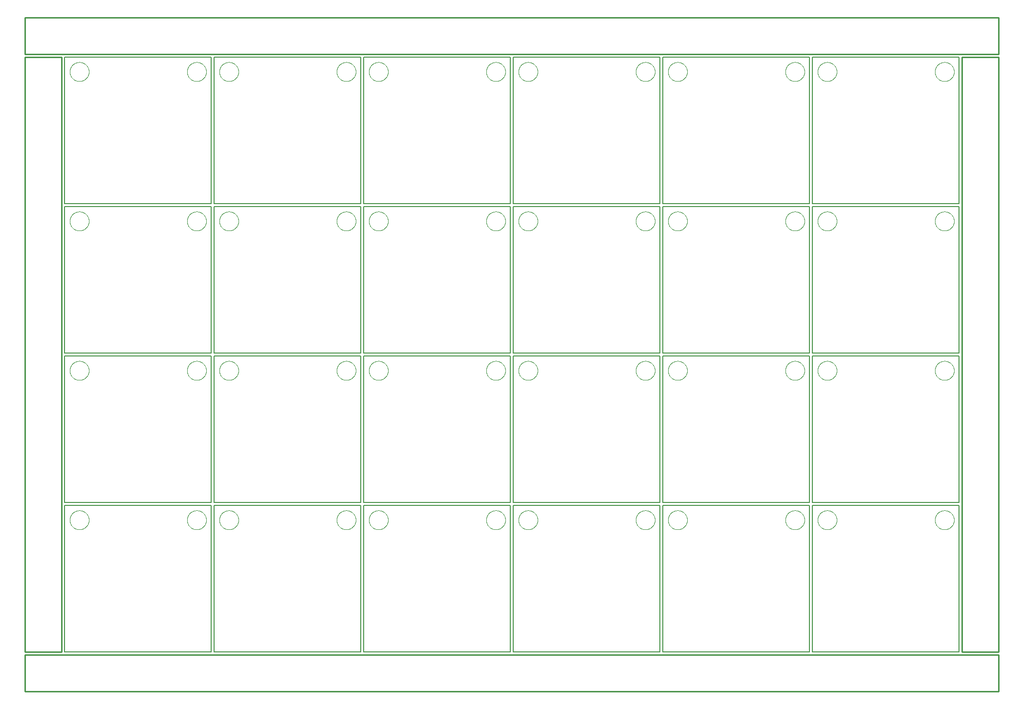
<source format=gko>
G75*
%MOIN*%
%OFA0B0*%
%FSLAX25Y25*%
%IPPOS*%
%LPD*%
%AMOC8*
5,1,8,0,0,1.08239X$1,22.5*
%
%ADD10C,0.00800*%
%ADD11C,0.01000*%
%ADD12C,0.00000*%
D10*
X0028750Y0028750D02*
X0028750Y0128750D01*
X0128750Y0128750D01*
X0128750Y0028750D01*
X0028750Y0028750D01*
X0130750Y0028750D02*
X0130750Y0128750D01*
X0230750Y0128750D01*
X0230750Y0028750D01*
X0130750Y0028750D01*
X0232750Y0028750D02*
X0232750Y0128750D01*
X0332750Y0128750D01*
X0332750Y0028750D01*
X0232750Y0028750D01*
X0334750Y0028750D02*
X0334750Y0128750D01*
X0434750Y0128750D01*
X0434750Y0028750D01*
X0334750Y0028750D01*
X0436750Y0028750D02*
X0436750Y0128750D01*
X0536750Y0128750D01*
X0536750Y0028750D01*
X0436750Y0028750D01*
X0538750Y0028750D02*
X0538750Y0128750D01*
X0638750Y0128750D01*
X0638750Y0028750D01*
X0538750Y0028750D01*
X0538750Y0130750D02*
X0538750Y0230750D01*
X0638750Y0230750D01*
X0638750Y0130750D01*
X0538750Y0130750D01*
X0536750Y0130750D02*
X0536750Y0230750D01*
X0436750Y0230750D01*
X0436750Y0130750D01*
X0536750Y0130750D01*
X0434750Y0130750D02*
X0434750Y0230750D01*
X0334750Y0230750D01*
X0334750Y0130750D01*
X0434750Y0130750D01*
X0332750Y0130750D02*
X0332750Y0230750D01*
X0232750Y0230750D01*
X0232750Y0130750D01*
X0332750Y0130750D01*
X0230750Y0130750D02*
X0230750Y0230750D01*
X0130750Y0230750D01*
X0130750Y0130750D01*
X0230750Y0130750D01*
X0128750Y0130750D02*
X0128750Y0230750D01*
X0028750Y0230750D01*
X0028750Y0130750D01*
X0128750Y0130750D01*
X0128750Y0232750D02*
X0028750Y0232750D01*
X0028750Y0332750D01*
X0128750Y0332750D01*
X0128750Y0232750D01*
X0130750Y0232750D02*
X0130750Y0332750D01*
X0230750Y0332750D01*
X0230750Y0232750D01*
X0130750Y0232750D01*
X0232750Y0232750D02*
X0232750Y0332750D01*
X0332750Y0332750D01*
X0332750Y0232750D01*
X0232750Y0232750D01*
X0334750Y0232750D02*
X0334750Y0332750D01*
X0434750Y0332750D01*
X0434750Y0232750D01*
X0334750Y0232750D01*
X0436750Y0232750D02*
X0436750Y0332750D01*
X0536750Y0332750D01*
X0536750Y0232750D01*
X0436750Y0232750D01*
X0538750Y0232750D02*
X0538750Y0332750D01*
X0638750Y0332750D01*
X0638750Y0232750D01*
X0538750Y0232750D01*
X0538750Y0334750D02*
X0538750Y0434750D01*
X0638750Y0434750D01*
X0638750Y0334750D01*
X0538750Y0334750D01*
X0536750Y0334750D02*
X0536750Y0434750D01*
X0436750Y0434750D01*
X0436750Y0334750D01*
X0536750Y0334750D01*
X0434750Y0334750D02*
X0434750Y0434750D01*
X0334750Y0434750D01*
X0334750Y0334750D01*
X0434750Y0334750D01*
X0332750Y0334750D02*
X0332750Y0434750D01*
X0232750Y0434750D01*
X0232750Y0334750D01*
X0332750Y0334750D01*
X0230750Y0334750D02*
X0230750Y0434750D01*
X0130750Y0434750D01*
X0130750Y0334750D01*
X0230750Y0334750D01*
X0128750Y0334750D02*
X0128750Y0434750D01*
X0028750Y0434750D01*
X0028750Y0334750D01*
X0128750Y0334750D01*
D11*
X0001750Y0026750D02*
X0001750Y0001750D01*
X0665750Y0001750D01*
X0665750Y0026750D01*
X0001750Y0026750D01*
X0001750Y0028750D02*
X0001750Y0434750D01*
X0026750Y0434750D01*
X0026750Y0028750D01*
X0001750Y0028750D01*
X0001750Y0436750D02*
X0001750Y0461750D01*
X0665750Y0461750D01*
X0665750Y0436750D01*
X0001750Y0436750D01*
X0640750Y0434750D02*
X0640750Y0028750D01*
X0665750Y0028750D01*
X0665750Y0434750D01*
X0640750Y0434750D01*
D12*
X0622250Y0424750D02*
X0622252Y0424911D01*
X0622258Y0425071D01*
X0622268Y0425232D01*
X0622282Y0425392D01*
X0622300Y0425552D01*
X0622321Y0425711D01*
X0622347Y0425870D01*
X0622377Y0426028D01*
X0622410Y0426185D01*
X0622448Y0426342D01*
X0622489Y0426497D01*
X0622534Y0426651D01*
X0622583Y0426804D01*
X0622636Y0426956D01*
X0622692Y0427107D01*
X0622753Y0427256D01*
X0622816Y0427404D01*
X0622884Y0427550D01*
X0622955Y0427694D01*
X0623029Y0427836D01*
X0623107Y0427977D01*
X0623189Y0428115D01*
X0623274Y0428252D01*
X0623362Y0428386D01*
X0623454Y0428518D01*
X0623549Y0428648D01*
X0623647Y0428776D01*
X0623748Y0428901D01*
X0623852Y0429023D01*
X0623959Y0429143D01*
X0624069Y0429260D01*
X0624182Y0429375D01*
X0624298Y0429486D01*
X0624417Y0429595D01*
X0624538Y0429700D01*
X0624662Y0429803D01*
X0624788Y0429903D01*
X0624916Y0429999D01*
X0625047Y0430092D01*
X0625181Y0430182D01*
X0625316Y0430269D01*
X0625454Y0430352D01*
X0625593Y0430432D01*
X0625735Y0430508D01*
X0625878Y0430581D01*
X0626023Y0430650D01*
X0626170Y0430716D01*
X0626318Y0430778D01*
X0626468Y0430836D01*
X0626619Y0430891D01*
X0626772Y0430942D01*
X0626926Y0430989D01*
X0627081Y0431032D01*
X0627237Y0431071D01*
X0627393Y0431107D01*
X0627551Y0431138D01*
X0627709Y0431166D01*
X0627868Y0431190D01*
X0628028Y0431210D01*
X0628188Y0431226D01*
X0628348Y0431238D01*
X0628509Y0431246D01*
X0628670Y0431250D01*
X0628830Y0431250D01*
X0628991Y0431246D01*
X0629152Y0431238D01*
X0629312Y0431226D01*
X0629472Y0431210D01*
X0629632Y0431190D01*
X0629791Y0431166D01*
X0629949Y0431138D01*
X0630107Y0431107D01*
X0630263Y0431071D01*
X0630419Y0431032D01*
X0630574Y0430989D01*
X0630728Y0430942D01*
X0630881Y0430891D01*
X0631032Y0430836D01*
X0631182Y0430778D01*
X0631330Y0430716D01*
X0631477Y0430650D01*
X0631622Y0430581D01*
X0631765Y0430508D01*
X0631907Y0430432D01*
X0632046Y0430352D01*
X0632184Y0430269D01*
X0632319Y0430182D01*
X0632453Y0430092D01*
X0632584Y0429999D01*
X0632712Y0429903D01*
X0632838Y0429803D01*
X0632962Y0429700D01*
X0633083Y0429595D01*
X0633202Y0429486D01*
X0633318Y0429375D01*
X0633431Y0429260D01*
X0633541Y0429143D01*
X0633648Y0429023D01*
X0633752Y0428901D01*
X0633853Y0428776D01*
X0633951Y0428648D01*
X0634046Y0428518D01*
X0634138Y0428386D01*
X0634226Y0428252D01*
X0634311Y0428115D01*
X0634393Y0427977D01*
X0634471Y0427836D01*
X0634545Y0427694D01*
X0634616Y0427550D01*
X0634684Y0427404D01*
X0634747Y0427256D01*
X0634808Y0427107D01*
X0634864Y0426956D01*
X0634917Y0426804D01*
X0634966Y0426651D01*
X0635011Y0426497D01*
X0635052Y0426342D01*
X0635090Y0426185D01*
X0635123Y0426028D01*
X0635153Y0425870D01*
X0635179Y0425711D01*
X0635200Y0425552D01*
X0635218Y0425392D01*
X0635232Y0425232D01*
X0635242Y0425071D01*
X0635248Y0424911D01*
X0635250Y0424750D01*
X0635248Y0424589D01*
X0635242Y0424429D01*
X0635232Y0424268D01*
X0635218Y0424108D01*
X0635200Y0423948D01*
X0635179Y0423789D01*
X0635153Y0423630D01*
X0635123Y0423472D01*
X0635090Y0423315D01*
X0635052Y0423158D01*
X0635011Y0423003D01*
X0634966Y0422849D01*
X0634917Y0422696D01*
X0634864Y0422544D01*
X0634808Y0422393D01*
X0634747Y0422244D01*
X0634684Y0422096D01*
X0634616Y0421950D01*
X0634545Y0421806D01*
X0634471Y0421664D01*
X0634393Y0421523D01*
X0634311Y0421385D01*
X0634226Y0421248D01*
X0634138Y0421114D01*
X0634046Y0420982D01*
X0633951Y0420852D01*
X0633853Y0420724D01*
X0633752Y0420599D01*
X0633648Y0420477D01*
X0633541Y0420357D01*
X0633431Y0420240D01*
X0633318Y0420125D01*
X0633202Y0420014D01*
X0633083Y0419905D01*
X0632962Y0419800D01*
X0632838Y0419697D01*
X0632712Y0419597D01*
X0632584Y0419501D01*
X0632453Y0419408D01*
X0632319Y0419318D01*
X0632184Y0419231D01*
X0632046Y0419148D01*
X0631907Y0419068D01*
X0631765Y0418992D01*
X0631622Y0418919D01*
X0631477Y0418850D01*
X0631330Y0418784D01*
X0631182Y0418722D01*
X0631032Y0418664D01*
X0630881Y0418609D01*
X0630728Y0418558D01*
X0630574Y0418511D01*
X0630419Y0418468D01*
X0630263Y0418429D01*
X0630107Y0418393D01*
X0629949Y0418362D01*
X0629791Y0418334D01*
X0629632Y0418310D01*
X0629472Y0418290D01*
X0629312Y0418274D01*
X0629152Y0418262D01*
X0628991Y0418254D01*
X0628830Y0418250D01*
X0628670Y0418250D01*
X0628509Y0418254D01*
X0628348Y0418262D01*
X0628188Y0418274D01*
X0628028Y0418290D01*
X0627868Y0418310D01*
X0627709Y0418334D01*
X0627551Y0418362D01*
X0627393Y0418393D01*
X0627237Y0418429D01*
X0627081Y0418468D01*
X0626926Y0418511D01*
X0626772Y0418558D01*
X0626619Y0418609D01*
X0626468Y0418664D01*
X0626318Y0418722D01*
X0626170Y0418784D01*
X0626023Y0418850D01*
X0625878Y0418919D01*
X0625735Y0418992D01*
X0625593Y0419068D01*
X0625454Y0419148D01*
X0625316Y0419231D01*
X0625181Y0419318D01*
X0625047Y0419408D01*
X0624916Y0419501D01*
X0624788Y0419597D01*
X0624662Y0419697D01*
X0624538Y0419800D01*
X0624417Y0419905D01*
X0624298Y0420014D01*
X0624182Y0420125D01*
X0624069Y0420240D01*
X0623959Y0420357D01*
X0623852Y0420477D01*
X0623748Y0420599D01*
X0623647Y0420724D01*
X0623549Y0420852D01*
X0623454Y0420982D01*
X0623362Y0421114D01*
X0623274Y0421248D01*
X0623189Y0421385D01*
X0623107Y0421523D01*
X0623029Y0421664D01*
X0622955Y0421806D01*
X0622884Y0421950D01*
X0622816Y0422096D01*
X0622753Y0422244D01*
X0622692Y0422393D01*
X0622636Y0422544D01*
X0622583Y0422696D01*
X0622534Y0422849D01*
X0622489Y0423003D01*
X0622448Y0423158D01*
X0622410Y0423315D01*
X0622377Y0423472D01*
X0622347Y0423630D01*
X0622321Y0423789D01*
X0622300Y0423948D01*
X0622282Y0424108D01*
X0622268Y0424268D01*
X0622258Y0424429D01*
X0622252Y0424589D01*
X0622250Y0424750D01*
X0542250Y0424750D02*
X0542252Y0424911D01*
X0542258Y0425071D01*
X0542268Y0425232D01*
X0542282Y0425392D01*
X0542300Y0425552D01*
X0542321Y0425711D01*
X0542347Y0425870D01*
X0542377Y0426028D01*
X0542410Y0426185D01*
X0542448Y0426342D01*
X0542489Y0426497D01*
X0542534Y0426651D01*
X0542583Y0426804D01*
X0542636Y0426956D01*
X0542692Y0427107D01*
X0542753Y0427256D01*
X0542816Y0427404D01*
X0542884Y0427550D01*
X0542955Y0427694D01*
X0543029Y0427836D01*
X0543107Y0427977D01*
X0543189Y0428115D01*
X0543274Y0428252D01*
X0543362Y0428386D01*
X0543454Y0428518D01*
X0543549Y0428648D01*
X0543647Y0428776D01*
X0543748Y0428901D01*
X0543852Y0429023D01*
X0543959Y0429143D01*
X0544069Y0429260D01*
X0544182Y0429375D01*
X0544298Y0429486D01*
X0544417Y0429595D01*
X0544538Y0429700D01*
X0544662Y0429803D01*
X0544788Y0429903D01*
X0544916Y0429999D01*
X0545047Y0430092D01*
X0545181Y0430182D01*
X0545316Y0430269D01*
X0545454Y0430352D01*
X0545593Y0430432D01*
X0545735Y0430508D01*
X0545878Y0430581D01*
X0546023Y0430650D01*
X0546170Y0430716D01*
X0546318Y0430778D01*
X0546468Y0430836D01*
X0546619Y0430891D01*
X0546772Y0430942D01*
X0546926Y0430989D01*
X0547081Y0431032D01*
X0547237Y0431071D01*
X0547393Y0431107D01*
X0547551Y0431138D01*
X0547709Y0431166D01*
X0547868Y0431190D01*
X0548028Y0431210D01*
X0548188Y0431226D01*
X0548348Y0431238D01*
X0548509Y0431246D01*
X0548670Y0431250D01*
X0548830Y0431250D01*
X0548991Y0431246D01*
X0549152Y0431238D01*
X0549312Y0431226D01*
X0549472Y0431210D01*
X0549632Y0431190D01*
X0549791Y0431166D01*
X0549949Y0431138D01*
X0550107Y0431107D01*
X0550263Y0431071D01*
X0550419Y0431032D01*
X0550574Y0430989D01*
X0550728Y0430942D01*
X0550881Y0430891D01*
X0551032Y0430836D01*
X0551182Y0430778D01*
X0551330Y0430716D01*
X0551477Y0430650D01*
X0551622Y0430581D01*
X0551765Y0430508D01*
X0551907Y0430432D01*
X0552046Y0430352D01*
X0552184Y0430269D01*
X0552319Y0430182D01*
X0552453Y0430092D01*
X0552584Y0429999D01*
X0552712Y0429903D01*
X0552838Y0429803D01*
X0552962Y0429700D01*
X0553083Y0429595D01*
X0553202Y0429486D01*
X0553318Y0429375D01*
X0553431Y0429260D01*
X0553541Y0429143D01*
X0553648Y0429023D01*
X0553752Y0428901D01*
X0553853Y0428776D01*
X0553951Y0428648D01*
X0554046Y0428518D01*
X0554138Y0428386D01*
X0554226Y0428252D01*
X0554311Y0428115D01*
X0554393Y0427977D01*
X0554471Y0427836D01*
X0554545Y0427694D01*
X0554616Y0427550D01*
X0554684Y0427404D01*
X0554747Y0427256D01*
X0554808Y0427107D01*
X0554864Y0426956D01*
X0554917Y0426804D01*
X0554966Y0426651D01*
X0555011Y0426497D01*
X0555052Y0426342D01*
X0555090Y0426185D01*
X0555123Y0426028D01*
X0555153Y0425870D01*
X0555179Y0425711D01*
X0555200Y0425552D01*
X0555218Y0425392D01*
X0555232Y0425232D01*
X0555242Y0425071D01*
X0555248Y0424911D01*
X0555250Y0424750D01*
X0555248Y0424589D01*
X0555242Y0424429D01*
X0555232Y0424268D01*
X0555218Y0424108D01*
X0555200Y0423948D01*
X0555179Y0423789D01*
X0555153Y0423630D01*
X0555123Y0423472D01*
X0555090Y0423315D01*
X0555052Y0423158D01*
X0555011Y0423003D01*
X0554966Y0422849D01*
X0554917Y0422696D01*
X0554864Y0422544D01*
X0554808Y0422393D01*
X0554747Y0422244D01*
X0554684Y0422096D01*
X0554616Y0421950D01*
X0554545Y0421806D01*
X0554471Y0421664D01*
X0554393Y0421523D01*
X0554311Y0421385D01*
X0554226Y0421248D01*
X0554138Y0421114D01*
X0554046Y0420982D01*
X0553951Y0420852D01*
X0553853Y0420724D01*
X0553752Y0420599D01*
X0553648Y0420477D01*
X0553541Y0420357D01*
X0553431Y0420240D01*
X0553318Y0420125D01*
X0553202Y0420014D01*
X0553083Y0419905D01*
X0552962Y0419800D01*
X0552838Y0419697D01*
X0552712Y0419597D01*
X0552584Y0419501D01*
X0552453Y0419408D01*
X0552319Y0419318D01*
X0552184Y0419231D01*
X0552046Y0419148D01*
X0551907Y0419068D01*
X0551765Y0418992D01*
X0551622Y0418919D01*
X0551477Y0418850D01*
X0551330Y0418784D01*
X0551182Y0418722D01*
X0551032Y0418664D01*
X0550881Y0418609D01*
X0550728Y0418558D01*
X0550574Y0418511D01*
X0550419Y0418468D01*
X0550263Y0418429D01*
X0550107Y0418393D01*
X0549949Y0418362D01*
X0549791Y0418334D01*
X0549632Y0418310D01*
X0549472Y0418290D01*
X0549312Y0418274D01*
X0549152Y0418262D01*
X0548991Y0418254D01*
X0548830Y0418250D01*
X0548670Y0418250D01*
X0548509Y0418254D01*
X0548348Y0418262D01*
X0548188Y0418274D01*
X0548028Y0418290D01*
X0547868Y0418310D01*
X0547709Y0418334D01*
X0547551Y0418362D01*
X0547393Y0418393D01*
X0547237Y0418429D01*
X0547081Y0418468D01*
X0546926Y0418511D01*
X0546772Y0418558D01*
X0546619Y0418609D01*
X0546468Y0418664D01*
X0546318Y0418722D01*
X0546170Y0418784D01*
X0546023Y0418850D01*
X0545878Y0418919D01*
X0545735Y0418992D01*
X0545593Y0419068D01*
X0545454Y0419148D01*
X0545316Y0419231D01*
X0545181Y0419318D01*
X0545047Y0419408D01*
X0544916Y0419501D01*
X0544788Y0419597D01*
X0544662Y0419697D01*
X0544538Y0419800D01*
X0544417Y0419905D01*
X0544298Y0420014D01*
X0544182Y0420125D01*
X0544069Y0420240D01*
X0543959Y0420357D01*
X0543852Y0420477D01*
X0543748Y0420599D01*
X0543647Y0420724D01*
X0543549Y0420852D01*
X0543454Y0420982D01*
X0543362Y0421114D01*
X0543274Y0421248D01*
X0543189Y0421385D01*
X0543107Y0421523D01*
X0543029Y0421664D01*
X0542955Y0421806D01*
X0542884Y0421950D01*
X0542816Y0422096D01*
X0542753Y0422244D01*
X0542692Y0422393D01*
X0542636Y0422544D01*
X0542583Y0422696D01*
X0542534Y0422849D01*
X0542489Y0423003D01*
X0542448Y0423158D01*
X0542410Y0423315D01*
X0542377Y0423472D01*
X0542347Y0423630D01*
X0542321Y0423789D01*
X0542300Y0423948D01*
X0542282Y0424108D01*
X0542268Y0424268D01*
X0542258Y0424429D01*
X0542252Y0424589D01*
X0542250Y0424750D01*
X0520250Y0424750D02*
X0520252Y0424911D01*
X0520258Y0425071D01*
X0520268Y0425232D01*
X0520282Y0425392D01*
X0520300Y0425552D01*
X0520321Y0425711D01*
X0520347Y0425870D01*
X0520377Y0426028D01*
X0520410Y0426185D01*
X0520448Y0426342D01*
X0520489Y0426497D01*
X0520534Y0426651D01*
X0520583Y0426804D01*
X0520636Y0426956D01*
X0520692Y0427107D01*
X0520753Y0427256D01*
X0520816Y0427404D01*
X0520884Y0427550D01*
X0520955Y0427694D01*
X0521029Y0427836D01*
X0521107Y0427977D01*
X0521189Y0428115D01*
X0521274Y0428252D01*
X0521362Y0428386D01*
X0521454Y0428518D01*
X0521549Y0428648D01*
X0521647Y0428776D01*
X0521748Y0428901D01*
X0521852Y0429023D01*
X0521959Y0429143D01*
X0522069Y0429260D01*
X0522182Y0429375D01*
X0522298Y0429486D01*
X0522417Y0429595D01*
X0522538Y0429700D01*
X0522662Y0429803D01*
X0522788Y0429903D01*
X0522916Y0429999D01*
X0523047Y0430092D01*
X0523181Y0430182D01*
X0523316Y0430269D01*
X0523454Y0430352D01*
X0523593Y0430432D01*
X0523735Y0430508D01*
X0523878Y0430581D01*
X0524023Y0430650D01*
X0524170Y0430716D01*
X0524318Y0430778D01*
X0524468Y0430836D01*
X0524619Y0430891D01*
X0524772Y0430942D01*
X0524926Y0430989D01*
X0525081Y0431032D01*
X0525237Y0431071D01*
X0525393Y0431107D01*
X0525551Y0431138D01*
X0525709Y0431166D01*
X0525868Y0431190D01*
X0526028Y0431210D01*
X0526188Y0431226D01*
X0526348Y0431238D01*
X0526509Y0431246D01*
X0526670Y0431250D01*
X0526830Y0431250D01*
X0526991Y0431246D01*
X0527152Y0431238D01*
X0527312Y0431226D01*
X0527472Y0431210D01*
X0527632Y0431190D01*
X0527791Y0431166D01*
X0527949Y0431138D01*
X0528107Y0431107D01*
X0528263Y0431071D01*
X0528419Y0431032D01*
X0528574Y0430989D01*
X0528728Y0430942D01*
X0528881Y0430891D01*
X0529032Y0430836D01*
X0529182Y0430778D01*
X0529330Y0430716D01*
X0529477Y0430650D01*
X0529622Y0430581D01*
X0529765Y0430508D01*
X0529907Y0430432D01*
X0530046Y0430352D01*
X0530184Y0430269D01*
X0530319Y0430182D01*
X0530453Y0430092D01*
X0530584Y0429999D01*
X0530712Y0429903D01*
X0530838Y0429803D01*
X0530962Y0429700D01*
X0531083Y0429595D01*
X0531202Y0429486D01*
X0531318Y0429375D01*
X0531431Y0429260D01*
X0531541Y0429143D01*
X0531648Y0429023D01*
X0531752Y0428901D01*
X0531853Y0428776D01*
X0531951Y0428648D01*
X0532046Y0428518D01*
X0532138Y0428386D01*
X0532226Y0428252D01*
X0532311Y0428115D01*
X0532393Y0427977D01*
X0532471Y0427836D01*
X0532545Y0427694D01*
X0532616Y0427550D01*
X0532684Y0427404D01*
X0532747Y0427256D01*
X0532808Y0427107D01*
X0532864Y0426956D01*
X0532917Y0426804D01*
X0532966Y0426651D01*
X0533011Y0426497D01*
X0533052Y0426342D01*
X0533090Y0426185D01*
X0533123Y0426028D01*
X0533153Y0425870D01*
X0533179Y0425711D01*
X0533200Y0425552D01*
X0533218Y0425392D01*
X0533232Y0425232D01*
X0533242Y0425071D01*
X0533248Y0424911D01*
X0533250Y0424750D01*
X0533248Y0424589D01*
X0533242Y0424429D01*
X0533232Y0424268D01*
X0533218Y0424108D01*
X0533200Y0423948D01*
X0533179Y0423789D01*
X0533153Y0423630D01*
X0533123Y0423472D01*
X0533090Y0423315D01*
X0533052Y0423158D01*
X0533011Y0423003D01*
X0532966Y0422849D01*
X0532917Y0422696D01*
X0532864Y0422544D01*
X0532808Y0422393D01*
X0532747Y0422244D01*
X0532684Y0422096D01*
X0532616Y0421950D01*
X0532545Y0421806D01*
X0532471Y0421664D01*
X0532393Y0421523D01*
X0532311Y0421385D01*
X0532226Y0421248D01*
X0532138Y0421114D01*
X0532046Y0420982D01*
X0531951Y0420852D01*
X0531853Y0420724D01*
X0531752Y0420599D01*
X0531648Y0420477D01*
X0531541Y0420357D01*
X0531431Y0420240D01*
X0531318Y0420125D01*
X0531202Y0420014D01*
X0531083Y0419905D01*
X0530962Y0419800D01*
X0530838Y0419697D01*
X0530712Y0419597D01*
X0530584Y0419501D01*
X0530453Y0419408D01*
X0530319Y0419318D01*
X0530184Y0419231D01*
X0530046Y0419148D01*
X0529907Y0419068D01*
X0529765Y0418992D01*
X0529622Y0418919D01*
X0529477Y0418850D01*
X0529330Y0418784D01*
X0529182Y0418722D01*
X0529032Y0418664D01*
X0528881Y0418609D01*
X0528728Y0418558D01*
X0528574Y0418511D01*
X0528419Y0418468D01*
X0528263Y0418429D01*
X0528107Y0418393D01*
X0527949Y0418362D01*
X0527791Y0418334D01*
X0527632Y0418310D01*
X0527472Y0418290D01*
X0527312Y0418274D01*
X0527152Y0418262D01*
X0526991Y0418254D01*
X0526830Y0418250D01*
X0526670Y0418250D01*
X0526509Y0418254D01*
X0526348Y0418262D01*
X0526188Y0418274D01*
X0526028Y0418290D01*
X0525868Y0418310D01*
X0525709Y0418334D01*
X0525551Y0418362D01*
X0525393Y0418393D01*
X0525237Y0418429D01*
X0525081Y0418468D01*
X0524926Y0418511D01*
X0524772Y0418558D01*
X0524619Y0418609D01*
X0524468Y0418664D01*
X0524318Y0418722D01*
X0524170Y0418784D01*
X0524023Y0418850D01*
X0523878Y0418919D01*
X0523735Y0418992D01*
X0523593Y0419068D01*
X0523454Y0419148D01*
X0523316Y0419231D01*
X0523181Y0419318D01*
X0523047Y0419408D01*
X0522916Y0419501D01*
X0522788Y0419597D01*
X0522662Y0419697D01*
X0522538Y0419800D01*
X0522417Y0419905D01*
X0522298Y0420014D01*
X0522182Y0420125D01*
X0522069Y0420240D01*
X0521959Y0420357D01*
X0521852Y0420477D01*
X0521748Y0420599D01*
X0521647Y0420724D01*
X0521549Y0420852D01*
X0521454Y0420982D01*
X0521362Y0421114D01*
X0521274Y0421248D01*
X0521189Y0421385D01*
X0521107Y0421523D01*
X0521029Y0421664D01*
X0520955Y0421806D01*
X0520884Y0421950D01*
X0520816Y0422096D01*
X0520753Y0422244D01*
X0520692Y0422393D01*
X0520636Y0422544D01*
X0520583Y0422696D01*
X0520534Y0422849D01*
X0520489Y0423003D01*
X0520448Y0423158D01*
X0520410Y0423315D01*
X0520377Y0423472D01*
X0520347Y0423630D01*
X0520321Y0423789D01*
X0520300Y0423948D01*
X0520282Y0424108D01*
X0520268Y0424268D01*
X0520258Y0424429D01*
X0520252Y0424589D01*
X0520250Y0424750D01*
X0440250Y0424750D02*
X0440252Y0424911D01*
X0440258Y0425071D01*
X0440268Y0425232D01*
X0440282Y0425392D01*
X0440300Y0425552D01*
X0440321Y0425711D01*
X0440347Y0425870D01*
X0440377Y0426028D01*
X0440410Y0426185D01*
X0440448Y0426342D01*
X0440489Y0426497D01*
X0440534Y0426651D01*
X0440583Y0426804D01*
X0440636Y0426956D01*
X0440692Y0427107D01*
X0440753Y0427256D01*
X0440816Y0427404D01*
X0440884Y0427550D01*
X0440955Y0427694D01*
X0441029Y0427836D01*
X0441107Y0427977D01*
X0441189Y0428115D01*
X0441274Y0428252D01*
X0441362Y0428386D01*
X0441454Y0428518D01*
X0441549Y0428648D01*
X0441647Y0428776D01*
X0441748Y0428901D01*
X0441852Y0429023D01*
X0441959Y0429143D01*
X0442069Y0429260D01*
X0442182Y0429375D01*
X0442298Y0429486D01*
X0442417Y0429595D01*
X0442538Y0429700D01*
X0442662Y0429803D01*
X0442788Y0429903D01*
X0442916Y0429999D01*
X0443047Y0430092D01*
X0443181Y0430182D01*
X0443316Y0430269D01*
X0443454Y0430352D01*
X0443593Y0430432D01*
X0443735Y0430508D01*
X0443878Y0430581D01*
X0444023Y0430650D01*
X0444170Y0430716D01*
X0444318Y0430778D01*
X0444468Y0430836D01*
X0444619Y0430891D01*
X0444772Y0430942D01*
X0444926Y0430989D01*
X0445081Y0431032D01*
X0445237Y0431071D01*
X0445393Y0431107D01*
X0445551Y0431138D01*
X0445709Y0431166D01*
X0445868Y0431190D01*
X0446028Y0431210D01*
X0446188Y0431226D01*
X0446348Y0431238D01*
X0446509Y0431246D01*
X0446670Y0431250D01*
X0446830Y0431250D01*
X0446991Y0431246D01*
X0447152Y0431238D01*
X0447312Y0431226D01*
X0447472Y0431210D01*
X0447632Y0431190D01*
X0447791Y0431166D01*
X0447949Y0431138D01*
X0448107Y0431107D01*
X0448263Y0431071D01*
X0448419Y0431032D01*
X0448574Y0430989D01*
X0448728Y0430942D01*
X0448881Y0430891D01*
X0449032Y0430836D01*
X0449182Y0430778D01*
X0449330Y0430716D01*
X0449477Y0430650D01*
X0449622Y0430581D01*
X0449765Y0430508D01*
X0449907Y0430432D01*
X0450046Y0430352D01*
X0450184Y0430269D01*
X0450319Y0430182D01*
X0450453Y0430092D01*
X0450584Y0429999D01*
X0450712Y0429903D01*
X0450838Y0429803D01*
X0450962Y0429700D01*
X0451083Y0429595D01*
X0451202Y0429486D01*
X0451318Y0429375D01*
X0451431Y0429260D01*
X0451541Y0429143D01*
X0451648Y0429023D01*
X0451752Y0428901D01*
X0451853Y0428776D01*
X0451951Y0428648D01*
X0452046Y0428518D01*
X0452138Y0428386D01*
X0452226Y0428252D01*
X0452311Y0428115D01*
X0452393Y0427977D01*
X0452471Y0427836D01*
X0452545Y0427694D01*
X0452616Y0427550D01*
X0452684Y0427404D01*
X0452747Y0427256D01*
X0452808Y0427107D01*
X0452864Y0426956D01*
X0452917Y0426804D01*
X0452966Y0426651D01*
X0453011Y0426497D01*
X0453052Y0426342D01*
X0453090Y0426185D01*
X0453123Y0426028D01*
X0453153Y0425870D01*
X0453179Y0425711D01*
X0453200Y0425552D01*
X0453218Y0425392D01*
X0453232Y0425232D01*
X0453242Y0425071D01*
X0453248Y0424911D01*
X0453250Y0424750D01*
X0453248Y0424589D01*
X0453242Y0424429D01*
X0453232Y0424268D01*
X0453218Y0424108D01*
X0453200Y0423948D01*
X0453179Y0423789D01*
X0453153Y0423630D01*
X0453123Y0423472D01*
X0453090Y0423315D01*
X0453052Y0423158D01*
X0453011Y0423003D01*
X0452966Y0422849D01*
X0452917Y0422696D01*
X0452864Y0422544D01*
X0452808Y0422393D01*
X0452747Y0422244D01*
X0452684Y0422096D01*
X0452616Y0421950D01*
X0452545Y0421806D01*
X0452471Y0421664D01*
X0452393Y0421523D01*
X0452311Y0421385D01*
X0452226Y0421248D01*
X0452138Y0421114D01*
X0452046Y0420982D01*
X0451951Y0420852D01*
X0451853Y0420724D01*
X0451752Y0420599D01*
X0451648Y0420477D01*
X0451541Y0420357D01*
X0451431Y0420240D01*
X0451318Y0420125D01*
X0451202Y0420014D01*
X0451083Y0419905D01*
X0450962Y0419800D01*
X0450838Y0419697D01*
X0450712Y0419597D01*
X0450584Y0419501D01*
X0450453Y0419408D01*
X0450319Y0419318D01*
X0450184Y0419231D01*
X0450046Y0419148D01*
X0449907Y0419068D01*
X0449765Y0418992D01*
X0449622Y0418919D01*
X0449477Y0418850D01*
X0449330Y0418784D01*
X0449182Y0418722D01*
X0449032Y0418664D01*
X0448881Y0418609D01*
X0448728Y0418558D01*
X0448574Y0418511D01*
X0448419Y0418468D01*
X0448263Y0418429D01*
X0448107Y0418393D01*
X0447949Y0418362D01*
X0447791Y0418334D01*
X0447632Y0418310D01*
X0447472Y0418290D01*
X0447312Y0418274D01*
X0447152Y0418262D01*
X0446991Y0418254D01*
X0446830Y0418250D01*
X0446670Y0418250D01*
X0446509Y0418254D01*
X0446348Y0418262D01*
X0446188Y0418274D01*
X0446028Y0418290D01*
X0445868Y0418310D01*
X0445709Y0418334D01*
X0445551Y0418362D01*
X0445393Y0418393D01*
X0445237Y0418429D01*
X0445081Y0418468D01*
X0444926Y0418511D01*
X0444772Y0418558D01*
X0444619Y0418609D01*
X0444468Y0418664D01*
X0444318Y0418722D01*
X0444170Y0418784D01*
X0444023Y0418850D01*
X0443878Y0418919D01*
X0443735Y0418992D01*
X0443593Y0419068D01*
X0443454Y0419148D01*
X0443316Y0419231D01*
X0443181Y0419318D01*
X0443047Y0419408D01*
X0442916Y0419501D01*
X0442788Y0419597D01*
X0442662Y0419697D01*
X0442538Y0419800D01*
X0442417Y0419905D01*
X0442298Y0420014D01*
X0442182Y0420125D01*
X0442069Y0420240D01*
X0441959Y0420357D01*
X0441852Y0420477D01*
X0441748Y0420599D01*
X0441647Y0420724D01*
X0441549Y0420852D01*
X0441454Y0420982D01*
X0441362Y0421114D01*
X0441274Y0421248D01*
X0441189Y0421385D01*
X0441107Y0421523D01*
X0441029Y0421664D01*
X0440955Y0421806D01*
X0440884Y0421950D01*
X0440816Y0422096D01*
X0440753Y0422244D01*
X0440692Y0422393D01*
X0440636Y0422544D01*
X0440583Y0422696D01*
X0440534Y0422849D01*
X0440489Y0423003D01*
X0440448Y0423158D01*
X0440410Y0423315D01*
X0440377Y0423472D01*
X0440347Y0423630D01*
X0440321Y0423789D01*
X0440300Y0423948D01*
X0440282Y0424108D01*
X0440268Y0424268D01*
X0440258Y0424429D01*
X0440252Y0424589D01*
X0440250Y0424750D01*
X0418250Y0424750D02*
X0418252Y0424911D01*
X0418258Y0425071D01*
X0418268Y0425232D01*
X0418282Y0425392D01*
X0418300Y0425552D01*
X0418321Y0425711D01*
X0418347Y0425870D01*
X0418377Y0426028D01*
X0418410Y0426185D01*
X0418448Y0426342D01*
X0418489Y0426497D01*
X0418534Y0426651D01*
X0418583Y0426804D01*
X0418636Y0426956D01*
X0418692Y0427107D01*
X0418753Y0427256D01*
X0418816Y0427404D01*
X0418884Y0427550D01*
X0418955Y0427694D01*
X0419029Y0427836D01*
X0419107Y0427977D01*
X0419189Y0428115D01*
X0419274Y0428252D01*
X0419362Y0428386D01*
X0419454Y0428518D01*
X0419549Y0428648D01*
X0419647Y0428776D01*
X0419748Y0428901D01*
X0419852Y0429023D01*
X0419959Y0429143D01*
X0420069Y0429260D01*
X0420182Y0429375D01*
X0420298Y0429486D01*
X0420417Y0429595D01*
X0420538Y0429700D01*
X0420662Y0429803D01*
X0420788Y0429903D01*
X0420916Y0429999D01*
X0421047Y0430092D01*
X0421181Y0430182D01*
X0421316Y0430269D01*
X0421454Y0430352D01*
X0421593Y0430432D01*
X0421735Y0430508D01*
X0421878Y0430581D01*
X0422023Y0430650D01*
X0422170Y0430716D01*
X0422318Y0430778D01*
X0422468Y0430836D01*
X0422619Y0430891D01*
X0422772Y0430942D01*
X0422926Y0430989D01*
X0423081Y0431032D01*
X0423237Y0431071D01*
X0423393Y0431107D01*
X0423551Y0431138D01*
X0423709Y0431166D01*
X0423868Y0431190D01*
X0424028Y0431210D01*
X0424188Y0431226D01*
X0424348Y0431238D01*
X0424509Y0431246D01*
X0424670Y0431250D01*
X0424830Y0431250D01*
X0424991Y0431246D01*
X0425152Y0431238D01*
X0425312Y0431226D01*
X0425472Y0431210D01*
X0425632Y0431190D01*
X0425791Y0431166D01*
X0425949Y0431138D01*
X0426107Y0431107D01*
X0426263Y0431071D01*
X0426419Y0431032D01*
X0426574Y0430989D01*
X0426728Y0430942D01*
X0426881Y0430891D01*
X0427032Y0430836D01*
X0427182Y0430778D01*
X0427330Y0430716D01*
X0427477Y0430650D01*
X0427622Y0430581D01*
X0427765Y0430508D01*
X0427907Y0430432D01*
X0428046Y0430352D01*
X0428184Y0430269D01*
X0428319Y0430182D01*
X0428453Y0430092D01*
X0428584Y0429999D01*
X0428712Y0429903D01*
X0428838Y0429803D01*
X0428962Y0429700D01*
X0429083Y0429595D01*
X0429202Y0429486D01*
X0429318Y0429375D01*
X0429431Y0429260D01*
X0429541Y0429143D01*
X0429648Y0429023D01*
X0429752Y0428901D01*
X0429853Y0428776D01*
X0429951Y0428648D01*
X0430046Y0428518D01*
X0430138Y0428386D01*
X0430226Y0428252D01*
X0430311Y0428115D01*
X0430393Y0427977D01*
X0430471Y0427836D01*
X0430545Y0427694D01*
X0430616Y0427550D01*
X0430684Y0427404D01*
X0430747Y0427256D01*
X0430808Y0427107D01*
X0430864Y0426956D01*
X0430917Y0426804D01*
X0430966Y0426651D01*
X0431011Y0426497D01*
X0431052Y0426342D01*
X0431090Y0426185D01*
X0431123Y0426028D01*
X0431153Y0425870D01*
X0431179Y0425711D01*
X0431200Y0425552D01*
X0431218Y0425392D01*
X0431232Y0425232D01*
X0431242Y0425071D01*
X0431248Y0424911D01*
X0431250Y0424750D01*
X0431248Y0424589D01*
X0431242Y0424429D01*
X0431232Y0424268D01*
X0431218Y0424108D01*
X0431200Y0423948D01*
X0431179Y0423789D01*
X0431153Y0423630D01*
X0431123Y0423472D01*
X0431090Y0423315D01*
X0431052Y0423158D01*
X0431011Y0423003D01*
X0430966Y0422849D01*
X0430917Y0422696D01*
X0430864Y0422544D01*
X0430808Y0422393D01*
X0430747Y0422244D01*
X0430684Y0422096D01*
X0430616Y0421950D01*
X0430545Y0421806D01*
X0430471Y0421664D01*
X0430393Y0421523D01*
X0430311Y0421385D01*
X0430226Y0421248D01*
X0430138Y0421114D01*
X0430046Y0420982D01*
X0429951Y0420852D01*
X0429853Y0420724D01*
X0429752Y0420599D01*
X0429648Y0420477D01*
X0429541Y0420357D01*
X0429431Y0420240D01*
X0429318Y0420125D01*
X0429202Y0420014D01*
X0429083Y0419905D01*
X0428962Y0419800D01*
X0428838Y0419697D01*
X0428712Y0419597D01*
X0428584Y0419501D01*
X0428453Y0419408D01*
X0428319Y0419318D01*
X0428184Y0419231D01*
X0428046Y0419148D01*
X0427907Y0419068D01*
X0427765Y0418992D01*
X0427622Y0418919D01*
X0427477Y0418850D01*
X0427330Y0418784D01*
X0427182Y0418722D01*
X0427032Y0418664D01*
X0426881Y0418609D01*
X0426728Y0418558D01*
X0426574Y0418511D01*
X0426419Y0418468D01*
X0426263Y0418429D01*
X0426107Y0418393D01*
X0425949Y0418362D01*
X0425791Y0418334D01*
X0425632Y0418310D01*
X0425472Y0418290D01*
X0425312Y0418274D01*
X0425152Y0418262D01*
X0424991Y0418254D01*
X0424830Y0418250D01*
X0424670Y0418250D01*
X0424509Y0418254D01*
X0424348Y0418262D01*
X0424188Y0418274D01*
X0424028Y0418290D01*
X0423868Y0418310D01*
X0423709Y0418334D01*
X0423551Y0418362D01*
X0423393Y0418393D01*
X0423237Y0418429D01*
X0423081Y0418468D01*
X0422926Y0418511D01*
X0422772Y0418558D01*
X0422619Y0418609D01*
X0422468Y0418664D01*
X0422318Y0418722D01*
X0422170Y0418784D01*
X0422023Y0418850D01*
X0421878Y0418919D01*
X0421735Y0418992D01*
X0421593Y0419068D01*
X0421454Y0419148D01*
X0421316Y0419231D01*
X0421181Y0419318D01*
X0421047Y0419408D01*
X0420916Y0419501D01*
X0420788Y0419597D01*
X0420662Y0419697D01*
X0420538Y0419800D01*
X0420417Y0419905D01*
X0420298Y0420014D01*
X0420182Y0420125D01*
X0420069Y0420240D01*
X0419959Y0420357D01*
X0419852Y0420477D01*
X0419748Y0420599D01*
X0419647Y0420724D01*
X0419549Y0420852D01*
X0419454Y0420982D01*
X0419362Y0421114D01*
X0419274Y0421248D01*
X0419189Y0421385D01*
X0419107Y0421523D01*
X0419029Y0421664D01*
X0418955Y0421806D01*
X0418884Y0421950D01*
X0418816Y0422096D01*
X0418753Y0422244D01*
X0418692Y0422393D01*
X0418636Y0422544D01*
X0418583Y0422696D01*
X0418534Y0422849D01*
X0418489Y0423003D01*
X0418448Y0423158D01*
X0418410Y0423315D01*
X0418377Y0423472D01*
X0418347Y0423630D01*
X0418321Y0423789D01*
X0418300Y0423948D01*
X0418282Y0424108D01*
X0418268Y0424268D01*
X0418258Y0424429D01*
X0418252Y0424589D01*
X0418250Y0424750D01*
X0338250Y0424750D02*
X0338252Y0424911D01*
X0338258Y0425071D01*
X0338268Y0425232D01*
X0338282Y0425392D01*
X0338300Y0425552D01*
X0338321Y0425711D01*
X0338347Y0425870D01*
X0338377Y0426028D01*
X0338410Y0426185D01*
X0338448Y0426342D01*
X0338489Y0426497D01*
X0338534Y0426651D01*
X0338583Y0426804D01*
X0338636Y0426956D01*
X0338692Y0427107D01*
X0338753Y0427256D01*
X0338816Y0427404D01*
X0338884Y0427550D01*
X0338955Y0427694D01*
X0339029Y0427836D01*
X0339107Y0427977D01*
X0339189Y0428115D01*
X0339274Y0428252D01*
X0339362Y0428386D01*
X0339454Y0428518D01*
X0339549Y0428648D01*
X0339647Y0428776D01*
X0339748Y0428901D01*
X0339852Y0429023D01*
X0339959Y0429143D01*
X0340069Y0429260D01*
X0340182Y0429375D01*
X0340298Y0429486D01*
X0340417Y0429595D01*
X0340538Y0429700D01*
X0340662Y0429803D01*
X0340788Y0429903D01*
X0340916Y0429999D01*
X0341047Y0430092D01*
X0341181Y0430182D01*
X0341316Y0430269D01*
X0341454Y0430352D01*
X0341593Y0430432D01*
X0341735Y0430508D01*
X0341878Y0430581D01*
X0342023Y0430650D01*
X0342170Y0430716D01*
X0342318Y0430778D01*
X0342468Y0430836D01*
X0342619Y0430891D01*
X0342772Y0430942D01*
X0342926Y0430989D01*
X0343081Y0431032D01*
X0343237Y0431071D01*
X0343393Y0431107D01*
X0343551Y0431138D01*
X0343709Y0431166D01*
X0343868Y0431190D01*
X0344028Y0431210D01*
X0344188Y0431226D01*
X0344348Y0431238D01*
X0344509Y0431246D01*
X0344670Y0431250D01*
X0344830Y0431250D01*
X0344991Y0431246D01*
X0345152Y0431238D01*
X0345312Y0431226D01*
X0345472Y0431210D01*
X0345632Y0431190D01*
X0345791Y0431166D01*
X0345949Y0431138D01*
X0346107Y0431107D01*
X0346263Y0431071D01*
X0346419Y0431032D01*
X0346574Y0430989D01*
X0346728Y0430942D01*
X0346881Y0430891D01*
X0347032Y0430836D01*
X0347182Y0430778D01*
X0347330Y0430716D01*
X0347477Y0430650D01*
X0347622Y0430581D01*
X0347765Y0430508D01*
X0347907Y0430432D01*
X0348046Y0430352D01*
X0348184Y0430269D01*
X0348319Y0430182D01*
X0348453Y0430092D01*
X0348584Y0429999D01*
X0348712Y0429903D01*
X0348838Y0429803D01*
X0348962Y0429700D01*
X0349083Y0429595D01*
X0349202Y0429486D01*
X0349318Y0429375D01*
X0349431Y0429260D01*
X0349541Y0429143D01*
X0349648Y0429023D01*
X0349752Y0428901D01*
X0349853Y0428776D01*
X0349951Y0428648D01*
X0350046Y0428518D01*
X0350138Y0428386D01*
X0350226Y0428252D01*
X0350311Y0428115D01*
X0350393Y0427977D01*
X0350471Y0427836D01*
X0350545Y0427694D01*
X0350616Y0427550D01*
X0350684Y0427404D01*
X0350747Y0427256D01*
X0350808Y0427107D01*
X0350864Y0426956D01*
X0350917Y0426804D01*
X0350966Y0426651D01*
X0351011Y0426497D01*
X0351052Y0426342D01*
X0351090Y0426185D01*
X0351123Y0426028D01*
X0351153Y0425870D01*
X0351179Y0425711D01*
X0351200Y0425552D01*
X0351218Y0425392D01*
X0351232Y0425232D01*
X0351242Y0425071D01*
X0351248Y0424911D01*
X0351250Y0424750D01*
X0351248Y0424589D01*
X0351242Y0424429D01*
X0351232Y0424268D01*
X0351218Y0424108D01*
X0351200Y0423948D01*
X0351179Y0423789D01*
X0351153Y0423630D01*
X0351123Y0423472D01*
X0351090Y0423315D01*
X0351052Y0423158D01*
X0351011Y0423003D01*
X0350966Y0422849D01*
X0350917Y0422696D01*
X0350864Y0422544D01*
X0350808Y0422393D01*
X0350747Y0422244D01*
X0350684Y0422096D01*
X0350616Y0421950D01*
X0350545Y0421806D01*
X0350471Y0421664D01*
X0350393Y0421523D01*
X0350311Y0421385D01*
X0350226Y0421248D01*
X0350138Y0421114D01*
X0350046Y0420982D01*
X0349951Y0420852D01*
X0349853Y0420724D01*
X0349752Y0420599D01*
X0349648Y0420477D01*
X0349541Y0420357D01*
X0349431Y0420240D01*
X0349318Y0420125D01*
X0349202Y0420014D01*
X0349083Y0419905D01*
X0348962Y0419800D01*
X0348838Y0419697D01*
X0348712Y0419597D01*
X0348584Y0419501D01*
X0348453Y0419408D01*
X0348319Y0419318D01*
X0348184Y0419231D01*
X0348046Y0419148D01*
X0347907Y0419068D01*
X0347765Y0418992D01*
X0347622Y0418919D01*
X0347477Y0418850D01*
X0347330Y0418784D01*
X0347182Y0418722D01*
X0347032Y0418664D01*
X0346881Y0418609D01*
X0346728Y0418558D01*
X0346574Y0418511D01*
X0346419Y0418468D01*
X0346263Y0418429D01*
X0346107Y0418393D01*
X0345949Y0418362D01*
X0345791Y0418334D01*
X0345632Y0418310D01*
X0345472Y0418290D01*
X0345312Y0418274D01*
X0345152Y0418262D01*
X0344991Y0418254D01*
X0344830Y0418250D01*
X0344670Y0418250D01*
X0344509Y0418254D01*
X0344348Y0418262D01*
X0344188Y0418274D01*
X0344028Y0418290D01*
X0343868Y0418310D01*
X0343709Y0418334D01*
X0343551Y0418362D01*
X0343393Y0418393D01*
X0343237Y0418429D01*
X0343081Y0418468D01*
X0342926Y0418511D01*
X0342772Y0418558D01*
X0342619Y0418609D01*
X0342468Y0418664D01*
X0342318Y0418722D01*
X0342170Y0418784D01*
X0342023Y0418850D01*
X0341878Y0418919D01*
X0341735Y0418992D01*
X0341593Y0419068D01*
X0341454Y0419148D01*
X0341316Y0419231D01*
X0341181Y0419318D01*
X0341047Y0419408D01*
X0340916Y0419501D01*
X0340788Y0419597D01*
X0340662Y0419697D01*
X0340538Y0419800D01*
X0340417Y0419905D01*
X0340298Y0420014D01*
X0340182Y0420125D01*
X0340069Y0420240D01*
X0339959Y0420357D01*
X0339852Y0420477D01*
X0339748Y0420599D01*
X0339647Y0420724D01*
X0339549Y0420852D01*
X0339454Y0420982D01*
X0339362Y0421114D01*
X0339274Y0421248D01*
X0339189Y0421385D01*
X0339107Y0421523D01*
X0339029Y0421664D01*
X0338955Y0421806D01*
X0338884Y0421950D01*
X0338816Y0422096D01*
X0338753Y0422244D01*
X0338692Y0422393D01*
X0338636Y0422544D01*
X0338583Y0422696D01*
X0338534Y0422849D01*
X0338489Y0423003D01*
X0338448Y0423158D01*
X0338410Y0423315D01*
X0338377Y0423472D01*
X0338347Y0423630D01*
X0338321Y0423789D01*
X0338300Y0423948D01*
X0338282Y0424108D01*
X0338268Y0424268D01*
X0338258Y0424429D01*
X0338252Y0424589D01*
X0338250Y0424750D01*
X0316250Y0424750D02*
X0316252Y0424911D01*
X0316258Y0425071D01*
X0316268Y0425232D01*
X0316282Y0425392D01*
X0316300Y0425552D01*
X0316321Y0425711D01*
X0316347Y0425870D01*
X0316377Y0426028D01*
X0316410Y0426185D01*
X0316448Y0426342D01*
X0316489Y0426497D01*
X0316534Y0426651D01*
X0316583Y0426804D01*
X0316636Y0426956D01*
X0316692Y0427107D01*
X0316753Y0427256D01*
X0316816Y0427404D01*
X0316884Y0427550D01*
X0316955Y0427694D01*
X0317029Y0427836D01*
X0317107Y0427977D01*
X0317189Y0428115D01*
X0317274Y0428252D01*
X0317362Y0428386D01*
X0317454Y0428518D01*
X0317549Y0428648D01*
X0317647Y0428776D01*
X0317748Y0428901D01*
X0317852Y0429023D01*
X0317959Y0429143D01*
X0318069Y0429260D01*
X0318182Y0429375D01*
X0318298Y0429486D01*
X0318417Y0429595D01*
X0318538Y0429700D01*
X0318662Y0429803D01*
X0318788Y0429903D01*
X0318916Y0429999D01*
X0319047Y0430092D01*
X0319181Y0430182D01*
X0319316Y0430269D01*
X0319454Y0430352D01*
X0319593Y0430432D01*
X0319735Y0430508D01*
X0319878Y0430581D01*
X0320023Y0430650D01*
X0320170Y0430716D01*
X0320318Y0430778D01*
X0320468Y0430836D01*
X0320619Y0430891D01*
X0320772Y0430942D01*
X0320926Y0430989D01*
X0321081Y0431032D01*
X0321237Y0431071D01*
X0321393Y0431107D01*
X0321551Y0431138D01*
X0321709Y0431166D01*
X0321868Y0431190D01*
X0322028Y0431210D01*
X0322188Y0431226D01*
X0322348Y0431238D01*
X0322509Y0431246D01*
X0322670Y0431250D01*
X0322830Y0431250D01*
X0322991Y0431246D01*
X0323152Y0431238D01*
X0323312Y0431226D01*
X0323472Y0431210D01*
X0323632Y0431190D01*
X0323791Y0431166D01*
X0323949Y0431138D01*
X0324107Y0431107D01*
X0324263Y0431071D01*
X0324419Y0431032D01*
X0324574Y0430989D01*
X0324728Y0430942D01*
X0324881Y0430891D01*
X0325032Y0430836D01*
X0325182Y0430778D01*
X0325330Y0430716D01*
X0325477Y0430650D01*
X0325622Y0430581D01*
X0325765Y0430508D01*
X0325907Y0430432D01*
X0326046Y0430352D01*
X0326184Y0430269D01*
X0326319Y0430182D01*
X0326453Y0430092D01*
X0326584Y0429999D01*
X0326712Y0429903D01*
X0326838Y0429803D01*
X0326962Y0429700D01*
X0327083Y0429595D01*
X0327202Y0429486D01*
X0327318Y0429375D01*
X0327431Y0429260D01*
X0327541Y0429143D01*
X0327648Y0429023D01*
X0327752Y0428901D01*
X0327853Y0428776D01*
X0327951Y0428648D01*
X0328046Y0428518D01*
X0328138Y0428386D01*
X0328226Y0428252D01*
X0328311Y0428115D01*
X0328393Y0427977D01*
X0328471Y0427836D01*
X0328545Y0427694D01*
X0328616Y0427550D01*
X0328684Y0427404D01*
X0328747Y0427256D01*
X0328808Y0427107D01*
X0328864Y0426956D01*
X0328917Y0426804D01*
X0328966Y0426651D01*
X0329011Y0426497D01*
X0329052Y0426342D01*
X0329090Y0426185D01*
X0329123Y0426028D01*
X0329153Y0425870D01*
X0329179Y0425711D01*
X0329200Y0425552D01*
X0329218Y0425392D01*
X0329232Y0425232D01*
X0329242Y0425071D01*
X0329248Y0424911D01*
X0329250Y0424750D01*
X0329248Y0424589D01*
X0329242Y0424429D01*
X0329232Y0424268D01*
X0329218Y0424108D01*
X0329200Y0423948D01*
X0329179Y0423789D01*
X0329153Y0423630D01*
X0329123Y0423472D01*
X0329090Y0423315D01*
X0329052Y0423158D01*
X0329011Y0423003D01*
X0328966Y0422849D01*
X0328917Y0422696D01*
X0328864Y0422544D01*
X0328808Y0422393D01*
X0328747Y0422244D01*
X0328684Y0422096D01*
X0328616Y0421950D01*
X0328545Y0421806D01*
X0328471Y0421664D01*
X0328393Y0421523D01*
X0328311Y0421385D01*
X0328226Y0421248D01*
X0328138Y0421114D01*
X0328046Y0420982D01*
X0327951Y0420852D01*
X0327853Y0420724D01*
X0327752Y0420599D01*
X0327648Y0420477D01*
X0327541Y0420357D01*
X0327431Y0420240D01*
X0327318Y0420125D01*
X0327202Y0420014D01*
X0327083Y0419905D01*
X0326962Y0419800D01*
X0326838Y0419697D01*
X0326712Y0419597D01*
X0326584Y0419501D01*
X0326453Y0419408D01*
X0326319Y0419318D01*
X0326184Y0419231D01*
X0326046Y0419148D01*
X0325907Y0419068D01*
X0325765Y0418992D01*
X0325622Y0418919D01*
X0325477Y0418850D01*
X0325330Y0418784D01*
X0325182Y0418722D01*
X0325032Y0418664D01*
X0324881Y0418609D01*
X0324728Y0418558D01*
X0324574Y0418511D01*
X0324419Y0418468D01*
X0324263Y0418429D01*
X0324107Y0418393D01*
X0323949Y0418362D01*
X0323791Y0418334D01*
X0323632Y0418310D01*
X0323472Y0418290D01*
X0323312Y0418274D01*
X0323152Y0418262D01*
X0322991Y0418254D01*
X0322830Y0418250D01*
X0322670Y0418250D01*
X0322509Y0418254D01*
X0322348Y0418262D01*
X0322188Y0418274D01*
X0322028Y0418290D01*
X0321868Y0418310D01*
X0321709Y0418334D01*
X0321551Y0418362D01*
X0321393Y0418393D01*
X0321237Y0418429D01*
X0321081Y0418468D01*
X0320926Y0418511D01*
X0320772Y0418558D01*
X0320619Y0418609D01*
X0320468Y0418664D01*
X0320318Y0418722D01*
X0320170Y0418784D01*
X0320023Y0418850D01*
X0319878Y0418919D01*
X0319735Y0418992D01*
X0319593Y0419068D01*
X0319454Y0419148D01*
X0319316Y0419231D01*
X0319181Y0419318D01*
X0319047Y0419408D01*
X0318916Y0419501D01*
X0318788Y0419597D01*
X0318662Y0419697D01*
X0318538Y0419800D01*
X0318417Y0419905D01*
X0318298Y0420014D01*
X0318182Y0420125D01*
X0318069Y0420240D01*
X0317959Y0420357D01*
X0317852Y0420477D01*
X0317748Y0420599D01*
X0317647Y0420724D01*
X0317549Y0420852D01*
X0317454Y0420982D01*
X0317362Y0421114D01*
X0317274Y0421248D01*
X0317189Y0421385D01*
X0317107Y0421523D01*
X0317029Y0421664D01*
X0316955Y0421806D01*
X0316884Y0421950D01*
X0316816Y0422096D01*
X0316753Y0422244D01*
X0316692Y0422393D01*
X0316636Y0422544D01*
X0316583Y0422696D01*
X0316534Y0422849D01*
X0316489Y0423003D01*
X0316448Y0423158D01*
X0316410Y0423315D01*
X0316377Y0423472D01*
X0316347Y0423630D01*
X0316321Y0423789D01*
X0316300Y0423948D01*
X0316282Y0424108D01*
X0316268Y0424268D01*
X0316258Y0424429D01*
X0316252Y0424589D01*
X0316250Y0424750D01*
X0236250Y0424750D02*
X0236252Y0424911D01*
X0236258Y0425071D01*
X0236268Y0425232D01*
X0236282Y0425392D01*
X0236300Y0425552D01*
X0236321Y0425711D01*
X0236347Y0425870D01*
X0236377Y0426028D01*
X0236410Y0426185D01*
X0236448Y0426342D01*
X0236489Y0426497D01*
X0236534Y0426651D01*
X0236583Y0426804D01*
X0236636Y0426956D01*
X0236692Y0427107D01*
X0236753Y0427256D01*
X0236816Y0427404D01*
X0236884Y0427550D01*
X0236955Y0427694D01*
X0237029Y0427836D01*
X0237107Y0427977D01*
X0237189Y0428115D01*
X0237274Y0428252D01*
X0237362Y0428386D01*
X0237454Y0428518D01*
X0237549Y0428648D01*
X0237647Y0428776D01*
X0237748Y0428901D01*
X0237852Y0429023D01*
X0237959Y0429143D01*
X0238069Y0429260D01*
X0238182Y0429375D01*
X0238298Y0429486D01*
X0238417Y0429595D01*
X0238538Y0429700D01*
X0238662Y0429803D01*
X0238788Y0429903D01*
X0238916Y0429999D01*
X0239047Y0430092D01*
X0239181Y0430182D01*
X0239316Y0430269D01*
X0239454Y0430352D01*
X0239593Y0430432D01*
X0239735Y0430508D01*
X0239878Y0430581D01*
X0240023Y0430650D01*
X0240170Y0430716D01*
X0240318Y0430778D01*
X0240468Y0430836D01*
X0240619Y0430891D01*
X0240772Y0430942D01*
X0240926Y0430989D01*
X0241081Y0431032D01*
X0241237Y0431071D01*
X0241393Y0431107D01*
X0241551Y0431138D01*
X0241709Y0431166D01*
X0241868Y0431190D01*
X0242028Y0431210D01*
X0242188Y0431226D01*
X0242348Y0431238D01*
X0242509Y0431246D01*
X0242670Y0431250D01*
X0242830Y0431250D01*
X0242991Y0431246D01*
X0243152Y0431238D01*
X0243312Y0431226D01*
X0243472Y0431210D01*
X0243632Y0431190D01*
X0243791Y0431166D01*
X0243949Y0431138D01*
X0244107Y0431107D01*
X0244263Y0431071D01*
X0244419Y0431032D01*
X0244574Y0430989D01*
X0244728Y0430942D01*
X0244881Y0430891D01*
X0245032Y0430836D01*
X0245182Y0430778D01*
X0245330Y0430716D01*
X0245477Y0430650D01*
X0245622Y0430581D01*
X0245765Y0430508D01*
X0245907Y0430432D01*
X0246046Y0430352D01*
X0246184Y0430269D01*
X0246319Y0430182D01*
X0246453Y0430092D01*
X0246584Y0429999D01*
X0246712Y0429903D01*
X0246838Y0429803D01*
X0246962Y0429700D01*
X0247083Y0429595D01*
X0247202Y0429486D01*
X0247318Y0429375D01*
X0247431Y0429260D01*
X0247541Y0429143D01*
X0247648Y0429023D01*
X0247752Y0428901D01*
X0247853Y0428776D01*
X0247951Y0428648D01*
X0248046Y0428518D01*
X0248138Y0428386D01*
X0248226Y0428252D01*
X0248311Y0428115D01*
X0248393Y0427977D01*
X0248471Y0427836D01*
X0248545Y0427694D01*
X0248616Y0427550D01*
X0248684Y0427404D01*
X0248747Y0427256D01*
X0248808Y0427107D01*
X0248864Y0426956D01*
X0248917Y0426804D01*
X0248966Y0426651D01*
X0249011Y0426497D01*
X0249052Y0426342D01*
X0249090Y0426185D01*
X0249123Y0426028D01*
X0249153Y0425870D01*
X0249179Y0425711D01*
X0249200Y0425552D01*
X0249218Y0425392D01*
X0249232Y0425232D01*
X0249242Y0425071D01*
X0249248Y0424911D01*
X0249250Y0424750D01*
X0249248Y0424589D01*
X0249242Y0424429D01*
X0249232Y0424268D01*
X0249218Y0424108D01*
X0249200Y0423948D01*
X0249179Y0423789D01*
X0249153Y0423630D01*
X0249123Y0423472D01*
X0249090Y0423315D01*
X0249052Y0423158D01*
X0249011Y0423003D01*
X0248966Y0422849D01*
X0248917Y0422696D01*
X0248864Y0422544D01*
X0248808Y0422393D01*
X0248747Y0422244D01*
X0248684Y0422096D01*
X0248616Y0421950D01*
X0248545Y0421806D01*
X0248471Y0421664D01*
X0248393Y0421523D01*
X0248311Y0421385D01*
X0248226Y0421248D01*
X0248138Y0421114D01*
X0248046Y0420982D01*
X0247951Y0420852D01*
X0247853Y0420724D01*
X0247752Y0420599D01*
X0247648Y0420477D01*
X0247541Y0420357D01*
X0247431Y0420240D01*
X0247318Y0420125D01*
X0247202Y0420014D01*
X0247083Y0419905D01*
X0246962Y0419800D01*
X0246838Y0419697D01*
X0246712Y0419597D01*
X0246584Y0419501D01*
X0246453Y0419408D01*
X0246319Y0419318D01*
X0246184Y0419231D01*
X0246046Y0419148D01*
X0245907Y0419068D01*
X0245765Y0418992D01*
X0245622Y0418919D01*
X0245477Y0418850D01*
X0245330Y0418784D01*
X0245182Y0418722D01*
X0245032Y0418664D01*
X0244881Y0418609D01*
X0244728Y0418558D01*
X0244574Y0418511D01*
X0244419Y0418468D01*
X0244263Y0418429D01*
X0244107Y0418393D01*
X0243949Y0418362D01*
X0243791Y0418334D01*
X0243632Y0418310D01*
X0243472Y0418290D01*
X0243312Y0418274D01*
X0243152Y0418262D01*
X0242991Y0418254D01*
X0242830Y0418250D01*
X0242670Y0418250D01*
X0242509Y0418254D01*
X0242348Y0418262D01*
X0242188Y0418274D01*
X0242028Y0418290D01*
X0241868Y0418310D01*
X0241709Y0418334D01*
X0241551Y0418362D01*
X0241393Y0418393D01*
X0241237Y0418429D01*
X0241081Y0418468D01*
X0240926Y0418511D01*
X0240772Y0418558D01*
X0240619Y0418609D01*
X0240468Y0418664D01*
X0240318Y0418722D01*
X0240170Y0418784D01*
X0240023Y0418850D01*
X0239878Y0418919D01*
X0239735Y0418992D01*
X0239593Y0419068D01*
X0239454Y0419148D01*
X0239316Y0419231D01*
X0239181Y0419318D01*
X0239047Y0419408D01*
X0238916Y0419501D01*
X0238788Y0419597D01*
X0238662Y0419697D01*
X0238538Y0419800D01*
X0238417Y0419905D01*
X0238298Y0420014D01*
X0238182Y0420125D01*
X0238069Y0420240D01*
X0237959Y0420357D01*
X0237852Y0420477D01*
X0237748Y0420599D01*
X0237647Y0420724D01*
X0237549Y0420852D01*
X0237454Y0420982D01*
X0237362Y0421114D01*
X0237274Y0421248D01*
X0237189Y0421385D01*
X0237107Y0421523D01*
X0237029Y0421664D01*
X0236955Y0421806D01*
X0236884Y0421950D01*
X0236816Y0422096D01*
X0236753Y0422244D01*
X0236692Y0422393D01*
X0236636Y0422544D01*
X0236583Y0422696D01*
X0236534Y0422849D01*
X0236489Y0423003D01*
X0236448Y0423158D01*
X0236410Y0423315D01*
X0236377Y0423472D01*
X0236347Y0423630D01*
X0236321Y0423789D01*
X0236300Y0423948D01*
X0236282Y0424108D01*
X0236268Y0424268D01*
X0236258Y0424429D01*
X0236252Y0424589D01*
X0236250Y0424750D01*
X0214250Y0424750D02*
X0214252Y0424911D01*
X0214258Y0425071D01*
X0214268Y0425232D01*
X0214282Y0425392D01*
X0214300Y0425552D01*
X0214321Y0425711D01*
X0214347Y0425870D01*
X0214377Y0426028D01*
X0214410Y0426185D01*
X0214448Y0426342D01*
X0214489Y0426497D01*
X0214534Y0426651D01*
X0214583Y0426804D01*
X0214636Y0426956D01*
X0214692Y0427107D01*
X0214753Y0427256D01*
X0214816Y0427404D01*
X0214884Y0427550D01*
X0214955Y0427694D01*
X0215029Y0427836D01*
X0215107Y0427977D01*
X0215189Y0428115D01*
X0215274Y0428252D01*
X0215362Y0428386D01*
X0215454Y0428518D01*
X0215549Y0428648D01*
X0215647Y0428776D01*
X0215748Y0428901D01*
X0215852Y0429023D01*
X0215959Y0429143D01*
X0216069Y0429260D01*
X0216182Y0429375D01*
X0216298Y0429486D01*
X0216417Y0429595D01*
X0216538Y0429700D01*
X0216662Y0429803D01*
X0216788Y0429903D01*
X0216916Y0429999D01*
X0217047Y0430092D01*
X0217181Y0430182D01*
X0217316Y0430269D01*
X0217454Y0430352D01*
X0217593Y0430432D01*
X0217735Y0430508D01*
X0217878Y0430581D01*
X0218023Y0430650D01*
X0218170Y0430716D01*
X0218318Y0430778D01*
X0218468Y0430836D01*
X0218619Y0430891D01*
X0218772Y0430942D01*
X0218926Y0430989D01*
X0219081Y0431032D01*
X0219237Y0431071D01*
X0219393Y0431107D01*
X0219551Y0431138D01*
X0219709Y0431166D01*
X0219868Y0431190D01*
X0220028Y0431210D01*
X0220188Y0431226D01*
X0220348Y0431238D01*
X0220509Y0431246D01*
X0220670Y0431250D01*
X0220830Y0431250D01*
X0220991Y0431246D01*
X0221152Y0431238D01*
X0221312Y0431226D01*
X0221472Y0431210D01*
X0221632Y0431190D01*
X0221791Y0431166D01*
X0221949Y0431138D01*
X0222107Y0431107D01*
X0222263Y0431071D01*
X0222419Y0431032D01*
X0222574Y0430989D01*
X0222728Y0430942D01*
X0222881Y0430891D01*
X0223032Y0430836D01*
X0223182Y0430778D01*
X0223330Y0430716D01*
X0223477Y0430650D01*
X0223622Y0430581D01*
X0223765Y0430508D01*
X0223907Y0430432D01*
X0224046Y0430352D01*
X0224184Y0430269D01*
X0224319Y0430182D01*
X0224453Y0430092D01*
X0224584Y0429999D01*
X0224712Y0429903D01*
X0224838Y0429803D01*
X0224962Y0429700D01*
X0225083Y0429595D01*
X0225202Y0429486D01*
X0225318Y0429375D01*
X0225431Y0429260D01*
X0225541Y0429143D01*
X0225648Y0429023D01*
X0225752Y0428901D01*
X0225853Y0428776D01*
X0225951Y0428648D01*
X0226046Y0428518D01*
X0226138Y0428386D01*
X0226226Y0428252D01*
X0226311Y0428115D01*
X0226393Y0427977D01*
X0226471Y0427836D01*
X0226545Y0427694D01*
X0226616Y0427550D01*
X0226684Y0427404D01*
X0226747Y0427256D01*
X0226808Y0427107D01*
X0226864Y0426956D01*
X0226917Y0426804D01*
X0226966Y0426651D01*
X0227011Y0426497D01*
X0227052Y0426342D01*
X0227090Y0426185D01*
X0227123Y0426028D01*
X0227153Y0425870D01*
X0227179Y0425711D01*
X0227200Y0425552D01*
X0227218Y0425392D01*
X0227232Y0425232D01*
X0227242Y0425071D01*
X0227248Y0424911D01*
X0227250Y0424750D01*
X0227248Y0424589D01*
X0227242Y0424429D01*
X0227232Y0424268D01*
X0227218Y0424108D01*
X0227200Y0423948D01*
X0227179Y0423789D01*
X0227153Y0423630D01*
X0227123Y0423472D01*
X0227090Y0423315D01*
X0227052Y0423158D01*
X0227011Y0423003D01*
X0226966Y0422849D01*
X0226917Y0422696D01*
X0226864Y0422544D01*
X0226808Y0422393D01*
X0226747Y0422244D01*
X0226684Y0422096D01*
X0226616Y0421950D01*
X0226545Y0421806D01*
X0226471Y0421664D01*
X0226393Y0421523D01*
X0226311Y0421385D01*
X0226226Y0421248D01*
X0226138Y0421114D01*
X0226046Y0420982D01*
X0225951Y0420852D01*
X0225853Y0420724D01*
X0225752Y0420599D01*
X0225648Y0420477D01*
X0225541Y0420357D01*
X0225431Y0420240D01*
X0225318Y0420125D01*
X0225202Y0420014D01*
X0225083Y0419905D01*
X0224962Y0419800D01*
X0224838Y0419697D01*
X0224712Y0419597D01*
X0224584Y0419501D01*
X0224453Y0419408D01*
X0224319Y0419318D01*
X0224184Y0419231D01*
X0224046Y0419148D01*
X0223907Y0419068D01*
X0223765Y0418992D01*
X0223622Y0418919D01*
X0223477Y0418850D01*
X0223330Y0418784D01*
X0223182Y0418722D01*
X0223032Y0418664D01*
X0222881Y0418609D01*
X0222728Y0418558D01*
X0222574Y0418511D01*
X0222419Y0418468D01*
X0222263Y0418429D01*
X0222107Y0418393D01*
X0221949Y0418362D01*
X0221791Y0418334D01*
X0221632Y0418310D01*
X0221472Y0418290D01*
X0221312Y0418274D01*
X0221152Y0418262D01*
X0220991Y0418254D01*
X0220830Y0418250D01*
X0220670Y0418250D01*
X0220509Y0418254D01*
X0220348Y0418262D01*
X0220188Y0418274D01*
X0220028Y0418290D01*
X0219868Y0418310D01*
X0219709Y0418334D01*
X0219551Y0418362D01*
X0219393Y0418393D01*
X0219237Y0418429D01*
X0219081Y0418468D01*
X0218926Y0418511D01*
X0218772Y0418558D01*
X0218619Y0418609D01*
X0218468Y0418664D01*
X0218318Y0418722D01*
X0218170Y0418784D01*
X0218023Y0418850D01*
X0217878Y0418919D01*
X0217735Y0418992D01*
X0217593Y0419068D01*
X0217454Y0419148D01*
X0217316Y0419231D01*
X0217181Y0419318D01*
X0217047Y0419408D01*
X0216916Y0419501D01*
X0216788Y0419597D01*
X0216662Y0419697D01*
X0216538Y0419800D01*
X0216417Y0419905D01*
X0216298Y0420014D01*
X0216182Y0420125D01*
X0216069Y0420240D01*
X0215959Y0420357D01*
X0215852Y0420477D01*
X0215748Y0420599D01*
X0215647Y0420724D01*
X0215549Y0420852D01*
X0215454Y0420982D01*
X0215362Y0421114D01*
X0215274Y0421248D01*
X0215189Y0421385D01*
X0215107Y0421523D01*
X0215029Y0421664D01*
X0214955Y0421806D01*
X0214884Y0421950D01*
X0214816Y0422096D01*
X0214753Y0422244D01*
X0214692Y0422393D01*
X0214636Y0422544D01*
X0214583Y0422696D01*
X0214534Y0422849D01*
X0214489Y0423003D01*
X0214448Y0423158D01*
X0214410Y0423315D01*
X0214377Y0423472D01*
X0214347Y0423630D01*
X0214321Y0423789D01*
X0214300Y0423948D01*
X0214282Y0424108D01*
X0214268Y0424268D01*
X0214258Y0424429D01*
X0214252Y0424589D01*
X0214250Y0424750D01*
X0134250Y0424750D02*
X0134252Y0424911D01*
X0134258Y0425071D01*
X0134268Y0425232D01*
X0134282Y0425392D01*
X0134300Y0425552D01*
X0134321Y0425711D01*
X0134347Y0425870D01*
X0134377Y0426028D01*
X0134410Y0426185D01*
X0134448Y0426342D01*
X0134489Y0426497D01*
X0134534Y0426651D01*
X0134583Y0426804D01*
X0134636Y0426956D01*
X0134692Y0427107D01*
X0134753Y0427256D01*
X0134816Y0427404D01*
X0134884Y0427550D01*
X0134955Y0427694D01*
X0135029Y0427836D01*
X0135107Y0427977D01*
X0135189Y0428115D01*
X0135274Y0428252D01*
X0135362Y0428386D01*
X0135454Y0428518D01*
X0135549Y0428648D01*
X0135647Y0428776D01*
X0135748Y0428901D01*
X0135852Y0429023D01*
X0135959Y0429143D01*
X0136069Y0429260D01*
X0136182Y0429375D01*
X0136298Y0429486D01*
X0136417Y0429595D01*
X0136538Y0429700D01*
X0136662Y0429803D01*
X0136788Y0429903D01*
X0136916Y0429999D01*
X0137047Y0430092D01*
X0137181Y0430182D01*
X0137316Y0430269D01*
X0137454Y0430352D01*
X0137593Y0430432D01*
X0137735Y0430508D01*
X0137878Y0430581D01*
X0138023Y0430650D01*
X0138170Y0430716D01*
X0138318Y0430778D01*
X0138468Y0430836D01*
X0138619Y0430891D01*
X0138772Y0430942D01*
X0138926Y0430989D01*
X0139081Y0431032D01*
X0139237Y0431071D01*
X0139393Y0431107D01*
X0139551Y0431138D01*
X0139709Y0431166D01*
X0139868Y0431190D01*
X0140028Y0431210D01*
X0140188Y0431226D01*
X0140348Y0431238D01*
X0140509Y0431246D01*
X0140670Y0431250D01*
X0140830Y0431250D01*
X0140991Y0431246D01*
X0141152Y0431238D01*
X0141312Y0431226D01*
X0141472Y0431210D01*
X0141632Y0431190D01*
X0141791Y0431166D01*
X0141949Y0431138D01*
X0142107Y0431107D01*
X0142263Y0431071D01*
X0142419Y0431032D01*
X0142574Y0430989D01*
X0142728Y0430942D01*
X0142881Y0430891D01*
X0143032Y0430836D01*
X0143182Y0430778D01*
X0143330Y0430716D01*
X0143477Y0430650D01*
X0143622Y0430581D01*
X0143765Y0430508D01*
X0143907Y0430432D01*
X0144046Y0430352D01*
X0144184Y0430269D01*
X0144319Y0430182D01*
X0144453Y0430092D01*
X0144584Y0429999D01*
X0144712Y0429903D01*
X0144838Y0429803D01*
X0144962Y0429700D01*
X0145083Y0429595D01*
X0145202Y0429486D01*
X0145318Y0429375D01*
X0145431Y0429260D01*
X0145541Y0429143D01*
X0145648Y0429023D01*
X0145752Y0428901D01*
X0145853Y0428776D01*
X0145951Y0428648D01*
X0146046Y0428518D01*
X0146138Y0428386D01*
X0146226Y0428252D01*
X0146311Y0428115D01*
X0146393Y0427977D01*
X0146471Y0427836D01*
X0146545Y0427694D01*
X0146616Y0427550D01*
X0146684Y0427404D01*
X0146747Y0427256D01*
X0146808Y0427107D01*
X0146864Y0426956D01*
X0146917Y0426804D01*
X0146966Y0426651D01*
X0147011Y0426497D01*
X0147052Y0426342D01*
X0147090Y0426185D01*
X0147123Y0426028D01*
X0147153Y0425870D01*
X0147179Y0425711D01*
X0147200Y0425552D01*
X0147218Y0425392D01*
X0147232Y0425232D01*
X0147242Y0425071D01*
X0147248Y0424911D01*
X0147250Y0424750D01*
X0147248Y0424589D01*
X0147242Y0424429D01*
X0147232Y0424268D01*
X0147218Y0424108D01*
X0147200Y0423948D01*
X0147179Y0423789D01*
X0147153Y0423630D01*
X0147123Y0423472D01*
X0147090Y0423315D01*
X0147052Y0423158D01*
X0147011Y0423003D01*
X0146966Y0422849D01*
X0146917Y0422696D01*
X0146864Y0422544D01*
X0146808Y0422393D01*
X0146747Y0422244D01*
X0146684Y0422096D01*
X0146616Y0421950D01*
X0146545Y0421806D01*
X0146471Y0421664D01*
X0146393Y0421523D01*
X0146311Y0421385D01*
X0146226Y0421248D01*
X0146138Y0421114D01*
X0146046Y0420982D01*
X0145951Y0420852D01*
X0145853Y0420724D01*
X0145752Y0420599D01*
X0145648Y0420477D01*
X0145541Y0420357D01*
X0145431Y0420240D01*
X0145318Y0420125D01*
X0145202Y0420014D01*
X0145083Y0419905D01*
X0144962Y0419800D01*
X0144838Y0419697D01*
X0144712Y0419597D01*
X0144584Y0419501D01*
X0144453Y0419408D01*
X0144319Y0419318D01*
X0144184Y0419231D01*
X0144046Y0419148D01*
X0143907Y0419068D01*
X0143765Y0418992D01*
X0143622Y0418919D01*
X0143477Y0418850D01*
X0143330Y0418784D01*
X0143182Y0418722D01*
X0143032Y0418664D01*
X0142881Y0418609D01*
X0142728Y0418558D01*
X0142574Y0418511D01*
X0142419Y0418468D01*
X0142263Y0418429D01*
X0142107Y0418393D01*
X0141949Y0418362D01*
X0141791Y0418334D01*
X0141632Y0418310D01*
X0141472Y0418290D01*
X0141312Y0418274D01*
X0141152Y0418262D01*
X0140991Y0418254D01*
X0140830Y0418250D01*
X0140670Y0418250D01*
X0140509Y0418254D01*
X0140348Y0418262D01*
X0140188Y0418274D01*
X0140028Y0418290D01*
X0139868Y0418310D01*
X0139709Y0418334D01*
X0139551Y0418362D01*
X0139393Y0418393D01*
X0139237Y0418429D01*
X0139081Y0418468D01*
X0138926Y0418511D01*
X0138772Y0418558D01*
X0138619Y0418609D01*
X0138468Y0418664D01*
X0138318Y0418722D01*
X0138170Y0418784D01*
X0138023Y0418850D01*
X0137878Y0418919D01*
X0137735Y0418992D01*
X0137593Y0419068D01*
X0137454Y0419148D01*
X0137316Y0419231D01*
X0137181Y0419318D01*
X0137047Y0419408D01*
X0136916Y0419501D01*
X0136788Y0419597D01*
X0136662Y0419697D01*
X0136538Y0419800D01*
X0136417Y0419905D01*
X0136298Y0420014D01*
X0136182Y0420125D01*
X0136069Y0420240D01*
X0135959Y0420357D01*
X0135852Y0420477D01*
X0135748Y0420599D01*
X0135647Y0420724D01*
X0135549Y0420852D01*
X0135454Y0420982D01*
X0135362Y0421114D01*
X0135274Y0421248D01*
X0135189Y0421385D01*
X0135107Y0421523D01*
X0135029Y0421664D01*
X0134955Y0421806D01*
X0134884Y0421950D01*
X0134816Y0422096D01*
X0134753Y0422244D01*
X0134692Y0422393D01*
X0134636Y0422544D01*
X0134583Y0422696D01*
X0134534Y0422849D01*
X0134489Y0423003D01*
X0134448Y0423158D01*
X0134410Y0423315D01*
X0134377Y0423472D01*
X0134347Y0423630D01*
X0134321Y0423789D01*
X0134300Y0423948D01*
X0134282Y0424108D01*
X0134268Y0424268D01*
X0134258Y0424429D01*
X0134252Y0424589D01*
X0134250Y0424750D01*
X0112250Y0424750D02*
X0112252Y0424911D01*
X0112258Y0425071D01*
X0112268Y0425232D01*
X0112282Y0425392D01*
X0112300Y0425552D01*
X0112321Y0425711D01*
X0112347Y0425870D01*
X0112377Y0426028D01*
X0112410Y0426185D01*
X0112448Y0426342D01*
X0112489Y0426497D01*
X0112534Y0426651D01*
X0112583Y0426804D01*
X0112636Y0426956D01*
X0112692Y0427107D01*
X0112753Y0427256D01*
X0112816Y0427404D01*
X0112884Y0427550D01*
X0112955Y0427694D01*
X0113029Y0427836D01*
X0113107Y0427977D01*
X0113189Y0428115D01*
X0113274Y0428252D01*
X0113362Y0428386D01*
X0113454Y0428518D01*
X0113549Y0428648D01*
X0113647Y0428776D01*
X0113748Y0428901D01*
X0113852Y0429023D01*
X0113959Y0429143D01*
X0114069Y0429260D01*
X0114182Y0429375D01*
X0114298Y0429486D01*
X0114417Y0429595D01*
X0114538Y0429700D01*
X0114662Y0429803D01*
X0114788Y0429903D01*
X0114916Y0429999D01*
X0115047Y0430092D01*
X0115181Y0430182D01*
X0115316Y0430269D01*
X0115454Y0430352D01*
X0115593Y0430432D01*
X0115735Y0430508D01*
X0115878Y0430581D01*
X0116023Y0430650D01*
X0116170Y0430716D01*
X0116318Y0430778D01*
X0116468Y0430836D01*
X0116619Y0430891D01*
X0116772Y0430942D01*
X0116926Y0430989D01*
X0117081Y0431032D01*
X0117237Y0431071D01*
X0117393Y0431107D01*
X0117551Y0431138D01*
X0117709Y0431166D01*
X0117868Y0431190D01*
X0118028Y0431210D01*
X0118188Y0431226D01*
X0118348Y0431238D01*
X0118509Y0431246D01*
X0118670Y0431250D01*
X0118830Y0431250D01*
X0118991Y0431246D01*
X0119152Y0431238D01*
X0119312Y0431226D01*
X0119472Y0431210D01*
X0119632Y0431190D01*
X0119791Y0431166D01*
X0119949Y0431138D01*
X0120107Y0431107D01*
X0120263Y0431071D01*
X0120419Y0431032D01*
X0120574Y0430989D01*
X0120728Y0430942D01*
X0120881Y0430891D01*
X0121032Y0430836D01*
X0121182Y0430778D01*
X0121330Y0430716D01*
X0121477Y0430650D01*
X0121622Y0430581D01*
X0121765Y0430508D01*
X0121907Y0430432D01*
X0122046Y0430352D01*
X0122184Y0430269D01*
X0122319Y0430182D01*
X0122453Y0430092D01*
X0122584Y0429999D01*
X0122712Y0429903D01*
X0122838Y0429803D01*
X0122962Y0429700D01*
X0123083Y0429595D01*
X0123202Y0429486D01*
X0123318Y0429375D01*
X0123431Y0429260D01*
X0123541Y0429143D01*
X0123648Y0429023D01*
X0123752Y0428901D01*
X0123853Y0428776D01*
X0123951Y0428648D01*
X0124046Y0428518D01*
X0124138Y0428386D01*
X0124226Y0428252D01*
X0124311Y0428115D01*
X0124393Y0427977D01*
X0124471Y0427836D01*
X0124545Y0427694D01*
X0124616Y0427550D01*
X0124684Y0427404D01*
X0124747Y0427256D01*
X0124808Y0427107D01*
X0124864Y0426956D01*
X0124917Y0426804D01*
X0124966Y0426651D01*
X0125011Y0426497D01*
X0125052Y0426342D01*
X0125090Y0426185D01*
X0125123Y0426028D01*
X0125153Y0425870D01*
X0125179Y0425711D01*
X0125200Y0425552D01*
X0125218Y0425392D01*
X0125232Y0425232D01*
X0125242Y0425071D01*
X0125248Y0424911D01*
X0125250Y0424750D01*
X0125248Y0424589D01*
X0125242Y0424429D01*
X0125232Y0424268D01*
X0125218Y0424108D01*
X0125200Y0423948D01*
X0125179Y0423789D01*
X0125153Y0423630D01*
X0125123Y0423472D01*
X0125090Y0423315D01*
X0125052Y0423158D01*
X0125011Y0423003D01*
X0124966Y0422849D01*
X0124917Y0422696D01*
X0124864Y0422544D01*
X0124808Y0422393D01*
X0124747Y0422244D01*
X0124684Y0422096D01*
X0124616Y0421950D01*
X0124545Y0421806D01*
X0124471Y0421664D01*
X0124393Y0421523D01*
X0124311Y0421385D01*
X0124226Y0421248D01*
X0124138Y0421114D01*
X0124046Y0420982D01*
X0123951Y0420852D01*
X0123853Y0420724D01*
X0123752Y0420599D01*
X0123648Y0420477D01*
X0123541Y0420357D01*
X0123431Y0420240D01*
X0123318Y0420125D01*
X0123202Y0420014D01*
X0123083Y0419905D01*
X0122962Y0419800D01*
X0122838Y0419697D01*
X0122712Y0419597D01*
X0122584Y0419501D01*
X0122453Y0419408D01*
X0122319Y0419318D01*
X0122184Y0419231D01*
X0122046Y0419148D01*
X0121907Y0419068D01*
X0121765Y0418992D01*
X0121622Y0418919D01*
X0121477Y0418850D01*
X0121330Y0418784D01*
X0121182Y0418722D01*
X0121032Y0418664D01*
X0120881Y0418609D01*
X0120728Y0418558D01*
X0120574Y0418511D01*
X0120419Y0418468D01*
X0120263Y0418429D01*
X0120107Y0418393D01*
X0119949Y0418362D01*
X0119791Y0418334D01*
X0119632Y0418310D01*
X0119472Y0418290D01*
X0119312Y0418274D01*
X0119152Y0418262D01*
X0118991Y0418254D01*
X0118830Y0418250D01*
X0118670Y0418250D01*
X0118509Y0418254D01*
X0118348Y0418262D01*
X0118188Y0418274D01*
X0118028Y0418290D01*
X0117868Y0418310D01*
X0117709Y0418334D01*
X0117551Y0418362D01*
X0117393Y0418393D01*
X0117237Y0418429D01*
X0117081Y0418468D01*
X0116926Y0418511D01*
X0116772Y0418558D01*
X0116619Y0418609D01*
X0116468Y0418664D01*
X0116318Y0418722D01*
X0116170Y0418784D01*
X0116023Y0418850D01*
X0115878Y0418919D01*
X0115735Y0418992D01*
X0115593Y0419068D01*
X0115454Y0419148D01*
X0115316Y0419231D01*
X0115181Y0419318D01*
X0115047Y0419408D01*
X0114916Y0419501D01*
X0114788Y0419597D01*
X0114662Y0419697D01*
X0114538Y0419800D01*
X0114417Y0419905D01*
X0114298Y0420014D01*
X0114182Y0420125D01*
X0114069Y0420240D01*
X0113959Y0420357D01*
X0113852Y0420477D01*
X0113748Y0420599D01*
X0113647Y0420724D01*
X0113549Y0420852D01*
X0113454Y0420982D01*
X0113362Y0421114D01*
X0113274Y0421248D01*
X0113189Y0421385D01*
X0113107Y0421523D01*
X0113029Y0421664D01*
X0112955Y0421806D01*
X0112884Y0421950D01*
X0112816Y0422096D01*
X0112753Y0422244D01*
X0112692Y0422393D01*
X0112636Y0422544D01*
X0112583Y0422696D01*
X0112534Y0422849D01*
X0112489Y0423003D01*
X0112448Y0423158D01*
X0112410Y0423315D01*
X0112377Y0423472D01*
X0112347Y0423630D01*
X0112321Y0423789D01*
X0112300Y0423948D01*
X0112282Y0424108D01*
X0112268Y0424268D01*
X0112258Y0424429D01*
X0112252Y0424589D01*
X0112250Y0424750D01*
X0032250Y0424750D02*
X0032252Y0424911D01*
X0032258Y0425071D01*
X0032268Y0425232D01*
X0032282Y0425392D01*
X0032300Y0425552D01*
X0032321Y0425711D01*
X0032347Y0425870D01*
X0032377Y0426028D01*
X0032410Y0426185D01*
X0032448Y0426342D01*
X0032489Y0426497D01*
X0032534Y0426651D01*
X0032583Y0426804D01*
X0032636Y0426956D01*
X0032692Y0427107D01*
X0032753Y0427256D01*
X0032816Y0427404D01*
X0032884Y0427550D01*
X0032955Y0427694D01*
X0033029Y0427836D01*
X0033107Y0427977D01*
X0033189Y0428115D01*
X0033274Y0428252D01*
X0033362Y0428386D01*
X0033454Y0428518D01*
X0033549Y0428648D01*
X0033647Y0428776D01*
X0033748Y0428901D01*
X0033852Y0429023D01*
X0033959Y0429143D01*
X0034069Y0429260D01*
X0034182Y0429375D01*
X0034298Y0429486D01*
X0034417Y0429595D01*
X0034538Y0429700D01*
X0034662Y0429803D01*
X0034788Y0429903D01*
X0034916Y0429999D01*
X0035047Y0430092D01*
X0035181Y0430182D01*
X0035316Y0430269D01*
X0035454Y0430352D01*
X0035593Y0430432D01*
X0035735Y0430508D01*
X0035878Y0430581D01*
X0036023Y0430650D01*
X0036170Y0430716D01*
X0036318Y0430778D01*
X0036468Y0430836D01*
X0036619Y0430891D01*
X0036772Y0430942D01*
X0036926Y0430989D01*
X0037081Y0431032D01*
X0037237Y0431071D01*
X0037393Y0431107D01*
X0037551Y0431138D01*
X0037709Y0431166D01*
X0037868Y0431190D01*
X0038028Y0431210D01*
X0038188Y0431226D01*
X0038348Y0431238D01*
X0038509Y0431246D01*
X0038670Y0431250D01*
X0038830Y0431250D01*
X0038991Y0431246D01*
X0039152Y0431238D01*
X0039312Y0431226D01*
X0039472Y0431210D01*
X0039632Y0431190D01*
X0039791Y0431166D01*
X0039949Y0431138D01*
X0040107Y0431107D01*
X0040263Y0431071D01*
X0040419Y0431032D01*
X0040574Y0430989D01*
X0040728Y0430942D01*
X0040881Y0430891D01*
X0041032Y0430836D01*
X0041182Y0430778D01*
X0041330Y0430716D01*
X0041477Y0430650D01*
X0041622Y0430581D01*
X0041765Y0430508D01*
X0041907Y0430432D01*
X0042046Y0430352D01*
X0042184Y0430269D01*
X0042319Y0430182D01*
X0042453Y0430092D01*
X0042584Y0429999D01*
X0042712Y0429903D01*
X0042838Y0429803D01*
X0042962Y0429700D01*
X0043083Y0429595D01*
X0043202Y0429486D01*
X0043318Y0429375D01*
X0043431Y0429260D01*
X0043541Y0429143D01*
X0043648Y0429023D01*
X0043752Y0428901D01*
X0043853Y0428776D01*
X0043951Y0428648D01*
X0044046Y0428518D01*
X0044138Y0428386D01*
X0044226Y0428252D01*
X0044311Y0428115D01*
X0044393Y0427977D01*
X0044471Y0427836D01*
X0044545Y0427694D01*
X0044616Y0427550D01*
X0044684Y0427404D01*
X0044747Y0427256D01*
X0044808Y0427107D01*
X0044864Y0426956D01*
X0044917Y0426804D01*
X0044966Y0426651D01*
X0045011Y0426497D01*
X0045052Y0426342D01*
X0045090Y0426185D01*
X0045123Y0426028D01*
X0045153Y0425870D01*
X0045179Y0425711D01*
X0045200Y0425552D01*
X0045218Y0425392D01*
X0045232Y0425232D01*
X0045242Y0425071D01*
X0045248Y0424911D01*
X0045250Y0424750D01*
X0045248Y0424589D01*
X0045242Y0424429D01*
X0045232Y0424268D01*
X0045218Y0424108D01*
X0045200Y0423948D01*
X0045179Y0423789D01*
X0045153Y0423630D01*
X0045123Y0423472D01*
X0045090Y0423315D01*
X0045052Y0423158D01*
X0045011Y0423003D01*
X0044966Y0422849D01*
X0044917Y0422696D01*
X0044864Y0422544D01*
X0044808Y0422393D01*
X0044747Y0422244D01*
X0044684Y0422096D01*
X0044616Y0421950D01*
X0044545Y0421806D01*
X0044471Y0421664D01*
X0044393Y0421523D01*
X0044311Y0421385D01*
X0044226Y0421248D01*
X0044138Y0421114D01*
X0044046Y0420982D01*
X0043951Y0420852D01*
X0043853Y0420724D01*
X0043752Y0420599D01*
X0043648Y0420477D01*
X0043541Y0420357D01*
X0043431Y0420240D01*
X0043318Y0420125D01*
X0043202Y0420014D01*
X0043083Y0419905D01*
X0042962Y0419800D01*
X0042838Y0419697D01*
X0042712Y0419597D01*
X0042584Y0419501D01*
X0042453Y0419408D01*
X0042319Y0419318D01*
X0042184Y0419231D01*
X0042046Y0419148D01*
X0041907Y0419068D01*
X0041765Y0418992D01*
X0041622Y0418919D01*
X0041477Y0418850D01*
X0041330Y0418784D01*
X0041182Y0418722D01*
X0041032Y0418664D01*
X0040881Y0418609D01*
X0040728Y0418558D01*
X0040574Y0418511D01*
X0040419Y0418468D01*
X0040263Y0418429D01*
X0040107Y0418393D01*
X0039949Y0418362D01*
X0039791Y0418334D01*
X0039632Y0418310D01*
X0039472Y0418290D01*
X0039312Y0418274D01*
X0039152Y0418262D01*
X0038991Y0418254D01*
X0038830Y0418250D01*
X0038670Y0418250D01*
X0038509Y0418254D01*
X0038348Y0418262D01*
X0038188Y0418274D01*
X0038028Y0418290D01*
X0037868Y0418310D01*
X0037709Y0418334D01*
X0037551Y0418362D01*
X0037393Y0418393D01*
X0037237Y0418429D01*
X0037081Y0418468D01*
X0036926Y0418511D01*
X0036772Y0418558D01*
X0036619Y0418609D01*
X0036468Y0418664D01*
X0036318Y0418722D01*
X0036170Y0418784D01*
X0036023Y0418850D01*
X0035878Y0418919D01*
X0035735Y0418992D01*
X0035593Y0419068D01*
X0035454Y0419148D01*
X0035316Y0419231D01*
X0035181Y0419318D01*
X0035047Y0419408D01*
X0034916Y0419501D01*
X0034788Y0419597D01*
X0034662Y0419697D01*
X0034538Y0419800D01*
X0034417Y0419905D01*
X0034298Y0420014D01*
X0034182Y0420125D01*
X0034069Y0420240D01*
X0033959Y0420357D01*
X0033852Y0420477D01*
X0033748Y0420599D01*
X0033647Y0420724D01*
X0033549Y0420852D01*
X0033454Y0420982D01*
X0033362Y0421114D01*
X0033274Y0421248D01*
X0033189Y0421385D01*
X0033107Y0421523D01*
X0033029Y0421664D01*
X0032955Y0421806D01*
X0032884Y0421950D01*
X0032816Y0422096D01*
X0032753Y0422244D01*
X0032692Y0422393D01*
X0032636Y0422544D01*
X0032583Y0422696D01*
X0032534Y0422849D01*
X0032489Y0423003D01*
X0032448Y0423158D01*
X0032410Y0423315D01*
X0032377Y0423472D01*
X0032347Y0423630D01*
X0032321Y0423789D01*
X0032300Y0423948D01*
X0032282Y0424108D01*
X0032268Y0424268D01*
X0032258Y0424429D01*
X0032252Y0424589D01*
X0032250Y0424750D01*
X0032250Y0322750D02*
X0032252Y0322911D01*
X0032258Y0323071D01*
X0032268Y0323232D01*
X0032282Y0323392D01*
X0032300Y0323552D01*
X0032321Y0323711D01*
X0032347Y0323870D01*
X0032377Y0324028D01*
X0032410Y0324185D01*
X0032448Y0324342D01*
X0032489Y0324497D01*
X0032534Y0324651D01*
X0032583Y0324804D01*
X0032636Y0324956D01*
X0032692Y0325107D01*
X0032753Y0325256D01*
X0032816Y0325404D01*
X0032884Y0325550D01*
X0032955Y0325694D01*
X0033029Y0325836D01*
X0033107Y0325977D01*
X0033189Y0326115D01*
X0033274Y0326252D01*
X0033362Y0326386D01*
X0033454Y0326518D01*
X0033549Y0326648D01*
X0033647Y0326776D01*
X0033748Y0326901D01*
X0033852Y0327023D01*
X0033959Y0327143D01*
X0034069Y0327260D01*
X0034182Y0327375D01*
X0034298Y0327486D01*
X0034417Y0327595D01*
X0034538Y0327700D01*
X0034662Y0327803D01*
X0034788Y0327903D01*
X0034916Y0327999D01*
X0035047Y0328092D01*
X0035181Y0328182D01*
X0035316Y0328269D01*
X0035454Y0328352D01*
X0035593Y0328432D01*
X0035735Y0328508D01*
X0035878Y0328581D01*
X0036023Y0328650D01*
X0036170Y0328716D01*
X0036318Y0328778D01*
X0036468Y0328836D01*
X0036619Y0328891D01*
X0036772Y0328942D01*
X0036926Y0328989D01*
X0037081Y0329032D01*
X0037237Y0329071D01*
X0037393Y0329107D01*
X0037551Y0329138D01*
X0037709Y0329166D01*
X0037868Y0329190D01*
X0038028Y0329210D01*
X0038188Y0329226D01*
X0038348Y0329238D01*
X0038509Y0329246D01*
X0038670Y0329250D01*
X0038830Y0329250D01*
X0038991Y0329246D01*
X0039152Y0329238D01*
X0039312Y0329226D01*
X0039472Y0329210D01*
X0039632Y0329190D01*
X0039791Y0329166D01*
X0039949Y0329138D01*
X0040107Y0329107D01*
X0040263Y0329071D01*
X0040419Y0329032D01*
X0040574Y0328989D01*
X0040728Y0328942D01*
X0040881Y0328891D01*
X0041032Y0328836D01*
X0041182Y0328778D01*
X0041330Y0328716D01*
X0041477Y0328650D01*
X0041622Y0328581D01*
X0041765Y0328508D01*
X0041907Y0328432D01*
X0042046Y0328352D01*
X0042184Y0328269D01*
X0042319Y0328182D01*
X0042453Y0328092D01*
X0042584Y0327999D01*
X0042712Y0327903D01*
X0042838Y0327803D01*
X0042962Y0327700D01*
X0043083Y0327595D01*
X0043202Y0327486D01*
X0043318Y0327375D01*
X0043431Y0327260D01*
X0043541Y0327143D01*
X0043648Y0327023D01*
X0043752Y0326901D01*
X0043853Y0326776D01*
X0043951Y0326648D01*
X0044046Y0326518D01*
X0044138Y0326386D01*
X0044226Y0326252D01*
X0044311Y0326115D01*
X0044393Y0325977D01*
X0044471Y0325836D01*
X0044545Y0325694D01*
X0044616Y0325550D01*
X0044684Y0325404D01*
X0044747Y0325256D01*
X0044808Y0325107D01*
X0044864Y0324956D01*
X0044917Y0324804D01*
X0044966Y0324651D01*
X0045011Y0324497D01*
X0045052Y0324342D01*
X0045090Y0324185D01*
X0045123Y0324028D01*
X0045153Y0323870D01*
X0045179Y0323711D01*
X0045200Y0323552D01*
X0045218Y0323392D01*
X0045232Y0323232D01*
X0045242Y0323071D01*
X0045248Y0322911D01*
X0045250Y0322750D01*
X0045248Y0322589D01*
X0045242Y0322429D01*
X0045232Y0322268D01*
X0045218Y0322108D01*
X0045200Y0321948D01*
X0045179Y0321789D01*
X0045153Y0321630D01*
X0045123Y0321472D01*
X0045090Y0321315D01*
X0045052Y0321158D01*
X0045011Y0321003D01*
X0044966Y0320849D01*
X0044917Y0320696D01*
X0044864Y0320544D01*
X0044808Y0320393D01*
X0044747Y0320244D01*
X0044684Y0320096D01*
X0044616Y0319950D01*
X0044545Y0319806D01*
X0044471Y0319664D01*
X0044393Y0319523D01*
X0044311Y0319385D01*
X0044226Y0319248D01*
X0044138Y0319114D01*
X0044046Y0318982D01*
X0043951Y0318852D01*
X0043853Y0318724D01*
X0043752Y0318599D01*
X0043648Y0318477D01*
X0043541Y0318357D01*
X0043431Y0318240D01*
X0043318Y0318125D01*
X0043202Y0318014D01*
X0043083Y0317905D01*
X0042962Y0317800D01*
X0042838Y0317697D01*
X0042712Y0317597D01*
X0042584Y0317501D01*
X0042453Y0317408D01*
X0042319Y0317318D01*
X0042184Y0317231D01*
X0042046Y0317148D01*
X0041907Y0317068D01*
X0041765Y0316992D01*
X0041622Y0316919D01*
X0041477Y0316850D01*
X0041330Y0316784D01*
X0041182Y0316722D01*
X0041032Y0316664D01*
X0040881Y0316609D01*
X0040728Y0316558D01*
X0040574Y0316511D01*
X0040419Y0316468D01*
X0040263Y0316429D01*
X0040107Y0316393D01*
X0039949Y0316362D01*
X0039791Y0316334D01*
X0039632Y0316310D01*
X0039472Y0316290D01*
X0039312Y0316274D01*
X0039152Y0316262D01*
X0038991Y0316254D01*
X0038830Y0316250D01*
X0038670Y0316250D01*
X0038509Y0316254D01*
X0038348Y0316262D01*
X0038188Y0316274D01*
X0038028Y0316290D01*
X0037868Y0316310D01*
X0037709Y0316334D01*
X0037551Y0316362D01*
X0037393Y0316393D01*
X0037237Y0316429D01*
X0037081Y0316468D01*
X0036926Y0316511D01*
X0036772Y0316558D01*
X0036619Y0316609D01*
X0036468Y0316664D01*
X0036318Y0316722D01*
X0036170Y0316784D01*
X0036023Y0316850D01*
X0035878Y0316919D01*
X0035735Y0316992D01*
X0035593Y0317068D01*
X0035454Y0317148D01*
X0035316Y0317231D01*
X0035181Y0317318D01*
X0035047Y0317408D01*
X0034916Y0317501D01*
X0034788Y0317597D01*
X0034662Y0317697D01*
X0034538Y0317800D01*
X0034417Y0317905D01*
X0034298Y0318014D01*
X0034182Y0318125D01*
X0034069Y0318240D01*
X0033959Y0318357D01*
X0033852Y0318477D01*
X0033748Y0318599D01*
X0033647Y0318724D01*
X0033549Y0318852D01*
X0033454Y0318982D01*
X0033362Y0319114D01*
X0033274Y0319248D01*
X0033189Y0319385D01*
X0033107Y0319523D01*
X0033029Y0319664D01*
X0032955Y0319806D01*
X0032884Y0319950D01*
X0032816Y0320096D01*
X0032753Y0320244D01*
X0032692Y0320393D01*
X0032636Y0320544D01*
X0032583Y0320696D01*
X0032534Y0320849D01*
X0032489Y0321003D01*
X0032448Y0321158D01*
X0032410Y0321315D01*
X0032377Y0321472D01*
X0032347Y0321630D01*
X0032321Y0321789D01*
X0032300Y0321948D01*
X0032282Y0322108D01*
X0032268Y0322268D01*
X0032258Y0322429D01*
X0032252Y0322589D01*
X0032250Y0322750D01*
X0112250Y0322750D02*
X0112252Y0322911D01*
X0112258Y0323071D01*
X0112268Y0323232D01*
X0112282Y0323392D01*
X0112300Y0323552D01*
X0112321Y0323711D01*
X0112347Y0323870D01*
X0112377Y0324028D01*
X0112410Y0324185D01*
X0112448Y0324342D01*
X0112489Y0324497D01*
X0112534Y0324651D01*
X0112583Y0324804D01*
X0112636Y0324956D01*
X0112692Y0325107D01*
X0112753Y0325256D01*
X0112816Y0325404D01*
X0112884Y0325550D01*
X0112955Y0325694D01*
X0113029Y0325836D01*
X0113107Y0325977D01*
X0113189Y0326115D01*
X0113274Y0326252D01*
X0113362Y0326386D01*
X0113454Y0326518D01*
X0113549Y0326648D01*
X0113647Y0326776D01*
X0113748Y0326901D01*
X0113852Y0327023D01*
X0113959Y0327143D01*
X0114069Y0327260D01*
X0114182Y0327375D01*
X0114298Y0327486D01*
X0114417Y0327595D01*
X0114538Y0327700D01*
X0114662Y0327803D01*
X0114788Y0327903D01*
X0114916Y0327999D01*
X0115047Y0328092D01*
X0115181Y0328182D01*
X0115316Y0328269D01*
X0115454Y0328352D01*
X0115593Y0328432D01*
X0115735Y0328508D01*
X0115878Y0328581D01*
X0116023Y0328650D01*
X0116170Y0328716D01*
X0116318Y0328778D01*
X0116468Y0328836D01*
X0116619Y0328891D01*
X0116772Y0328942D01*
X0116926Y0328989D01*
X0117081Y0329032D01*
X0117237Y0329071D01*
X0117393Y0329107D01*
X0117551Y0329138D01*
X0117709Y0329166D01*
X0117868Y0329190D01*
X0118028Y0329210D01*
X0118188Y0329226D01*
X0118348Y0329238D01*
X0118509Y0329246D01*
X0118670Y0329250D01*
X0118830Y0329250D01*
X0118991Y0329246D01*
X0119152Y0329238D01*
X0119312Y0329226D01*
X0119472Y0329210D01*
X0119632Y0329190D01*
X0119791Y0329166D01*
X0119949Y0329138D01*
X0120107Y0329107D01*
X0120263Y0329071D01*
X0120419Y0329032D01*
X0120574Y0328989D01*
X0120728Y0328942D01*
X0120881Y0328891D01*
X0121032Y0328836D01*
X0121182Y0328778D01*
X0121330Y0328716D01*
X0121477Y0328650D01*
X0121622Y0328581D01*
X0121765Y0328508D01*
X0121907Y0328432D01*
X0122046Y0328352D01*
X0122184Y0328269D01*
X0122319Y0328182D01*
X0122453Y0328092D01*
X0122584Y0327999D01*
X0122712Y0327903D01*
X0122838Y0327803D01*
X0122962Y0327700D01*
X0123083Y0327595D01*
X0123202Y0327486D01*
X0123318Y0327375D01*
X0123431Y0327260D01*
X0123541Y0327143D01*
X0123648Y0327023D01*
X0123752Y0326901D01*
X0123853Y0326776D01*
X0123951Y0326648D01*
X0124046Y0326518D01*
X0124138Y0326386D01*
X0124226Y0326252D01*
X0124311Y0326115D01*
X0124393Y0325977D01*
X0124471Y0325836D01*
X0124545Y0325694D01*
X0124616Y0325550D01*
X0124684Y0325404D01*
X0124747Y0325256D01*
X0124808Y0325107D01*
X0124864Y0324956D01*
X0124917Y0324804D01*
X0124966Y0324651D01*
X0125011Y0324497D01*
X0125052Y0324342D01*
X0125090Y0324185D01*
X0125123Y0324028D01*
X0125153Y0323870D01*
X0125179Y0323711D01*
X0125200Y0323552D01*
X0125218Y0323392D01*
X0125232Y0323232D01*
X0125242Y0323071D01*
X0125248Y0322911D01*
X0125250Y0322750D01*
X0125248Y0322589D01*
X0125242Y0322429D01*
X0125232Y0322268D01*
X0125218Y0322108D01*
X0125200Y0321948D01*
X0125179Y0321789D01*
X0125153Y0321630D01*
X0125123Y0321472D01*
X0125090Y0321315D01*
X0125052Y0321158D01*
X0125011Y0321003D01*
X0124966Y0320849D01*
X0124917Y0320696D01*
X0124864Y0320544D01*
X0124808Y0320393D01*
X0124747Y0320244D01*
X0124684Y0320096D01*
X0124616Y0319950D01*
X0124545Y0319806D01*
X0124471Y0319664D01*
X0124393Y0319523D01*
X0124311Y0319385D01*
X0124226Y0319248D01*
X0124138Y0319114D01*
X0124046Y0318982D01*
X0123951Y0318852D01*
X0123853Y0318724D01*
X0123752Y0318599D01*
X0123648Y0318477D01*
X0123541Y0318357D01*
X0123431Y0318240D01*
X0123318Y0318125D01*
X0123202Y0318014D01*
X0123083Y0317905D01*
X0122962Y0317800D01*
X0122838Y0317697D01*
X0122712Y0317597D01*
X0122584Y0317501D01*
X0122453Y0317408D01*
X0122319Y0317318D01*
X0122184Y0317231D01*
X0122046Y0317148D01*
X0121907Y0317068D01*
X0121765Y0316992D01*
X0121622Y0316919D01*
X0121477Y0316850D01*
X0121330Y0316784D01*
X0121182Y0316722D01*
X0121032Y0316664D01*
X0120881Y0316609D01*
X0120728Y0316558D01*
X0120574Y0316511D01*
X0120419Y0316468D01*
X0120263Y0316429D01*
X0120107Y0316393D01*
X0119949Y0316362D01*
X0119791Y0316334D01*
X0119632Y0316310D01*
X0119472Y0316290D01*
X0119312Y0316274D01*
X0119152Y0316262D01*
X0118991Y0316254D01*
X0118830Y0316250D01*
X0118670Y0316250D01*
X0118509Y0316254D01*
X0118348Y0316262D01*
X0118188Y0316274D01*
X0118028Y0316290D01*
X0117868Y0316310D01*
X0117709Y0316334D01*
X0117551Y0316362D01*
X0117393Y0316393D01*
X0117237Y0316429D01*
X0117081Y0316468D01*
X0116926Y0316511D01*
X0116772Y0316558D01*
X0116619Y0316609D01*
X0116468Y0316664D01*
X0116318Y0316722D01*
X0116170Y0316784D01*
X0116023Y0316850D01*
X0115878Y0316919D01*
X0115735Y0316992D01*
X0115593Y0317068D01*
X0115454Y0317148D01*
X0115316Y0317231D01*
X0115181Y0317318D01*
X0115047Y0317408D01*
X0114916Y0317501D01*
X0114788Y0317597D01*
X0114662Y0317697D01*
X0114538Y0317800D01*
X0114417Y0317905D01*
X0114298Y0318014D01*
X0114182Y0318125D01*
X0114069Y0318240D01*
X0113959Y0318357D01*
X0113852Y0318477D01*
X0113748Y0318599D01*
X0113647Y0318724D01*
X0113549Y0318852D01*
X0113454Y0318982D01*
X0113362Y0319114D01*
X0113274Y0319248D01*
X0113189Y0319385D01*
X0113107Y0319523D01*
X0113029Y0319664D01*
X0112955Y0319806D01*
X0112884Y0319950D01*
X0112816Y0320096D01*
X0112753Y0320244D01*
X0112692Y0320393D01*
X0112636Y0320544D01*
X0112583Y0320696D01*
X0112534Y0320849D01*
X0112489Y0321003D01*
X0112448Y0321158D01*
X0112410Y0321315D01*
X0112377Y0321472D01*
X0112347Y0321630D01*
X0112321Y0321789D01*
X0112300Y0321948D01*
X0112282Y0322108D01*
X0112268Y0322268D01*
X0112258Y0322429D01*
X0112252Y0322589D01*
X0112250Y0322750D01*
X0134250Y0322750D02*
X0134252Y0322911D01*
X0134258Y0323071D01*
X0134268Y0323232D01*
X0134282Y0323392D01*
X0134300Y0323552D01*
X0134321Y0323711D01*
X0134347Y0323870D01*
X0134377Y0324028D01*
X0134410Y0324185D01*
X0134448Y0324342D01*
X0134489Y0324497D01*
X0134534Y0324651D01*
X0134583Y0324804D01*
X0134636Y0324956D01*
X0134692Y0325107D01*
X0134753Y0325256D01*
X0134816Y0325404D01*
X0134884Y0325550D01*
X0134955Y0325694D01*
X0135029Y0325836D01*
X0135107Y0325977D01*
X0135189Y0326115D01*
X0135274Y0326252D01*
X0135362Y0326386D01*
X0135454Y0326518D01*
X0135549Y0326648D01*
X0135647Y0326776D01*
X0135748Y0326901D01*
X0135852Y0327023D01*
X0135959Y0327143D01*
X0136069Y0327260D01*
X0136182Y0327375D01*
X0136298Y0327486D01*
X0136417Y0327595D01*
X0136538Y0327700D01*
X0136662Y0327803D01*
X0136788Y0327903D01*
X0136916Y0327999D01*
X0137047Y0328092D01*
X0137181Y0328182D01*
X0137316Y0328269D01*
X0137454Y0328352D01*
X0137593Y0328432D01*
X0137735Y0328508D01*
X0137878Y0328581D01*
X0138023Y0328650D01*
X0138170Y0328716D01*
X0138318Y0328778D01*
X0138468Y0328836D01*
X0138619Y0328891D01*
X0138772Y0328942D01*
X0138926Y0328989D01*
X0139081Y0329032D01*
X0139237Y0329071D01*
X0139393Y0329107D01*
X0139551Y0329138D01*
X0139709Y0329166D01*
X0139868Y0329190D01*
X0140028Y0329210D01*
X0140188Y0329226D01*
X0140348Y0329238D01*
X0140509Y0329246D01*
X0140670Y0329250D01*
X0140830Y0329250D01*
X0140991Y0329246D01*
X0141152Y0329238D01*
X0141312Y0329226D01*
X0141472Y0329210D01*
X0141632Y0329190D01*
X0141791Y0329166D01*
X0141949Y0329138D01*
X0142107Y0329107D01*
X0142263Y0329071D01*
X0142419Y0329032D01*
X0142574Y0328989D01*
X0142728Y0328942D01*
X0142881Y0328891D01*
X0143032Y0328836D01*
X0143182Y0328778D01*
X0143330Y0328716D01*
X0143477Y0328650D01*
X0143622Y0328581D01*
X0143765Y0328508D01*
X0143907Y0328432D01*
X0144046Y0328352D01*
X0144184Y0328269D01*
X0144319Y0328182D01*
X0144453Y0328092D01*
X0144584Y0327999D01*
X0144712Y0327903D01*
X0144838Y0327803D01*
X0144962Y0327700D01*
X0145083Y0327595D01*
X0145202Y0327486D01*
X0145318Y0327375D01*
X0145431Y0327260D01*
X0145541Y0327143D01*
X0145648Y0327023D01*
X0145752Y0326901D01*
X0145853Y0326776D01*
X0145951Y0326648D01*
X0146046Y0326518D01*
X0146138Y0326386D01*
X0146226Y0326252D01*
X0146311Y0326115D01*
X0146393Y0325977D01*
X0146471Y0325836D01*
X0146545Y0325694D01*
X0146616Y0325550D01*
X0146684Y0325404D01*
X0146747Y0325256D01*
X0146808Y0325107D01*
X0146864Y0324956D01*
X0146917Y0324804D01*
X0146966Y0324651D01*
X0147011Y0324497D01*
X0147052Y0324342D01*
X0147090Y0324185D01*
X0147123Y0324028D01*
X0147153Y0323870D01*
X0147179Y0323711D01*
X0147200Y0323552D01*
X0147218Y0323392D01*
X0147232Y0323232D01*
X0147242Y0323071D01*
X0147248Y0322911D01*
X0147250Y0322750D01*
X0147248Y0322589D01*
X0147242Y0322429D01*
X0147232Y0322268D01*
X0147218Y0322108D01*
X0147200Y0321948D01*
X0147179Y0321789D01*
X0147153Y0321630D01*
X0147123Y0321472D01*
X0147090Y0321315D01*
X0147052Y0321158D01*
X0147011Y0321003D01*
X0146966Y0320849D01*
X0146917Y0320696D01*
X0146864Y0320544D01*
X0146808Y0320393D01*
X0146747Y0320244D01*
X0146684Y0320096D01*
X0146616Y0319950D01*
X0146545Y0319806D01*
X0146471Y0319664D01*
X0146393Y0319523D01*
X0146311Y0319385D01*
X0146226Y0319248D01*
X0146138Y0319114D01*
X0146046Y0318982D01*
X0145951Y0318852D01*
X0145853Y0318724D01*
X0145752Y0318599D01*
X0145648Y0318477D01*
X0145541Y0318357D01*
X0145431Y0318240D01*
X0145318Y0318125D01*
X0145202Y0318014D01*
X0145083Y0317905D01*
X0144962Y0317800D01*
X0144838Y0317697D01*
X0144712Y0317597D01*
X0144584Y0317501D01*
X0144453Y0317408D01*
X0144319Y0317318D01*
X0144184Y0317231D01*
X0144046Y0317148D01*
X0143907Y0317068D01*
X0143765Y0316992D01*
X0143622Y0316919D01*
X0143477Y0316850D01*
X0143330Y0316784D01*
X0143182Y0316722D01*
X0143032Y0316664D01*
X0142881Y0316609D01*
X0142728Y0316558D01*
X0142574Y0316511D01*
X0142419Y0316468D01*
X0142263Y0316429D01*
X0142107Y0316393D01*
X0141949Y0316362D01*
X0141791Y0316334D01*
X0141632Y0316310D01*
X0141472Y0316290D01*
X0141312Y0316274D01*
X0141152Y0316262D01*
X0140991Y0316254D01*
X0140830Y0316250D01*
X0140670Y0316250D01*
X0140509Y0316254D01*
X0140348Y0316262D01*
X0140188Y0316274D01*
X0140028Y0316290D01*
X0139868Y0316310D01*
X0139709Y0316334D01*
X0139551Y0316362D01*
X0139393Y0316393D01*
X0139237Y0316429D01*
X0139081Y0316468D01*
X0138926Y0316511D01*
X0138772Y0316558D01*
X0138619Y0316609D01*
X0138468Y0316664D01*
X0138318Y0316722D01*
X0138170Y0316784D01*
X0138023Y0316850D01*
X0137878Y0316919D01*
X0137735Y0316992D01*
X0137593Y0317068D01*
X0137454Y0317148D01*
X0137316Y0317231D01*
X0137181Y0317318D01*
X0137047Y0317408D01*
X0136916Y0317501D01*
X0136788Y0317597D01*
X0136662Y0317697D01*
X0136538Y0317800D01*
X0136417Y0317905D01*
X0136298Y0318014D01*
X0136182Y0318125D01*
X0136069Y0318240D01*
X0135959Y0318357D01*
X0135852Y0318477D01*
X0135748Y0318599D01*
X0135647Y0318724D01*
X0135549Y0318852D01*
X0135454Y0318982D01*
X0135362Y0319114D01*
X0135274Y0319248D01*
X0135189Y0319385D01*
X0135107Y0319523D01*
X0135029Y0319664D01*
X0134955Y0319806D01*
X0134884Y0319950D01*
X0134816Y0320096D01*
X0134753Y0320244D01*
X0134692Y0320393D01*
X0134636Y0320544D01*
X0134583Y0320696D01*
X0134534Y0320849D01*
X0134489Y0321003D01*
X0134448Y0321158D01*
X0134410Y0321315D01*
X0134377Y0321472D01*
X0134347Y0321630D01*
X0134321Y0321789D01*
X0134300Y0321948D01*
X0134282Y0322108D01*
X0134268Y0322268D01*
X0134258Y0322429D01*
X0134252Y0322589D01*
X0134250Y0322750D01*
X0214250Y0322750D02*
X0214252Y0322911D01*
X0214258Y0323071D01*
X0214268Y0323232D01*
X0214282Y0323392D01*
X0214300Y0323552D01*
X0214321Y0323711D01*
X0214347Y0323870D01*
X0214377Y0324028D01*
X0214410Y0324185D01*
X0214448Y0324342D01*
X0214489Y0324497D01*
X0214534Y0324651D01*
X0214583Y0324804D01*
X0214636Y0324956D01*
X0214692Y0325107D01*
X0214753Y0325256D01*
X0214816Y0325404D01*
X0214884Y0325550D01*
X0214955Y0325694D01*
X0215029Y0325836D01*
X0215107Y0325977D01*
X0215189Y0326115D01*
X0215274Y0326252D01*
X0215362Y0326386D01*
X0215454Y0326518D01*
X0215549Y0326648D01*
X0215647Y0326776D01*
X0215748Y0326901D01*
X0215852Y0327023D01*
X0215959Y0327143D01*
X0216069Y0327260D01*
X0216182Y0327375D01*
X0216298Y0327486D01*
X0216417Y0327595D01*
X0216538Y0327700D01*
X0216662Y0327803D01*
X0216788Y0327903D01*
X0216916Y0327999D01*
X0217047Y0328092D01*
X0217181Y0328182D01*
X0217316Y0328269D01*
X0217454Y0328352D01*
X0217593Y0328432D01*
X0217735Y0328508D01*
X0217878Y0328581D01*
X0218023Y0328650D01*
X0218170Y0328716D01*
X0218318Y0328778D01*
X0218468Y0328836D01*
X0218619Y0328891D01*
X0218772Y0328942D01*
X0218926Y0328989D01*
X0219081Y0329032D01*
X0219237Y0329071D01*
X0219393Y0329107D01*
X0219551Y0329138D01*
X0219709Y0329166D01*
X0219868Y0329190D01*
X0220028Y0329210D01*
X0220188Y0329226D01*
X0220348Y0329238D01*
X0220509Y0329246D01*
X0220670Y0329250D01*
X0220830Y0329250D01*
X0220991Y0329246D01*
X0221152Y0329238D01*
X0221312Y0329226D01*
X0221472Y0329210D01*
X0221632Y0329190D01*
X0221791Y0329166D01*
X0221949Y0329138D01*
X0222107Y0329107D01*
X0222263Y0329071D01*
X0222419Y0329032D01*
X0222574Y0328989D01*
X0222728Y0328942D01*
X0222881Y0328891D01*
X0223032Y0328836D01*
X0223182Y0328778D01*
X0223330Y0328716D01*
X0223477Y0328650D01*
X0223622Y0328581D01*
X0223765Y0328508D01*
X0223907Y0328432D01*
X0224046Y0328352D01*
X0224184Y0328269D01*
X0224319Y0328182D01*
X0224453Y0328092D01*
X0224584Y0327999D01*
X0224712Y0327903D01*
X0224838Y0327803D01*
X0224962Y0327700D01*
X0225083Y0327595D01*
X0225202Y0327486D01*
X0225318Y0327375D01*
X0225431Y0327260D01*
X0225541Y0327143D01*
X0225648Y0327023D01*
X0225752Y0326901D01*
X0225853Y0326776D01*
X0225951Y0326648D01*
X0226046Y0326518D01*
X0226138Y0326386D01*
X0226226Y0326252D01*
X0226311Y0326115D01*
X0226393Y0325977D01*
X0226471Y0325836D01*
X0226545Y0325694D01*
X0226616Y0325550D01*
X0226684Y0325404D01*
X0226747Y0325256D01*
X0226808Y0325107D01*
X0226864Y0324956D01*
X0226917Y0324804D01*
X0226966Y0324651D01*
X0227011Y0324497D01*
X0227052Y0324342D01*
X0227090Y0324185D01*
X0227123Y0324028D01*
X0227153Y0323870D01*
X0227179Y0323711D01*
X0227200Y0323552D01*
X0227218Y0323392D01*
X0227232Y0323232D01*
X0227242Y0323071D01*
X0227248Y0322911D01*
X0227250Y0322750D01*
X0227248Y0322589D01*
X0227242Y0322429D01*
X0227232Y0322268D01*
X0227218Y0322108D01*
X0227200Y0321948D01*
X0227179Y0321789D01*
X0227153Y0321630D01*
X0227123Y0321472D01*
X0227090Y0321315D01*
X0227052Y0321158D01*
X0227011Y0321003D01*
X0226966Y0320849D01*
X0226917Y0320696D01*
X0226864Y0320544D01*
X0226808Y0320393D01*
X0226747Y0320244D01*
X0226684Y0320096D01*
X0226616Y0319950D01*
X0226545Y0319806D01*
X0226471Y0319664D01*
X0226393Y0319523D01*
X0226311Y0319385D01*
X0226226Y0319248D01*
X0226138Y0319114D01*
X0226046Y0318982D01*
X0225951Y0318852D01*
X0225853Y0318724D01*
X0225752Y0318599D01*
X0225648Y0318477D01*
X0225541Y0318357D01*
X0225431Y0318240D01*
X0225318Y0318125D01*
X0225202Y0318014D01*
X0225083Y0317905D01*
X0224962Y0317800D01*
X0224838Y0317697D01*
X0224712Y0317597D01*
X0224584Y0317501D01*
X0224453Y0317408D01*
X0224319Y0317318D01*
X0224184Y0317231D01*
X0224046Y0317148D01*
X0223907Y0317068D01*
X0223765Y0316992D01*
X0223622Y0316919D01*
X0223477Y0316850D01*
X0223330Y0316784D01*
X0223182Y0316722D01*
X0223032Y0316664D01*
X0222881Y0316609D01*
X0222728Y0316558D01*
X0222574Y0316511D01*
X0222419Y0316468D01*
X0222263Y0316429D01*
X0222107Y0316393D01*
X0221949Y0316362D01*
X0221791Y0316334D01*
X0221632Y0316310D01*
X0221472Y0316290D01*
X0221312Y0316274D01*
X0221152Y0316262D01*
X0220991Y0316254D01*
X0220830Y0316250D01*
X0220670Y0316250D01*
X0220509Y0316254D01*
X0220348Y0316262D01*
X0220188Y0316274D01*
X0220028Y0316290D01*
X0219868Y0316310D01*
X0219709Y0316334D01*
X0219551Y0316362D01*
X0219393Y0316393D01*
X0219237Y0316429D01*
X0219081Y0316468D01*
X0218926Y0316511D01*
X0218772Y0316558D01*
X0218619Y0316609D01*
X0218468Y0316664D01*
X0218318Y0316722D01*
X0218170Y0316784D01*
X0218023Y0316850D01*
X0217878Y0316919D01*
X0217735Y0316992D01*
X0217593Y0317068D01*
X0217454Y0317148D01*
X0217316Y0317231D01*
X0217181Y0317318D01*
X0217047Y0317408D01*
X0216916Y0317501D01*
X0216788Y0317597D01*
X0216662Y0317697D01*
X0216538Y0317800D01*
X0216417Y0317905D01*
X0216298Y0318014D01*
X0216182Y0318125D01*
X0216069Y0318240D01*
X0215959Y0318357D01*
X0215852Y0318477D01*
X0215748Y0318599D01*
X0215647Y0318724D01*
X0215549Y0318852D01*
X0215454Y0318982D01*
X0215362Y0319114D01*
X0215274Y0319248D01*
X0215189Y0319385D01*
X0215107Y0319523D01*
X0215029Y0319664D01*
X0214955Y0319806D01*
X0214884Y0319950D01*
X0214816Y0320096D01*
X0214753Y0320244D01*
X0214692Y0320393D01*
X0214636Y0320544D01*
X0214583Y0320696D01*
X0214534Y0320849D01*
X0214489Y0321003D01*
X0214448Y0321158D01*
X0214410Y0321315D01*
X0214377Y0321472D01*
X0214347Y0321630D01*
X0214321Y0321789D01*
X0214300Y0321948D01*
X0214282Y0322108D01*
X0214268Y0322268D01*
X0214258Y0322429D01*
X0214252Y0322589D01*
X0214250Y0322750D01*
X0236250Y0322750D02*
X0236252Y0322911D01*
X0236258Y0323071D01*
X0236268Y0323232D01*
X0236282Y0323392D01*
X0236300Y0323552D01*
X0236321Y0323711D01*
X0236347Y0323870D01*
X0236377Y0324028D01*
X0236410Y0324185D01*
X0236448Y0324342D01*
X0236489Y0324497D01*
X0236534Y0324651D01*
X0236583Y0324804D01*
X0236636Y0324956D01*
X0236692Y0325107D01*
X0236753Y0325256D01*
X0236816Y0325404D01*
X0236884Y0325550D01*
X0236955Y0325694D01*
X0237029Y0325836D01*
X0237107Y0325977D01*
X0237189Y0326115D01*
X0237274Y0326252D01*
X0237362Y0326386D01*
X0237454Y0326518D01*
X0237549Y0326648D01*
X0237647Y0326776D01*
X0237748Y0326901D01*
X0237852Y0327023D01*
X0237959Y0327143D01*
X0238069Y0327260D01*
X0238182Y0327375D01*
X0238298Y0327486D01*
X0238417Y0327595D01*
X0238538Y0327700D01*
X0238662Y0327803D01*
X0238788Y0327903D01*
X0238916Y0327999D01*
X0239047Y0328092D01*
X0239181Y0328182D01*
X0239316Y0328269D01*
X0239454Y0328352D01*
X0239593Y0328432D01*
X0239735Y0328508D01*
X0239878Y0328581D01*
X0240023Y0328650D01*
X0240170Y0328716D01*
X0240318Y0328778D01*
X0240468Y0328836D01*
X0240619Y0328891D01*
X0240772Y0328942D01*
X0240926Y0328989D01*
X0241081Y0329032D01*
X0241237Y0329071D01*
X0241393Y0329107D01*
X0241551Y0329138D01*
X0241709Y0329166D01*
X0241868Y0329190D01*
X0242028Y0329210D01*
X0242188Y0329226D01*
X0242348Y0329238D01*
X0242509Y0329246D01*
X0242670Y0329250D01*
X0242830Y0329250D01*
X0242991Y0329246D01*
X0243152Y0329238D01*
X0243312Y0329226D01*
X0243472Y0329210D01*
X0243632Y0329190D01*
X0243791Y0329166D01*
X0243949Y0329138D01*
X0244107Y0329107D01*
X0244263Y0329071D01*
X0244419Y0329032D01*
X0244574Y0328989D01*
X0244728Y0328942D01*
X0244881Y0328891D01*
X0245032Y0328836D01*
X0245182Y0328778D01*
X0245330Y0328716D01*
X0245477Y0328650D01*
X0245622Y0328581D01*
X0245765Y0328508D01*
X0245907Y0328432D01*
X0246046Y0328352D01*
X0246184Y0328269D01*
X0246319Y0328182D01*
X0246453Y0328092D01*
X0246584Y0327999D01*
X0246712Y0327903D01*
X0246838Y0327803D01*
X0246962Y0327700D01*
X0247083Y0327595D01*
X0247202Y0327486D01*
X0247318Y0327375D01*
X0247431Y0327260D01*
X0247541Y0327143D01*
X0247648Y0327023D01*
X0247752Y0326901D01*
X0247853Y0326776D01*
X0247951Y0326648D01*
X0248046Y0326518D01*
X0248138Y0326386D01*
X0248226Y0326252D01*
X0248311Y0326115D01*
X0248393Y0325977D01*
X0248471Y0325836D01*
X0248545Y0325694D01*
X0248616Y0325550D01*
X0248684Y0325404D01*
X0248747Y0325256D01*
X0248808Y0325107D01*
X0248864Y0324956D01*
X0248917Y0324804D01*
X0248966Y0324651D01*
X0249011Y0324497D01*
X0249052Y0324342D01*
X0249090Y0324185D01*
X0249123Y0324028D01*
X0249153Y0323870D01*
X0249179Y0323711D01*
X0249200Y0323552D01*
X0249218Y0323392D01*
X0249232Y0323232D01*
X0249242Y0323071D01*
X0249248Y0322911D01*
X0249250Y0322750D01*
X0249248Y0322589D01*
X0249242Y0322429D01*
X0249232Y0322268D01*
X0249218Y0322108D01*
X0249200Y0321948D01*
X0249179Y0321789D01*
X0249153Y0321630D01*
X0249123Y0321472D01*
X0249090Y0321315D01*
X0249052Y0321158D01*
X0249011Y0321003D01*
X0248966Y0320849D01*
X0248917Y0320696D01*
X0248864Y0320544D01*
X0248808Y0320393D01*
X0248747Y0320244D01*
X0248684Y0320096D01*
X0248616Y0319950D01*
X0248545Y0319806D01*
X0248471Y0319664D01*
X0248393Y0319523D01*
X0248311Y0319385D01*
X0248226Y0319248D01*
X0248138Y0319114D01*
X0248046Y0318982D01*
X0247951Y0318852D01*
X0247853Y0318724D01*
X0247752Y0318599D01*
X0247648Y0318477D01*
X0247541Y0318357D01*
X0247431Y0318240D01*
X0247318Y0318125D01*
X0247202Y0318014D01*
X0247083Y0317905D01*
X0246962Y0317800D01*
X0246838Y0317697D01*
X0246712Y0317597D01*
X0246584Y0317501D01*
X0246453Y0317408D01*
X0246319Y0317318D01*
X0246184Y0317231D01*
X0246046Y0317148D01*
X0245907Y0317068D01*
X0245765Y0316992D01*
X0245622Y0316919D01*
X0245477Y0316850D01*
X0245330Y0316784D01*
X0245182Y0316722D01*
X0245032Y0316664D01*
X0244881Y0316609D01*
X0244728Y0316558D01*
X0244574Y0316511D01*
X0244419Y0316468D01*
X0244263Y0316429D01*
X0244107Y0316393D01*
X0243949Y0316362D01*
X0243791Y0316334D01*
X0243632Y0316310D01*
X0243472Y0316290D01*
X0243312Y0316274D01*
X0243152Y0316262D01*
X0242991Y0316254D01*
X0242830Y0316250D01*
X0242670Y0316250D01*
X0242509Y0316254D01*
X0242348Y0316262D01*
X0242188Y0316274D01*
X0242028Y0316290D01*
X0241868Y0316310D01*
X0241709Y0316334D01*
X0241551Y0316362D01*
X0241393Y0316393D01*
X0241237Y0316429D01*
X0241081Y0316468D01*
X0240926Y0316511D01*
X0240772Y0316558D01*
X0240619Y0316609D01*
X0240468Y0316664D01*
X0240318Y0316722D01*
X0240170Y0316784D01*
X0240023Y0316850D01*
X0239878Y0316919D01*
X0239735Y0316992D01*
X0239593Y0317068D01*
X0239454Y0317148D01*
X0239316Y0317231D01*
X0239181Y0317318D01*
X0239047Y0317408D01*
X0238916Y0317501D01*
X0238788Y0317597D01*
X0238662Y0317697D01*
X0238538Y0317800D01*
X0238417Y0317905D01*
X0238298Y0318014D01*
X0238182Y0318125D01*
X0238069Y0318240D01*
X0237959Y0318357D01*
X0237852Y0318477D01*
X0237748Y0318599D01*
X0237647Y0318724D01*
X0237549Y0318852D01*
X0237454Y0318982D01*
X0237362Y0319114D01*
X0237274Y0319248D01*
X0237189Y0319385D01*
X0237107Y0319523D01*
X0237029Y0319664D01*
X0236955Y0319806D01*
X0236884Y0319950D01*
X0236816Y0320096D01*
X0236753Y0320244D01*
X0236692Y0320393D01*
X0236636Y0320544D01*
X0236583Y0320696D01*
X0236534Y0320849D01*
X0236489Y0321003D01*
X0236448Y0321158D01*
X0236410Y0321315D01*
X0236377Y0321472D01*
X0236347Y0321630D01*
X0236321Y0321789D01*
X0236300Y0321948D01*
X0236282Y0322108D01*
X0236268Y0322268D01*
X0236258Y0322429D01*
X0236252Y0322589D01*
X0236250Y0322750D01*
X0316250Y0322750D02*
X0316252Y0322911D01*
X0316258Y0323071D01*
X0316268Y0323232D01*
X0316282Y0323392D01*
X0316300Y0323552D01*
X0316321Y0323711D01*
X0316347Y0323870D01*
X0316377Y0324028D01*
X0316410Y0324185D01*
X0316448Y0324342D01*
X0316489Y0324497D01*
X0316534Y0324651D01*
X0316583Y0324804D01*
X0316636Y0324956D01*
X0316692Y0325107D01*
X0316753Y0325256D01*
X0316816Y0325404D01*
X0316884Y0325550D01*
X0316955Y0325694D01*
X0317029Y0325836D01*
X0317107Y0325977D01*
X0317189Y0326115D01*
X0317274Y0326252D01*
X0317362Y0326386D01*
X0317454Y0326518D01*
X0317549Y0326648D01*
X0317647Y0326776D01*
X0317748Y0326901D01*
X0317852Y0327023D01*
X0317959Y0327143D01*
X0318069Y0327260D01*
X0318182Y0327375D01*
X0318298Y0327486D01*
X0318417Y0327595D01*
X0318538Y0327700D01*
X0318662Y0327803D01*
X0318788Y0327903D01*
X0318916Y0327999D01*
X0319047Y0328092D01*
X0319181Y0328182D01*
X0319316Y0328269D01*
X0319454Y0328352D01*
X0319593Y0328432D01*
X0319735Y0328508D01*
X0319878Y0328581D01*
X0320023Y0328650D01*
X0320170Y0328716D01*
X0320318Y0328778D01*
X0320468Y0328836D01*
X0320619Y0328891D01*
X0320772Y0328942D01*
X0320926Y0328989D01*
X0321081Y0329032D01*
X0321237Y0329071D01*
X0321393Y0329107D01*
X0321551Y0329138D01*
X0321709Y0329166D01*
X0321868Y0329190D01*
X0322028Y0329210D01*
X0322188Y0329226D01*
X0322348Y0329238D01*
X0322509Y0329246D01*
X0322670Y0329250D01*
X0322830Y0329250D01*
X0322991Y0329246D01*
X0323152Y0329238D01*
X0323312Y0329226D01*
X0323472Y0329210D01*
X0323632Y0329190D01*
X0323791Y0329166D01*
X0323949Y0329138D01*
X0324107Y0329107D01*
X0324263Y0329071D01*
X0324419Y0329032D01*
X0324574Y0328989D01*
X0324728Y0328942D01*
X0324881Y0328891D01*
X0325032Y0328836D01*
X0325182Y0328778D01*
X0325330Y0328716D01*
X0325477Y0328650D01*
X0325622Y0328581D01*
X0325765Y0328508D01*
X0325907Y0328432D01*
X0326046Y0328352D01*
X0326184Y0328269D01*
X0326319Y0328182D01*
X0326453Y0328092D01*
X0326584Y0327999D01*
X0326712Y0327903D01*
X0326838Y0327803D01*
X0326962Y0327700D01*
X0327083Y0327595D01*
X0327202Y0327486D01*
X0327318Y0327375D01*
X0327431Y0327260D01*
X0327541Y0327143D01*
X0327648Y0327023D01*
X0327752Y0326901D01*
X0327853Y0326776D01*
X0327951Y0326648D01*
X0328046Y0326518D01*
X0328138Y0326386D01*
X0328226Y0326252D01*
X0328311Y0326115D01*
X0328393Y0325977D01*
X0328471Y0325836D01*
X0328545Y0325694D01*
X0328616Y0325550D01*
X0328684Y0325404D01*
X0328747Y0325256D01*
X0328808Y0325107D01*
X0328864Y0324956D01*
X0328917Y0324804D01*
X0328966Y0324651D01*
X0329011Y0324497D01*
X0329052Y0324342D01*
X0329090Y0324185D01*
X0329123Y0324028D01*
X0329153Y0323870D01*
X0329179Y0323711D01*
X0329200Y0323552D01*
X0329218Y0323392D01*
X0329232Y0323232D01*
X0329242Y0323071D01*
X0329248Y0322911D01*
X0329250Y0322750D01*
X0329248Y0322589D01*
X0329242Y0322429D01*
X0329232Y0322268D01*
X0329218Y0322108D01*
X0329200Y0321948D01*
X0329179Y0321789D01*
X0329153Y0321630D01*
X0329123Y0321472D01*
X0329090Y0321315D01*
X0329052Y0321158D01*
X0329011Y0321003D01*
X0328966Y0320849D01*
X0328917Y0320696D01*
X0328864Y0320544D01*
X0328808Y0320393D01*
X0328747Y0320244D01*
X0328684Y0320096D01*
X0328616Y0319950D01*
X0328545Y0319806D01*
X0328471Y0319664D01*
X0328393Y0319523D01*
X0328311Y0319385D01*
X0328226Y0319248D01*
X0328138Y0319114D01*
X0328046Y0318982D01*
X0327951Y0318852D01*
X0327853Y0318724D01*
X0327752Y0318599D01*
X0327648Y0318477D01*
X0327541Y0318357D01*
X0327431Y0318240D01*
X0327318Y0318125D01*
X0327202Y0318014D01*
X0327083Y0317905D01*
X0326962Y0317800D01*
X0326838Y0317697D01*
X0326712Y0317597D01*
X0326584Y0317501D01*
X0326453Y0317408D01*
X0326319Y0317318D01*
X0326184Y0317231D01*
X0326046Y0317148D01*
X0325907Y0317068D01*
X0325765Y0316992D01*
X0325622Y0316919D01*
X0325477Y0316850D01*
X0325330Y0316784D01*
X0325182Y0316722D01*
X0325032Y0316664D01*
X0324881Y0316609D01*
X0324728Y0316558D01*
X0324574Y0316511D01*
X0324419Y0316468D01*
X0324263Y0316429D01*
X0324107Y0316393D01*
X0323949Y0316362D01*
X0323791Y0316334D01*
X0323632Y0316310D01*
X0323472Y0316290D01*
X0323312Y0316274D01*
X0323152Y0316262D01*
X0322991Y0316254D01*
X0322830Y0316250D01*
X0322670Y0316250D01*
X0322509Y0316254D01*
X0322348Y0316262D01*
X0322188Y0316274D01*
X0322028Y0316290D01*
X0321868Y0316310D01*
X0321709Y0316334D01*
X0321551Y0316362D01*
X0321393Y0316393D01*
X0321237Y0316429D01*
X0321081Y0316468D01*
X0320926Y0316511D01*
X0320772Y0316558D01*
X0320619Y0316609D01*
X0320468Y0316664D01*
X0320318Y0316722D01*
X0320170Y0316784D01*
X0320023Y0316850D01*
X0319878Y0316919D01*
X0319735Y0316992D01*
X0319593Y0317068D01*
X0319454Y0317148D01*
X0319316Y0317231D01*
X0319181Y0317318D01*
X0319047Y0317408D01*
X0318916Y0317501D01*
X0318788Y0317597D01*
X0318662Y0317697D01*
X0318538Y0317800D01*
X0318417Y0317905D01*
X0318298Y0318014D01*
X0318182Y0318125D01*
X0318069Y0318240D01*
X0317959Y0318357D01*
X0317852Y0318477D01*
X0317748Y0318599D01*
X0317647Y0318724D01*
X0317549Y0318852D01*
X0317454Y0318982D01*
X0317362Y0319114D01*
X0317274Y0319248D01*
X0317189Y0319385D01*
X0317107Y0319523D01*
X0317029Y0319664D01*
X0316955Y0319806D01*
X0316884Y0319950D01*
X0316816Y0320096D01*
X0316753Y0320244D01*
X0316692Y0320393D01*
X0316636Y0320544D01*
X0316583Y0320696D01*
X0316534Y0320849D01*
X0316489Y0321003D01*
X0316448Y0321158D01*
X0316410Y0321315D01*
X0316377Y0321472D01*
X0316347Y0321630D01*
X0316321Y0321789D01*
X0316300Y0321948D01*
X0316282Y0322108D01*
X0316268Y0322268D01*
X0316258Y0322429D01*
X0316252Y0322589D01*
X0316250Y0322750D01*
X0338250Y0322750D02*
X0338252Y0322911D01*
X0338258Y0323071D01*
X0338268Y0323232D01*
X0338282Y0323392D01*
X0338300Y0323552D01*
X0338321Y0323711D01*
X0338347Y0323870D01*
X0338377Y0324028D01*
X0338410Y0324185D01*
X0338448Y0324342D01*
X0338489Y0324497D01*
X0338534Y0324651D01*
X0338583Y0324804D01*
X0338636Y0324956D01*
X0338692Y0325107D01*
X0338753Y0325256D01*
X0338816Y0325404D01*
X0338884Y0325550D01*
X0338955Y0325694D01*
X0339029Y0325836D01*
X0339107Y0325977D01*
X0339189Y0326115D01*
X0339274Y0326252D01*
X0339362Y0326386D01*
X0339454Y0326518D01*
X0339549Y0326648D01*
X0339647Y0326776D01*
X0339748Y0326901D01*
X0339852Y0327023D01*
X0339959Y0327143D01*
X0340069Y0327260D01*
X0340182Y0327375D01*
X0340298Y0327486D01*
X0340417Y0327595D01*
X0340538Y0327700D01*
X0340662Y0327803D01*
X0340788Y0327903D01*
X0340916Y0327999D01*
X0341047Y0328092D01*
X0341181Y0328182D01*
X0341316Y0328269D01*
X0341454Y0328352D01*
X0341593Y0328432D01*
X0341735Y0328508D01*
X0341878Y0328581D01*
X0342023Y0328650D01*
X0342170Y0328716D01*
X0342318Y0328778D01*
X0342468Y0328836D01*
X0342619Y0328891D01*
X0342772Y0328942D01*
X0342926Y0328989D01*
X0343081Y0329032D01*
X0343237Y0329071D01*
X0343393Y0329107D01*
X0343551Y0329138D01*
X0343709Y0329166D01*
X0343868Y0329190D01*
X0344028Y0329210D01*
X0344188Y0329226D01*
X0344348Y0329238D01*
X0344509Y0329246D01*
X0344670Y0329250D01*
X0344830Y0329250D01*
X0344991Y0329246D01*
X0345152Y0329238D01*
X0345312Y0329226D01*
X0345472Y0329210D01*
X0345632Y0329190D01*
X0345791Y0329166D01*
X0345949Y0329138D01*
X0346107Y0329107D01*
X0346263Y0329071D01*
X0346419Y0329032D01*
X0346574Y0328989D01*
X0346728Y0328942D01*
X0346881Y0328891D01*
X0347032Y0328836D01*
X0347182Y0328778D01*
X0347330Y0328716D01*
X0347477Y0328650D01*
X0347622Y0328581D01*
X0347765Y0328508D01*
X0347907Y0328432D01*
X0348046Y0328352D01*
X0348184Y0328269D01*
X0348319Y0328182D01*
X0348453Y0328092D01*
X0348584Y0327999D01*
X0348712Y0327903D01*
X0348838Y0327803D01*
X0348962Y0327700D01*
X0349083Y0327595D01*
X0349202Y0327486D01*
X0349318Y0327375D01*
X0349431Y0327260D01*
X0349541Y0327143D01*
X0349648Y0327023D01*
X0349752Y0326901D01*
X0349853Y0326776D01*
X0349951Y0326648D01*
X0350046Y0326518D01*
X0350138Y0326386D01*
X0350226Y0326252D01*
X0350311Y0326115D01*
X0350393Y0325977D01*
X0350471Y0325836D01*
X0350545Y0325694D01*
X0350616Y0325550D01*
X0350684Y0325404D01*
X0350747Y0325256D01*
X0350808Y0325107D01*
X0350864Y0324956D01*
X0350917Y0324804D01*
X0350966Y0324651D01*
X0351011Y0324497D01*
X0351052Y0324342D01*
X0351090Y0324185D01*
X0351123Y0324028D01*
X0351153Y0323870D01*
X0351179Y0323711D01*
X0351200Y0323552D01*
X0351218Y0323392D01*
X0351232Y0323232D01*
X0351242Y0323071D01*
X0351248Y0322911D01*
X0351250Y0322750D01*
X0351248Y0322589D01*
X0351242Y0322429D01*
X0351232Y0322268D01*
X0351218Y0322108D01*
X0351200Y0321948D01*
X0351179Y0321789D01*
X0351153Y0321630D01*
X0351123Y0321472D01*
X0351090Y0321315D01*
X0351052Y0321158D01*
X0351011Y0321003D01*
X0350966Y0320849D01*
X0350917Y0320696D01*
X0350864Y0320544D01*
X0350808Y0320393D01*
X0350747Y0320244D01*
X0350684Y0320096D01*
X0350616Y0319950D01*
X0350545Y0319806D01*
X0350471Y0319664D01*
X0350393Y0319523D01*
X0350311Y0319385D01*
X0350226Y0319248D01*
X0350138Y0319114D01*
X0350046Y0318982D01*
X0349951Y0318852D01*
X0349853Y0318724D01*
X0349752Y0318599D01*
X0349648Y0318477D01*
X0349541Y0318357D01*
X0349431Y0318240D01*
X0349318Y0318125D01*
X0349202Y0318014D01*
X0349083Y0317905D01*
X0348962Y0317800D01*
X0348838Y0317697D01*
X0348712Y0317597D01*
X0348584Y0317501D01*
X0348453Y0317408D01*
X0348319Y0317318D01*
X0348184Y0317231D01*
X0348046Y0317148D01*
X0347907Y0317068D01*
X0347765Y0316992D01*
X0347622Y0316919D01*
X0347477Y0316850D01*
X0347330Y0316784D01*
X0347182Y0316722D01*
X0347032Y0316664D01*
X0346881Y0316609D01*
X0346728Y0316558D01*
X0346574Y0316511D01*
X0346419Y0316468D01*
X0346263Y0316429D01*
X0346107Y0316393D01*
X0345949Y0316362D01*
X0345791Y0316334D01*
X0345632Y0316310D01*
X0345472Y0316290D01*
X0345312Y0316274D01*
X0345152Y0316262D01*
X0344991Y0316254D01*
X0344830Y0316250D01*
X0344670Y0316250D01*
X0344509Y0316254D01*
X0344348Y0316262D01*
X0344188Y0316274D01*
X0344028Y0316290D01*
X0343868Y0316310D01*
X0343709Y0316334D01*
X0343551Y0316362D01*
X0343393Y0316393D01*
X0343237Y0316429D01*
X0343081Y0316468D01*
X0342926Y0316511D01*
X0342772Y0316558D01*
X0342619Y0316609D01*
X0342468Y0316664D01*
X0342318Y0316722D01*
X0342170Y0316784D01*
X0342023Y0316850D01*
X0341878Y0316919D01*
X0341735Y0316992D01*
X0341593Y0317068D01*
X0341454Y0317148D01*
X0341316Y0317231D01*
X0341181Y0317318D01*
X0341047Y0317408D01*
X0340916Y0317501D01*
X0340788Y0317597D01*
X0340662Y0317697D01*
X0340538Y0317800D01*
X0340417Y0317905D01*
X0340298Y0318014D01*
X0340182Y0318125D01*
X0340069Y0318240D01*
X0339959Y0318357D01*
X0339852Y0318477D01*
X0339748Y0318599D01*
X0339647Y0318724D01*
X0339549Y0318852D01*
X0339454Y0318982D01*
X0339362Y0319114D01*
X0339274Y0319248D01*
X0339189Y0319385D01*
X0339107Y0319523D01*
X0339029Y0319664D01*
X0338955Y0319806D01*
X0338884Y0319950D01*
X0338816Y0320096D01*
X0338753Y0320244D01*
X0338692Y0320393D01*
X0338636Y0320544D01*
X0338583Y0320696D01*
X0338534Y0320849D01*
X0338489Y0321003D01*
X0338448Y0321158D01*
X0338410Y0321315D01*
X0338377Y0321472D01*
X0338347Y0321630D01*
X0338321Y0321789D01*
X0338300Y0321948D01*
X0338282Y0322108D01*
X0338268Y0322268D01*
X0338258Y0322429D01*
X0338252Y0322589D01*
X0338250Y0322750D01*
X0418250Y0322750D02*
X0418252Y0322911D01*
X0418258Y0323071D01*
X0418268Y0323232D01*
X0418282Y0323392D01*
X0418300Y0323552D01*
X0418321Y0323711D01*
X0418347Y0323870D01*
X0418377Y0324028D01*
X0418410Y0324185D01*
X0418448Y0324342D01*
X0418489Y0324497D01*
X0418534Y0324651D01*
X0418583Y0324804D01*
X0418636Y0324956D01*
X0418692Y0325107D01*
X0418753Y0325256D01*
X0418816Y0325404D01*
X0418884Y0325550D01*
X0418955Y0325694D01*
X0419029Y0325836D01*
X0419107Y0325977D01*
X0419189Y0326115D01*
X0419274Y0326252D01*
X0419362Y0326386D01*
X0419454Y0326518D01*
X0419549Y0326648D01*
X0419647Y0326776D01*
X0419748Y0326901D01*
X0419852Y0327023D01*
X0419959Y0327143D01*
X0420069Y0327260D01*
X0420182Y0327375D01*
X0420298Y0327486D01*
X0420417Y0327595D01*
X0420538Y0327700D01*
X0420662Y0327803D01*
X0420788Y0327903D01*
X0420916Y0327999D01*
X0421047Y0328092D01*
X0421181Y0328182D01*
X0421316Y0328269D01*
X0421454Y0328352D01*
X0421593Y0328432D01*
X0421735Y0328508D01*
X0421878Y0328581D01*
X0422023Y0328650D01*
X0422170Y0328716D01*
X0422318Y0328778D01*
X0422468Y0328836D01*
X0422619Y0328891D01*
X0422772Y0328942D01*
X0422926Y0328989D01*
X0423081Y0329032D01*
X0423237Y0329071D01*
X0423393Y0329107D01*
X0423551Y0329138D01*
X0423709Y0329166D01*
X0423868Y0329190D01*
X0424028Y0329210D01*
X0424188Y0329226D01*
X0424348Y0329238D01*
X0424509Y0329246D01*
X0424670Y0329250D01*
X0424830Y0329250D01*
X0424991Y0329246D01*
X0425152Y0329238D01*
X0425312Y0329226D01*
X0425472Y0329210D01*
X0425632Y0329190D01*
X0425791Y0329166D01*
X0425949Y0329138D01*
X0426107Y0329107D01*
X0426263Y0329071D01*
X0426419Y0329032D01*
X0426574Y0328989D01*
X0426728Y0328942D01*
X0426881Y0328891D01*
X0427032Y0328836D01*
X0427182Y0328778D01*
X0427330Y0328716D01*
X0427477Y0328650D01*
X0427622Y0328581D01*
X0427765Y0328508D01*
X0427907Y0328432D01*
X0428046Y0328352D01*
X0428184Y0328269D01*
X0428319Y0328182D01*
X0428453Y0328092D01*
X0428584Y0327999D01*
X0428712Y0327903D01*
X0428838Y0327803D01*
X0428962Y0327700D01*
X0429083Y0327595D01*
X0429202Y0327486D01*
X0429318Y0327375D01*
X0429431Y0327260D01*
X0429541Y0327143D01*
X0429648Y0327023D01*
X0429752Y0326901D01*
X0429853Y0326776D01*
X0429951Y0326648D01*
X0430046Y0326518D01*
X0430138Y0326386D01*
X0430226Y0326252D01*
X0430311Y0326115D01*
X0430393Y0325977D01*
X0430471Y0325836D01*
X0430545Y0325694D01*
X0430616Y0325550D01*
X0430684Y0325404D01*
X0430747Y0325256D01*
X0430808Y0325107D01*
X0430864Y0324956D01*
X0430917Y0324804D01*
X0430966Y0324651D01*
X0431011Y0324497D01*
X0431052Y0324342D01*
X0431090Y0324185D01*
X0431123Y0324028D01*
X0431153Y0323870D01*
X0431179Y0323711D01*
X0431200Y0323552D01*
X0431218Y0323392D01*
X0431232Y0323232D01*
X0431242Y0323071D01*
X0431248Y0322911D01*
X0431250Y0322750D01*
X0431248Y0322589D01*
X0431242Y0322429D01*
X0431232Y0322268D01*
X0431218Y0322108D01*
X0431200Y0321948D01*
X0431179Y0321789D01*
X0431153Y0321630D01*
X0431123Y0321472D01*
X0431090Y0321315D01*
X0431052Y0321158D01*
X0431011Y0321003D01*
X0430966Y0320849D01*
X0430917Y0320696D01*
X0430864Y0320544D01*
X0430808Y0320393D01*
X0430747Y0320244D01*
X0430684Y0320096D01*
X0430616Y0319950D01*
X0430545Y0319806D01*
X0430471Y0319664D01*
X0430393Y0319523D01*
X0430311Y0319385D01*
X0430226Y0319248D01*
X0430138Y0319114D01*
X0430046Y0318982D01*
X0429951Y0318852D01*
X0429853Y0318724D01*
X0429752Y0318599D01*
X0429648Y0318477D01*
X0429541Y0318357D01*
X0429431Y0318240D01*
X0429318Y0318125D01*
X0429202Y0318014D01*
X0429083Y0317905D01*
X0428962Y0317800D01*
X0428838Y0317697D01*
X0428712Y0317597D01*
X0428584Y0317501D01*
X0428453Y0317408D01*
X0428319Y0317318D01*
X0428184Y0317231D01*
X0428046Y0317148D01*
X0427907Y0317068D01*
X0427765Y0316992D01*
X0427622Y0316919D01*
X0427477Y0316850D01*
X0427330Y0316784D01*
X0427182Y0316722D01*
X0427032Y0316664D01*
X0426881Y0316609D01*
X0426728Y0316558D01*
X0426574Y0316511D01*
X0426419Y0316468D01*
X0426263Y0316429D01*
X0426107Y0316393D01*
X0425949Y0316362D01*
X0425791Y0316334D01*
X0425632Y0316310D01*
X0425472Y0316290D01*
X0425312Y0316274D01*
X0425152Y0316262D01*
X0424991Y0316254D01*
X0424830Y0316250D01*
X0424670Y0316250D01*
X0424509Y0316254D01*
X0424348Y0316262D01*
X0424188Y0316274D01*
X0424028Y0316290D01*
X0423868Y0316310D01*
X0423709Y0316334D01*
X0423551Y0316362D01*
X0423393Y0316393D01*
X0423237Y0316429D01*
X0423081Y0316468D01*
X0422926Y0316511D01*
X0422772Y0316558D01*
X0422619Y0316609D01*
X0422468Y0316664D01*
X0422318Y0316722D01*
X0422170Y0316784D01*
X0422023Y0316850D01*
X0421878Y0316919D01*
X0421735Y0316992D01*
X0421593Y0317068D01*
X0421454Y0317148D01*
X0421316Y0317231D01*
X0421181Y0317318D01*
X0421047Y0317408D01*
X0420916Y0317501D01*
X0420788Y0317597D01*
X0420662Y0317697D01*
X0420538Y0317800D01*
X0420417Y0317905D01*
X0420298Y0318014D01*
X0420182Y0318125D01*
X0420069Y0318240D01*
X0419959Y0318357D01*
X0419852Y0318477D01*
X0419748Y0318599D01*
X0419647Y0318724D01*
X0419549Y0318852D01*
X0419454Y0318982D01*
X0419362Y0319114D01*
X0419274Y0319248D01*
X0419189Y0319385D01*
X0419107Y0319523D01*
X0419029Y0319664D01*
X0418955Y0319806D01*
X0418884Y0319950D01*
X0418816Y0320096D01*
X0418753Y0320244D01*
X0418692Y0320393D01*
X0418636Y0320544D01*
X0418583Y0320696D01*
X0418534Y0320849D01*
X0418489Y0321003D01*
X0418448Y0321158D01*
X0418410Y0321315D01*
X0418377Y0321472D01*
X0418347Y0321630D01*
X0418321Y0321789D01*
X0418300Y0321948D01*
X0418282Y0322108D01*
X0418268Y0322268D01*
X0418258Y0322429D01*
X0418252Y0322589D01*
X0418250Y0322750D01*
X0440250Y0322750D02*
X0440252Y0322911D01*
X0440258Y0323071D01*
X0440268Y0323232D01*
X0440282Y0323392D01*
X0440300Y0323552D01*
X0440321Y0323711D01*
X0440347Y0323870D01*
X0440377Y0324028D01*
X0440410Y0324185D01*
X0440448Y0324342D01*
X0440489Y0324497D01*
X0440534Y0324651D01*
X0440583Y0324804D01*
X0440636Y0324956D01*
X0440692Y0325107D01*
X0440753Y0325256D01*
X0440816Y0325404D01*
X0440884Y0325550D01*
X0440955Y0325694D01*
X0441029Y0325836D01*
X0441107Y0325977D01*
X0441189Y0326115D01*
X0441274Y0326252D01*
X0441362Y0326386D01*
X0441454Y0326518D01*
X0441549Y0326648D01*
X0441647Y0326776D01*
X0441748Y0326901D01*
X0441852Y0327023D01*
X0441959Y0327143D01*
X0442069Y0327260D01*
X0442182Y0327375D01*
X0442298Y0327486D01*
X0442417Y0327595D01*
X0442538Y0327700D01*
X0442662Y0327803D01*
X0442788Y0327903D01*
X0442916Y0327999D01*
X0443047Y0328092D01*
X0443181Y0328182D01*
X0443316Y0328269D01*
X0443454Y0328352D01*
X0443593Y0328432D01*
X0443735Y0328508D01*
X0443878Y0328581D01*
X0444023Y0328650D01*
X0444170Y0328716D01*
X0444318Y0328778D01*
X0444468Y0328836D01*
X0444619Y0328891D01*
X0444772Y0328942D01*
X0444926Y0328989D01*
X0445081Y0329032D01*
X0445237Y0329071D01*
X0445393Y0329107D01*
X0445551Y0329138D01*
X0445709Y0329166D01*
X0445868Y0329190D01*
X0446028Y0329210D01*
X0446188Y0329226D01*
X0446348Y0329238D01*
X0446509Y0329246D01*
X0446670Y0329250D01*
X0446830Y0329250D01*
X0446991Y0329246D01*
X0447152Y0329238D01*
X0447312Y0329226D01*
X0447472Y0329210D01*
X0447632Y0329190D01*
X0447791Y0329166D01*
X0447949Y0329138D01*
X0448107Y0329107D01*
X0448263Y0329071D01*
X0448419Y0329032D01*
X0448574Y0328989D01*
X0448728Y0328942D01*
X0448881Y0328891D01*
X0449032Y0328836D01*
X0449182Y0328778D01*
X0449330Y0328716D01*
X0449477Y0328650D01*
X0449622Y0328581D01*
X0449765Y0328508D01*
X0449907Y0328432D01*
X0450046Y0328352D01*
X0450184Y0328269D01*
X0450319Y0328182D01*
X0450453Y0328092D01*
X0450584Y0327999D01*
X0450712Y0327903D01*
X0450838Y0327803D01*
X0450962Y0327700D01*
X0451083Y0327595D01*
X0451202Y0327486D01*
X0451318Y0327375D01*
X0451431Y0327260D01*
X0451541Y0327143D01*
X0451648Y0327023D01*
X0451752Y0326901D01*
X0451853Y0326776D01*
X0451951Y0326648D01*
X0452046Y0326518D01*
X0452138Y0326386D01*
X0452226Y0326252D01*
X0452311Y0326115D01*
X0452393Y0325977D01*
X0452471Y0325836D01*
X0452545Y0325694D01*
X0452616Y0325550D01*
X0452684Y0325404D01*
X0452747Y0325256D01*
X0452808Y0325107D01*
X0452864Y0324956D01*
X0452917Y0324804D01*
X0452966Y0324651D01*
X0453011Y0324497D01*
X0453052Y0324342D01*
X0453090Y0324185D01*
X0453123Y0324028D01*
X0453153Y0323870D01*
X0453179Y0323711D01*
X0453200Y0323552D01*
X0453218Y0323392D01*
X0453232Y0323232D01*
X0453242Y0323071D01*
X0453248Y0322911D01*
X0453250Y0322750D01*
X0453248Y0322589D01*
X0453242Y0322429D01*
X0453232Y0322268D01*
X0453218Y0322108D01*
X0453200Y0321948D01*
X0453179Y0321789D01*
X0453153Y0321630D01*
X0453123Y0321472D01*
X0453090Y0321315D01*
X0453052Y0321158D01*
X0453011Y0321003D01*
X0452966Y0320849D01*
X0452917Y0320696D01*
X0452864Y0320544D01*
X0452808Y0320393D01*
X0452747Y0320244D01*
X0452684Y0320096D01*
X0452616Y0319950D01*
X0452545Y0319806D01*
X0452471Y0319664D01*
X0452393Y0319523D01*
X0452311Y0319385D01*
X0452226Y0319248D01*
X0452138Y0319114D01*
X0452046Y0318982D01*
X0451951Y0318852D01*
X0451853Y0318724D01*
X0451752Y0318599D01*
X0451648Y0318477D01*
X0451541Y0318357D01*
X0451431Y0318240D01*
X0451318Y0318125D01*
X0451202Y0318014D01*
X0451083Y0317905D01*
X0450962Y0317800D01*
X0450838Y0317697D01*
X0450712Y0317597D01*
X0450584Y0317501D01*
X0450453Y0317408D01*
X0450319Y0317318D01*
X0450184Y0317231D01*
X0450046Y0317148D01*
X0449907Y0317068D01*
X0449765Y0316992D01*
X0449622Y0316919D01*
X0449477Y0316850D01*
X0449330Y0316784D01*
X0449182Y0316722D01*
X0449032Y0316664D01*
X0448881Y0316609D01*
X0448728Y0316558D01*
X0448574Y0316511D01*
X0448419Y0316468D01*
X0448263Y0316429D01*
X0448107Y0316393D01*
X0447949Y0316362D01*
X0447791Y0316334D01*
X0447632Y0316310D01*
X0447472Y0316290D01*
X0447312Y0316274D01*
X0447152Y0316262D01*
X0446991Y0316254D01*
X0446830Y0316250D01*
X0446670Y0316250D01*
X0446509Y0316254D01*
X0446348Y0316262D01*
X0446188Y0316274D01*
X0446028Y0316290D01*
X0445868Y0316310D01*
X0445709Y0316334D01*
X0445551Y0316362D01*
X0445393Y0316393D01*
X0445237Y0316429D01*
X0445081Y0316468D01*
X0444926Y0316511D01*
X0444772Y0316558D01*
X0444619Y0316609D01*
X0444468Y0316664D01*
X0444318Y0316722D01*
X0444170Y0316784D01*
X0444023Y0316850D01*
X0443878Y0316919D01*
X0443735Y0316992D01*
X0443593Y0317068D01*
X0443454Y0317148D01*
X0443316Y0317231D01*
X0443181Y0317318D01*
X0443047Y0317408D01*
X0442916Y0317501D01*
X0442788Y0317597D01*
X0442662Y0317697D01*
X0442538Y0317800D01*
X0442417Y0317905D01*
X0442298Y0318014D01*
X0442182Y0318125D01*
X0442069Y0318240D01*
X0441959Y0318357D01*
X0441852Y0318477D01*
X0441748Y0318599D01*
X0441647Y0318724D01*
X0441549Y0318852D01*
X0441454Y0318982D01*
X0441362Y0319114D01*
X0441274Y0319248D01*
X0441189Y0319385D01*
X0441107Y0319523D01*
X0441029Y0319664D01*
X0440955Y0319806D01*
X0440884Y0319950D01*
X0440816Y0320096D01*
X0440753Y0320244D01*
X0440692Y0320393D01*
X0440636Y0320544D01*
X0440583Y0320696D01*
X0440534Y0320849D01*
X0440489Y0321003D01*
X0440448Y0321158D01*
X0440410Y0321315D01*
X0440377Y0321472D01*
X0440347Y0321630D01*
X0440321Y0321789D01*
X0440300Y0321948D01*
X0440282Y0322108D01*
X0440268Y0322268D01*
X0440258Y0322429D01*
X0440252Y0322589D01*
X0440250Y0322750D01*
X0520250Y0322750D02*
X0520252Y0322911D01*
X0520258Y0323071D01*
X0520268Y0323232D01*
X0520282Y0323392D01*
X0520300Y0323552D01*
X0520321Y0323711D01*
X0520347Y0323870D01*
X0520377Y0324028D01*
X0520410Y0324185D01*
X0520448Y0324342D01*
X0520489Y0324497D01*
X0520534Y0324651D01*
X0520583Y0324804D01*
X0520636Y0324956D01*
X0520692Y0325107D01*
X0520753Y0325256D01*
X0520816Y0325404D01*
X0520884Y0325550D01*
X0520955Y0325694D01*
X0521029Y0325836D01*
X0521107Y0325977D01*
X0521189Y0326115D01*
X0521274Y0326252D01*
X0521362Y0326386D01*
X0521454Y0326518D01*
X0521549Y0326648D01*
X0521647Y0326776D01*
X0521748Y0326901D01*
X0521852Y0327023D01*
X0521959Y0327143D01*
X0522069Y0327260D01*
X0522182Y0327375D01*
X0522298Y0327486D01*
X0522417Y0327595D01*
X0522538Y0327700D01*
X0522662Y0327803D01*
X0522788Y0327903D01*
X0522916Y0327999D01*
X0523047Y0328092D01*
X0523181Y0328182D01*
X0523316Y0328269D01*
X0523454Y0328352D01*
X0523593Y0328432D01*
X0523735Y0328508D01*
X0523878Y0328581D01*
X0524023Y0328650D01*
X0524170Y0328716D01*
X0524318Y0328778D01*
X0524468Y0328836D01*
X0524619Y0328891D01*
X0524772Y0328942D01*
X0524926Y0328989D01*
X0525081Y0329032D01*
X0525237Y0329071D01*
X0525393Y0329107D01*
X0525551Y0329138D01*
X0525709Y0329166D01*
X0525868Y0329190D01*
X0526028Y0329210D01*
X0526188Y0329226D01*
X0526348Y0329238D01*
X0526509Y0329246D01*
X0526670Y0329250D01*
X0526830Y0329250D01*
X0526991Y0329246D01*
X0527152Y0329238D01*
X0527312Y0329226D01*
X0527472Y0329210D01*
X0527632Y0329190D01*
X0527791Y0329166D01*
X0527949Y0329138D01*
X0528107Y0329107D01*
X0528263Y0329071D01*
X0528419Y0329032D01*
X0528574Y0328989D01*
X0528728Y0328942D01*
X0528881Y0328891D01*
X0529032Y0328836D01*
X0529182Y0328778D01*
X0529330Y0328716D01*
X0529477Y0328650D01*
X0529622Y0328581D01*
X0529765Y0328508D01*
X0529907Y0328432D01*
X0530046Y0328352D01*
X0530184Y0328269D01*
X0530319Y0328182D01*
X0530453Y0328092D01*
X0530584Y0327999D01*
X0530712Y0327903D01*
X0530838Y0327803D01*
X0530962Y0327700D01*
X0531083Y0327595D01*
X0531202Y0327486D01*
X0531318Y0327375D01*
X0531431Y0327260D01*
X0531541Y0327143D01*
X0531648Y0327023D01*
X0531752Y0326901D01*
X0531853Y0326776D01*
X0531951Y0326648D01*
X0532046Y0326518D01*
X0532138Y0326386D01*
X0532226Y0326252D01*
X0532311Y0326115D01*
X0532393Y0325977D01*
X0532471Y0325836D01*
X0532545Y0325694D01*
X0532616Y0325550D01*
X0532684Y0325404D01*
X0532747Y0325256D01*
X0532808Y0325107D01*
X0532864Y0324956D01*
X0532917Y0324804D01*
X0532966Y0324651D01*
X0533011Y0324497D01*
X0533052Y0324342D01*
X0533090Y0324185D01*
X0533123Y0324028D01*
X0533153Y0323870D01*
X0533179Y0323711D01*
X0533200Y0323552D01*
X0533218Y0323392D01*
X0533232Y0323232D01*
X0533242Y0323071D01*
X0533248Y0322911D01*
X0533250Y0322750D01*
X0533248Y0322589D01*
X0533242Y0322429D01*
X0533232Y0322268D01*
X0533218Y0322108D01*
X0533200Y0321948D01*
X0533179Y0321789D01*
X0533153Y0321630D01*
X0533123Y0321472D01*
X0533090Y0321315D01*
X0533052Y0321158D01*
X0533011Y0321003D01*
X0532966Y0320849D01*
X0532917Y0320696D01*
X0532864Y0320544D01*
X0532808Y0320393D01*
X0532747Y0320244D01*
X0532684Y0320096D01*
X0532616Y0319950D01*
X0532545Y0319806D01*
X0532471Y0319664D01*
X0532393Y0319523D01*
X0532311Y0319385D01*
X0532226Y0319248D01*
X0532138Y0319114D01*
X0532046Y0318982D01*
X0531951Y0318852D01*
X0531853Y0318724D01*
X0531752Y0318599D01*
X0531648Y0318477D01*
X0531541Y0318357D01*
X0531431Y0318240D01*
X0531318Y0318125D01*
X0531202Y0318014D01*
X0531083Y0317905D01*
X0530962Y0317800D01*
X0530838Y0317697D01*
X0530712Y0317597D01*
X0530584Y0317501D01*
X0530453Y0317408D01*
X0530319Y0317318D01*
X0530184Y0317231D01*
X0530046Y0317148D01*
X0529907Y0317068D01*
X0529765Y0316992D01*
X0529622Y0316919D01*
X0529477Y0316850D01*
X0529330Y0316784D01*
X0529182Y0316722D01*
X0529032Y0316664D01*
X0528881Y0316609D01*
X0528728Y0316558D01*
X0528574Y0316511D01*
X0528419Y0316468D01*
X0528263Y0316429D01*
X0528107Y0316393D01*
X0527949Y0316362D01*
X0527791Y0316334D01*
X0527632Y0316310D01*
X0527472Y0316290D01*
X0527312Y0316274D01*
X0527152Y0316262D01*
X0526991Y0316254D01*
X0526830Y0316250D01*
X0526670Y0316250D01*
X0526509Y0316254D01*
X0526348Y0316262D01*
X0526188Y0316274D01*
X0526028Y0316290D01*
X0525868Y0316310D01*
X0525709Y0316334D01*
X0525551Y0316362D01*
X0525393Y0316393D01*
X0525237Y0316429D01*
X0525081Y0316468D01*
X0524926Y0316511D01*
X0524772Y0316558D01*
X0524619Y0316609D01*
X0524468Y0316664D01*
X0524318Y0316722D01*
X0524170Y0316784D01*
X0524023Y0316850D01*
X0523878Y0316919D01*
X0523735Y0316992D01*
X0523593Y0317068D01*
X0523454Y0317148D01*
X0523316Y0317231D01*
X0523181Y0317318D01*
X0523047Y0317408D01*
X0522916Y0317501D01*
X0522788Y0317597D01*
X0522662Y0317697D01*
X0522538Y0317800D01*
X0522417Y0317905D01*
X0522298Y0318014D01*
X0522182Y0318125D01*
X0522069Y0318240D01*
X0521959Y0318357D01*
X0521852Y0318477D01*
X0521748Y0318599D01*
X0521647Y0318724D01*
X0521549Y0318852D01*
X0521454Y0318982D01*
X0521362Y0319114D01*
X0521274Y0319248D01*
X0521189Y0319385D01*
X0521107Y0319523D01*
X0521029Y0319664D01*
X0520955Y0319806D01*
X0520884Y0319950D01*
X0520816Y0320096D01*
X0520753Y0320244D01*
X0520692Y0320393D01*
X0520636Y0320544D01*
X0520583Y0320696D01*
X0520534Y0320849D01*
X0520489Y0321003D01*
X0520448Y0321158D01*
X0520410Y0321315D01*
X0520377Y0321472D01*
X0520347Y0321630D01*
X0520321Y0321789D01*
X0520300Y0321948D01*
X0520282Y0322108D01*
X0520268Y0322268D01*
X0520258Y0322429D01*
X0520252Y0322589D01*
X0520250Y0322750D01*
X0542250Y0322750D02*
X0542252Y0322911D01*
X0542258Y0323071D01*
X0542268Y0323232D01*
X0542282Y0323392D01*
X0542300Y0323552D01*
X0542321Y0323711D01*
X0542347Y0323870D01*
X0542377Y0324028D01*
X0542410Y0324185D01*
X0542448Y0324342D01*
X0542489Y0324497D01*
X0542534Y0324651D01*
X0542583Y0324804D01*
X0542636Y0324956D01*
X0542692Y0325107D01*
X0542753Y0325256D01*
X0542816Y0325404D01*
X0542884Y0325550D01*
X0542955Y0325694D01*
X0543029Y0325836D01*
X0543107Y0325977D01*
X0543189Y0326115D01*
X0543274Y0326252D01*
X0543362Y0326386D01*
X0543454Y0326518D01*
X0543549Y0326648D01*
X0543647Y0326776D01*
X0543748Y0326901D01*
X0543852Y0327023D01*
X0543959Y0327143D01*
X0544069Y0327260D01*
X0544182Y0327375D01*
X0544298Y0327486D01*
X0544417Y0327595D01*
X0544538Y0327700D01*
X0544662Y0327803D01*
X0544788Y0327903D01*
X0544916Y0327999D01*
X0545047Y0328092D01*
X0545181Y0328182D01*
X0545316Y0328269D01*
X0545454Y0328352D01*
X0545593Y0328432D01*
X0545735Y0328508D01*
X0545878Y0328581D01*
X0546023Y0328650D01*
X0546170Y0328716D01*
X0546318Y0328778D01*
X0546468Y0328836D01*
X0546619Y0328891D01*
X0546772Y0328942D01*
X0546926Y0328989D01*
X0547081Y0329032D01*
X0547237Y0329071D01*
X0547393Y0329107D01*
X0547551Y0329138D01*
X0547709Y0329166D01*
X0547868Y0329190D01*
X0548028Y0329210D01*
X0548188Y0329226D01*
X0548348Y0329238D01*
X0548509Y0329246D01*
X0548670Y0329250D01*
X0548830Y0329250D01*
X0548991Y0329246D01*
X0549152Y0329238D01*
X0549312Y0329226D01*
X0549472Y0329210D01*
X0549632Y0329190D01*
X0549791Y0329166D01*
X0549949Y0329138D01*
X0550107Y0329107D01*
X0550263Y0329071D01*
X0550419Y0329032D01*
X0550574Y0328989D01*
X0550728Y0328942D01*
X0550881Y0328891D01*
X0551032Y0328836D01*
X0551182Y0328778D01*
X0551330Y0328716D01*
X0551477Y0328650D01*
X0551622Y0328581D01*
X0551765Y0328508D01*
X0551907Y0328432D01*
X0552046Y0328352D01*
X0552184Y0328269D01*
X0552319Y0328182D01*
X0552453Y0328092D01*
X0552584Y0327999D01*
X0552712Y0327903D01*
X0552838Y0327803D01*
X0552962Y0327700D01*
X0553083Y0327595D01*
X0553202Y0327486D01*
X0553318Y0327375D01*
X0553431Y0327260D01*
X0553541Y0327143D01*
X0553648Y0327023D01*
X0553752Y0326901D01*
X0553853Y0326776D01*
X0553951Y0326648D01*
X0554046Y0326518D01*
X0554138Y0326386D01*
X0554226Y0326252D01*
X0554311Y0326115D01*
X0554393Y0325977D01*
X0554471Y0325836D01*
X0554545Y0325694D01*
X0554616Y0325550D01*
X0554684Y0325404D01*
X0554747Y0325256D01*
X0554808Y0325107D01*
X0554864Y0324956D01*
X0554917Y0324804D01*
X0554966Y0324651D01*
X0555011Y0324497D01*
X0555052Y0324342D01*
X0555090Y0324185D01*
X0555123Y0324028D01*
X0555153Y0323870D01*
X0555179Y0323711D01*
X0555200Y0323552D01*
X0555218Y0323392D01*
X0555232Y0323232D01*
X0555242Y0323071D01*
X0555248Y0322911D01*
X0555250Y0322750D01*
X0555248Y0322589D01*
X0555242Y0322429D01*
X0555232Y0322268D01*
X0555218Y0322108D01*
X0555200Y0321948D01*
X0555179Y0321789D01*
X0555153Y0321630D01*
X0555123Y0321472D01*
X0555090Y0321315D01*
X0555052Y0321158D01*
X0555011Y0321003D01*
X0554966Y0320849D01*
X0554917Y0320696D01*
X0554864Y0320544D01*
X0554808Y0320393D01*
X0554747Y0320244D01*
X0554684Y0320096D01*
X0554616Y0319950D01*
X0554545Y0319806D01*
X0554471Y0319664D01*
X0554393Y0319523D01*
X0554311Y0319385D01*
X0554226Y0319248D01*
X0554138Y0319114D01*
X0554046Y0318982D01*
X0553951Y0318852D01*
X0553853Y0318724D01*
X0553752Y0318599D01*
X0553648Y0318477D01*
X0553541Y0318357D01*
X0553431Y0318240D01*
X0553318Y0318125D01*
X0553202Y0318014D01*
X0553083Y0317905D01*
X0552962Y0317800D01*
X0552838Y0317697D01*
X0552712Y0317597D01*
X0552584Y0317501D01*
X0552453Y0317408D01*
X0552319Y0317318D01*
X0552184Y0317231D01*
X0552046Y0317148D01*
X0551907Y0317068D01*
X0551765Y0316992D01*
X0551622Y0316919D01*
X0551477Y0316850D01*
X0551330Y0316784D01*
X0551182Y0316722D01*
X0551032Y0316664D01*
X0550881Y0316609D01*
X0550728Y0316558D01*
X0550574Y0316511D01*
X0550419Y0316468D01*
X0550263Y0316429D01*
X0550107Y0316393D01*
X0549949Y0316362D01*
X0549791Y0316334D01*
X0549632Y0316310D01*
X0549472Y0316290D01*
X0549312Y0316274D01*
X0549152Y0316262D01*
X0548991Y0316254D01*
X0548830Y0316250D01*
X0548670Y0316250D01*
X0548509Y0316254D01*
X0548348Y0316262D01*
X0548188Y0316274D01*
X0548028Y0316290D01*
X0547868Y0316310D01*
X0547709Y0316334D01*
X0547551Y0316362D01*
X0547393Y0316393D01*
X0547237Y0316429D01*
X0547081Y0316468D01*
X0546926Y0316511D01*
X0546772Y0316558D01*
X0546619Y0316609D01*
X0546468Y0316664D01*
X0546318Y0316722D01*
X0546170Y0316784D01*
X0546023Y0316850D01*
X0545878Y0316919D01*
X0545735Y0316992D01*
X0545593Y0317068D01*
X0545454Y0317148D01*
X0545316Y0317231D01*
X0545181Y0317318D01*
X0545047Y0317408D01*
X0544916Y0317501D01*
X0544788Y0317597D01*
X0544662Y0317697D01*
X0544538Y0317800D01*
X0544417Y0317905D01*
X0544298Y0318014D01*
X0544182Y0318125D01*
X0544069Y0318240D01*
X0543959Y0318357D01*
X0543852Y0318477D01*
X0543748Y0318599D01*
X0543647Y0318724D01*
X0543549Y0318852D01*
X0543454Y0318982D01*
X0543362Y0319114D01*
X0543274Y0319248D01*
X0543189Y0319385D01*
X0543107Y0319523D01*
X0543029Y0319664D01*
X0542955Y0319806D01*
X0542884Y0319950D01*
X0542816Y0320096D01*
X0542753Y0320244D01*
X0542692Y0320393D01*
X0542636Y0320544D01*
X0542583Y0320696D01*
X0542534Y0320849D01*
X0542489Y0321003D01*
X0542448Y0321158D01*
X0542410Y0321315D01*
X0542377Y0321472D01*
X0542347Y0321630D01*
X0542321Y0321789D01*
X0542300Y0321948D01*
X0542282Y0322108D01*
X0542268Y0322268D01*
X0542258Y0322429D01*
X0542252Y0322589D01*
X0542250Y0322750D01*
X0622250Y0322750D02*
X0622252Y0322911D01*
X0622258Y0323071D01*
X0622268Y0323232D01*
X0622282Y0323392D01*
X0622300Y0323552D01*
X0622321Y0323711D01*
X0622347Y0323870D01*
X0622377Y0324028D01*
X0622410Y0324185D01*
X0622448Y0324342D01*
X0622489Y0324497D01*
X0622534Y0324651D01*
X0622583Y0324804D01*
X0622636Y0324956D01*
X0622692Y0325107D01*
X0622753Y0325256D01*
X0622816Y0325404D01*
X0622884Y0325550D01*
X0622955Y0325694D01*
X0623029Y0325836D01*
X0623107Y0325977D01*
X0623189Y0326115D01*
X0623274Y0326252D01*
X0623362Y0326386D01*
X0623454Y0326518D01*
X0623549Y0326648D01*
X0623647Y0326776D01*
X0623748Y0326901D01*
X0623852Y0327023D01*
X0623959Y0327143D01*
X0624069Y0327260D01*
X0624182Y0327375D01*
X0624298Y0327486D01*
X0624417Y0327595D01*
X0624538Y0327700D01*
X0624662Y0327803D01*
X0624788Y0327903D01*
X0624916Y0327999D01*
X0625047Y0328092D01*
X0625181Y0328182D01*
X0625316Y0328269D01*
X0625454Y0328352D01*
X0625593Y0328432D01*
X0625735Y0328508D01*
X0625878Y0328581D01*
X0626023Y0328650D01*
X0626170Y0328716D01*
X0626318Y0328778D01*
X0626468Y0328836D01*
X0626619Y0328891D01*
X0626772Y0328942D01*
X0626926Y0328989D01*
X0627081Y0329032D01*
X0627237Y0329071D01*
X0627393Y0329107D01*
X0627551Y0329138D01*
X0627709Y0329166D01*
X0627868Y0329190D01*
X0628028Y0329210D01*
X0628188Y0329226D01*
X0628348Y0329238D01*
X0628509Y0329246D01*
X0628670Y0329250D01*
X0628830Y0329250D01*
X0628991Y0329246D01*
X0629152Y0329238D01*
X0629312Y0329226D01*
X0629472Y0329210D01*
X0629632Y0329190D01*
X0629791Y0329166D01*
X0629949Y0329138D01*
X0630107Y0329107D01*
X0630263Y0329071D01*
X0630419Y0329032D01*
X0630574Y0328989D01*
X0630728Y0328942D01*
X0630881Y0328891D01*
X0631032Y0328836D01*
X0631182Y0328778D01*
X0631330Y0328716D01*
X0631477Y0328650D01*
X0631622Y0328581D01*
X0631765Y0328508D01*
X0631907Y0328432D01*
X0632046Y0328352D01*
X0632184Y0328269D01*
X0632319Y0328182D01*
X0632453Y0328092D01*
X0632584Y0327999D01*
X0632712Y0327903D01*
X0632838Y0327803D01*
X0632962Y0327700D01*
X0633083Y0327595D01*
X0633202Y0327486D01*
X0633318Y0327375D01*
X0633431Y0327260D01*
X0633541Y0327143D01*
X0633648Y0327023D01*
X0633752Y0326901D01*
X0633853Y0326776D01*
X0633951Y0326648D01*
X0634046Y0326518D01*
X0634138Y0326386D01*
X0634226Y0326252D01*
X0634311Y0326115D01*
X0634393Y0325977D01*
X0634471Y0325836D01*
X0634545Y0325694D01*
X0634616Y0325550D01*
X0634684Y0325404D01*
X0634747Y0325256D01*
X0634808Y0325107D01*
X0634864Y0324956D01*
X0634917Y0324804D01*
X0634966Y0324651D01*
X0635011Y0324497D01*
X0635052Y0324342D01*
X0635090Y0324185D01*
X0635123Y0324028D01*
X0635153Y0323870D01*
X0635179Y0323711D01*
X0635200Y0323552D01*
X0635218Y0323392D01*
X0635232Y0323232D01*
X0635242Y0323071D01*
X0635248Y0322911D01*
X0635250Y0322750D01*
X0635248Y0322589D01*
X0635242Y0322429D01*
X0635232Y0322268D01*
X0635218Y0322108D01*
X0635200Y0321948D01*
X0635179Y0321789D01*
X0635153Y0321630D01*
X0635123Y0321472D01*
X0635090Y0321315D01*
X0635052Y0321158D01*
X0635011Y0321003D01*
X0634966Y0320849D01*
X0634917Y0320696D01*
X0634864Y0320544D01*
X0634808Y0320393D01*
X0634747Y0320244D01*
X0634684Y0320096D01*
X0634616Y0319950D01*
X0634545Y0319806D01*
X0634471Y0319664D01*
X0634393Y0319523D01*
X0634311Y0319385D01*
X0634226Y0319248D01*
X0634138Y0319114D01*
X0634046Y0318982D01*
X0633951Y0318852D01*
X0633853Y0318724D01*
X0633752Y0318599D01*
X0633648Y0318477D01*
X0633541Y0318357D01*
X0633431Y0318240D01*
X0633318Y0318125D01*
X0633202Y0318014D01*
X0633083Y0317905D01*
X0632962Y0317800D01*
X0632838Y0317697D01*
X0632712Y0317597D01*
X0632584Y0317501D01*
X0632453Y0317408D01*
X0632319Y0317318D01*
X0632184Y0317231D01*
X0632046Y0317148D01*
X0631907Y0317068D01*
X0631765Y0316992D01*
X0631622Y0316919D01*
X0631477Y0316850D01*
X0631330Y0316784D01*
X0631182Y0316722D01*
X0631032Y0316664D01*
X0630881Y0316609D01*
X0630728Y0316558D01*
X0630574Y0316511D01*
X0630419Y0316468D01*
X0630263Y0316429D01*
X0630107Y0316393D01*
X0629949Y0316362D01*
X0629791Y0316334D01*
X0629632Y0316310D01*
X0629472Y0316290D01*
X0629312Y0316274D01*
X0629152Y0316262D01*
X0628991Y0316254D01*
X0628830Y0316250D01*
X0628670Y0316250D01*
X0628509Y0316254D01*
X0628348Y0316262D01*
X0628188Y0316274D01*
X0628028Y0316290D01*
X0627868Y0316310D01*
X0627709Y0316334D01*
X0627551Y0316362D01*
X0627393Y0316393D01*
X0627237Y0316429D01*
X0627081Y0316468D01*
X0626926Y0316511D01*
X0626772Y0316558D01*
X0626619Y0316609D01*
X0626468Y0316664D01*
X0626318Y0316722D01*
X0626170Y0316784D01*
X0626023Y0316850D01*
X0625878Y0316919D01*
X0625735Y0316992D01*
X0625593Y0317068D01*
X0625454Y0317148D01*
X0625316Y0317231D01*
X0625181Y0317318D01*
X0625047Y0317408D01*
X0624916Y0317501D01*
X0624788Y0317597D01*
X0624662Y0317697D01*
X0624538Y0317800D01*
X0624417Y0317905D01*
X0624298Y0318014D01*
X0624182Y0318125D01*
X0624069Y0318240D01*
X0623959Y0318357D01*
X0623852Y0318477D01*
X0623748Y0318599D01*
X0623647Y0318724D01*
X0623549Y0318852D01*
X0623454Y0318982D01*
X0623362Y0319114D01*
X0623274Y0319248D01*
X0623189Y0319385D01*
X0623107Y0319523D01*
X0623029Y0319664D01*
X0622955Y0319806D01*
X0622884Y0319950D01*
X0622816Y0320096D01*
X0622753Y0320244D01*
X0622692Y0320393D01*
X0622636Y0320544D01*
X0622583Y0320696D01*
X0622534Y0320849D01*
X0622489Y0321003D01*
X0622448Y0321158D01*
X0622410Y0321315D01*
X0622377Y0321472D01*
X0622347Y0321630D01*
X0622321Y0321789D01*
X0622300Y0321948D01*
X0622282Y0322108D01*
X0622268Y0322268D01*
X0622258Y0322429D01*
X0622252Y0322589D01*
X0622250Y0322750D01*
X0622250Y0220750D02*
X0622252Y0220911D01*
X0622258Y0221071D01*
X0622268Y0221232D01*
X0622282Y0221392D01*
X0622300Y0221552D01*
X0622321Y0221711D01*
X0622347Y0221870D01*
X0622377Y0222028D01*
X0622410Y0222185D01*
X0622448Y0222342D01*
X0622489Y0222497D01*
X0622534Y0222651D01*
X0622583Y0222804D01*
X0622636Y0222956D01*
X0622692Y0223107D01*
X0622753Y0223256D01*
X0622816Y0223404D01*
X0622884Y0223550D01*
X0622955Y0223694D01*
X0623029Y0223836D01*
X0623107Y0223977D01*
X0623189Y0224115D01*
X0623274Y0224252D01*
X0623362Y0224386D01*
X0623454Y0224518D01*
X0623549Y0224648D01*
X0623647Y0224776D01*
X0623748Y0224901D01*
X0623852Y0225023D01*
X0623959Y0225143D01*
X0624069Y0225260D01*
X0624182Y0225375D01*
X0624298Y0225486D01*
X0624417Y0225595D01*
X0624538Y0225700D01*
X0624662Y0225803D01*
X0624788Y0225903D01*
X0624916Y0225999D01*
X0625047Y0226092D01*
X0625181Y0226182D01*
X0625316Y0226269D01*
X0625454Y0226352D01*
X0625593Y0226432D01*
X0625735Y0226508D01*
X0625878Y0226581D01*
X0626023Y0226650D01*
X0626170Y0226716D01*
X0626318Y0226778D01*
X0626468Y0226836D01*
X0626619Y0226891D01*
X0626772Y0226942D01*
X0626926Y0226989D01*
X0627081Y0227032D01*
X0627237Y0227071D01*
X0627393Y0227107D01*
X0627551Y0227138D01*
X0627709Y0227166D01*
X0627868Y0227190D01*
X0628028Y0227210D01*
X0628188Y0227226D01*
X0628348Y0227238D01*
X0628509Y0227246D01*
X0628670Y0227250D01*
X0628830Y0227250D01*
X0628991Y0227246D01*
X0629152Y0227238D01*
X0629312Y0227226D01*
X0629472Y0227210D01*
X0629632Y0227190D01*
X0629791Y0227166D01*
X0629949Y0227138D01*
X0630107Y0227107D01*
X0630263Y0227071D01*
X0630419Y0227032D01*
X0630574Y0226989D01*
X0630728Y0226942D01*
X0630881Y0226891D01*
X0631032Y0226836D01*
X0631182Y0226778D01*
X0631330Y0226716D01*
X0631477Y0226650D01*
X0631622Y0226581D01*
X0631765Y0226508D01*
X0631907Y0226432D01*
X0632046Y0226352D01*
X0632184Y0226269D01*
X0632319Y0226182D01*
X0632453Y0226092D01*
X0632584Y0225999D01*
X0632712Y0225903D01*
X0632838Y0225803D01*
X0632962Y0225700D01*
X0633083Y0225595D01*
X0633202Y0225486D01*
X0633318Y0225375D01*
X0633431Y0225260D01*
X0633541Y0225143D01*
X0633648Y0225023D01*
X0633752Y0224901D01*
X0633853Y0224776D01*
X0633951Y0224648D01*
X0634046Y0224518D01*
X0634138Y0224386D01*
X0634226Y0224252D01*
X0634311Y0224115D01*
X0634393Y0223977D01*
X0634471Y0223836D01*
X0634545Y0223694D01*
X0634616Y0223550D01*
X0634684Y0223404D01*
X0634747Y0223256D01*
X0634808Y0223107D01*
X0634864Y0222956D01*
X0634917Y0222804D01*
X0634966Y0222651D01*
X0635011Y0222497D01*
X0635052Y0222342D01*
X0635090Y0222185D01*
X0635123Y0222028D01*
X0635153Y0221870D01*
X0635179Y0221711D01*
X0635200Y0221552D01*
X0635218Y0221392D01*
X0635232Y0221232D01*
X0635242Y0221071D01*
X0635248Y0220911D01*
X0635250Y0220750D01*
X0635248Y0220589D01*
X0635242Y0220429D01*
X0635232Y0220268D01*
X0635218Y0220108D01*
X0635200Y0219948D01*
X0635179Y0219789D01*
X0635153Y0219630D01*
X0635123Y0219472D01*
X0635090Y0219315D01*
X0635052Y0219158D01*
X0635011Y0219003D01*
X0634966Y0218849D01*
X0634917Y0218696D01*
X0634864Y0218544D01*
X0634808Y0218393D01*
X0634747Y0218244D01*
X0634684Y0218096D01*
X0634616Y0217950D01*
X0634545Y0217806D01*
X0634471Y0217664D01*
X0634393Y0217523D01*
X0634311Y0217385D01*
X0634226Y0217248D01*
X0634138Y0217114D01*
X0634046Y0216982D01*
X0633951Y0216852D01*
X0633853Y0216724D01*
X0633752Y0216599D01*
X0633648Y0216477D01*
X0633541Y0216357D01*
X0633431Y0216240D01*
X0633318Y0216125D01*
X0633202Y0216014D01*
X0633083Y0215905D01*
X0632962Y0215800D01*
X0632838Y0215697D01*
X0632712Y0215597D01*
X0632584Y0215501D01*
X0632453Y0215408D01*
X0632319Y0215318D01*
X0632184Y0215231D01*
X0632046Y0215148D01*
X0631907Y0215068D01*
X0631765Y0214992D01*
X0631622Y0214919D01*
X0631477Y0214850D01*
X0631330Y0214784D01*
X0631182Y0214722D01*
X0631032Y0214664D01*
X0630881Y0214609D01*
X0630728Y0214558D01*
X0630574Y0214511D01*
X0630419Y0214468D01*
X0630263Y0214429D01*
X0630107Y0214393D01*
X0629949Y0214362D01*
X0629791Y0214334D01*
X0629632Y0214310D01*
X0629472Y0214290D01*
X0629312Y0214274D01*
X0629152Y0214262D01*
X0628991Y0214254D01*
X0628830Y0214250D01*
X0628670Y0214250D01*
X0628509Y0214254D01*
X0628348Y0214262D01*
X0628188Y0214274D01*
X0628028Y0214290D01*
X0627868Y0214310D01*
X0627709Y0214334D01*
X0627551Y0214362D01*
X0627393Y0214393D01*
X0627237Y0214429D01*
X0627081Y0214468D01*
X0626926Y0214511D01*
X0626772Y0214558D01*
X0626619Y0214609D01*
X0626468Y0214664D01*
X0626318Y0214722D01*
X0626170Y0214784D01*
X0626023Y0214850D01*
X0625878Y0214919D01*
X0625735Y0214992D01*
X0625593Y0215068D01*
X0625454Y0215148D01*
X0625316Y0215231D01*
X0625181Y0215318D01*
X0625047Y0215408D01*
X0624916Y0215501D01*
X0624788Y0215597D01*
X0624662Y0215697D01*
X0624538Y0215800D01*
X0624417Y0215905D01*
X0624298Y0216014D01*
X0624182Y0216125D01*
X0624069Y0216240D01*
X0623959Y0216357D01*
X0623852Y0216477D01*
X0623748Y0216599D01*
X0623647Y0216724D01*
X0623549Y0216852D01*
X0623454Y0216982D01*
X0623362Y0217114D01*
X0623274Y0217248D01*
X0623189Y0217385D01*
X0623107Y0217523D01*
X0623029Y0217664D01*
X0622955Y0217806D01*
X0622884Y0217950D01*
X0622816Y0218096D01*
X0622753Y0218244D01*
X0622692Y0218393D01*
X0622636Y0218544D01*
X0622583Y0218696D01*
X0622534Y0218849D01*
X0622489Y0219003D01*
X0622448Y0219158D01*
X0622410Y0219315D01*
X0622377Y0219472D01*
X0622347Y0219630D01*
X0622321Y0219789D01*
X0622300Y0219948D01*
X0622282Y0220108D01*
X0622268Y0220268D01*
X0622258Y0220429D01*
X0622252Y0220589D01*
X0622250Y0220750D01*
X0542250Y0220750D02*
X0542252Y0220911D01*
X0542258Y0221071D01*
X0542268Y0221232D01*
X0542282Y0221392D01*
X0542300Y0221552D01*
X0542321Y0221711D01*
X0542347Y0221870D01*
X0542377Y0222028D01*
X0542410Y0222185D01*
X0542448Y0222342D01*
X0542489Y0222497D01*
X0542534Y0222651D01*
X0542583Y0222804D01*
X0542636Y0222956D01*
X0542692Y0223107D01*
X0542753Y0223256D01*
X0542816Y0223404D01*
X0542884Y0223550D01*
X0542955Y0223694D01*
X0543029Y0223836D01*
X0543107Y0223977D01*
X0543189Y0224115D01*
X0543274Y0224252D01*
X0543362Y0224386D01*
X0543454Y0224518D01*
X0543549Y0224648D01*
X0543647Y0224776D01*
X0543748Y0224901D01*
X0543852Y0225023D01*
X0543959Y0225143D01*
X0544069Y0225260D01*
X0544182Y0225375D01*
X0544298Y0225486D01*
X0544417Y0225595D01*
X0544538Y0225700D01*
X0544662Y0225803D01*
X0544788Y0225903D01*
X0544916Y0225999D01*
X0545047Y0226092D01*
X0545181Y0226182D01*
X0545316Y0226269D01*
X0545454Y0226352D01*
X0545593Y0226432D01*
X0545735Y0226508D01*
X0545878Y0226581D01*
X0546023Y0226650D01*
X0546170Y0226716D01*
X0546318Y0226778D01*
X0546468Y0226836D01*
X0546619Y0226891D01*
X0546772Y0226942D01*
X0546926Y0226989D01*
X0547081Y0227032D01*
X0547237Y0227071D01*
X0547393Y0227107D01*
X0547551Y0227138D01*
X0547709Y0227166D01*
X0547868Y0227190D01*
X0548028Y0227210D01*
X0548188Y0227226D01*
X0548348Y0227238D01*
X0548509Y0227246D01*
X0548670Y0227250D01*
X0548830Y0227250D01*
X0548991Y0227246D01*
X0549152Y0227238D01*
X0549312Y0227226D01*
X0549472Y0227210D01*
X0549632Y0227190D01*
X0549791Y0227166D01*
X0549949Y0227138D01*
X0550107Y0227107D01*
X0550263Y0227071D01*
X0550419Y0227032D01*
X0550574Y0226989D01*
X0550728Y0226942D01*
X0550881Y0226891D01*
X0551032Y0226836D01*
X0551182Y0226778D01*
X0551330Y0226716D01*
X0551477Y0226650D01*
X0551622Y0226581D01*
X0551765Y0226508D01*
X0551907Y0226432D01*
X0552046Y0226352D01*
X0552184Y0226269D01*
X0552319Y0226182D01*
X0552453Y0226092D01*
X0552584Y0225999D01*
X0552712Y0225903D01*
X0552838Y0225803D01*
X0552962Y0225700D01*
X0553083Y0225595D01*
X0553202Y0225486D01*
X0553318Y0225375D01*
X0553431Y0225260D01*
X0553541Y0225143D01*
X0553648Y0225023D01*
X0553752Y0224901D01*
X0553853Y0224776D01*
X0553951Y0224648D01*
X0554046Y0224518D01*
X0554138Y0224386D01*
X0554226Y0224252D01*
X0554311Y0224115D01*
X0554393Y0223977D01*
X0554471Y0223836D01*
X0554545Y0223694D01*
X0554616Y0223550D01*
X0554684Y0223404D01*
X0554747Y0223256D01*
X0554808Y0223107D01*
X0554864Y0222956D01*
X0554917Y0222804D01*
X0554966Y0222651D01*
X0555011Y0222497D01*
X0555052Y0222342D01*
X0555090Y0222185D01*
X0555123Y0222028D01*
X0555153Y0221870D01*
X0555179Y0221711D01*
X0555200Y0221552D01*
X0555218Y0221392D01*
X0555232Y0221232D01*
X0555242Y0221071D01*
X0555248Y0220911D01*
X0555250Y0220750D01*
X0555248Y0220589D01*
X0555242Y0220429D01*
X0555232Y0220268D01*
X0555218Y0220108D01*
X0555200Y0219948D01*
X0555179Y0219789D01*
X0555153Y0219630D01*
X0555123Y0219472D01*
X0555090Y0219315D01*
X0555052Y0219158D01*
X0555011Y0219003D01*
X0554966Y0218849D01*
X0554917Y0218696D01*
X0554864Y0218544D01*
X0554808Y0218393D01*
X0554747Y0218244D01*
X0554684Y0218096D01*
X0554616Y0217950D01*
X0554545Y0217806D01*
X0554471Y0217664D01*
X0554393Y0217523D01*
X0554311Y0217385D01*
X0554226Y0217248D01*
X0554138Y0217114D01*
X0554046Y0216982D01*
X0553951Y0216852D01*
X0553853Y0216724D01*
X0553752Y0216599D01*
X0553648Y0216477D01*
X0553541Y0216357D01*
X0553431Y0216240D01*
X0553318Y0216125D01*
X0553202Y0216014D01*
X0553083Y0215905D01*
X0552962Y0215800D01*
X0552838Y0215697D01*
X0552712Y0215597D01*
X0552584Y0215501D01*
X0552453Y0215408D01*
X0552319Y0215318D01*
X0552184Y0215231D01*
X0552046Y0215148D01*
X0551907Y0215068D01*
X0551765Y0214992D01*
X0551622Y0214919D01*
X0551477Y0214850D01*
X0551330Y0214784D01*
X0551182Y0214722D01*
X0551032Y0214664D01*
X0550881Y0214609D01*
X0550728Y0214558D01*
X0550574Y0214511D01*
X0550419Y0214468D01*
X0550263Y0214429D01*
X0550107Y0214393D01*
X0549949Y0214362D01*
X0549791Y0214334D01*
X0549632Y0214310D01*
X0549472Y0214290D01*
X0549312Y0214274D01*
X0549152Y0214262D01*
X0548991Y0214254D01*
X0548830Y0214250D01*
X0548670Y0214250D01*
X0548509Y0214254D01*
X0548348Y0214262D01*
X0548188Y0214274D01*
X0548028Y0214290D01*
X0547868Y0214310D01*
X0547709Y0214334D01*
X0547551Y0214362D01*
X0547393Y0214393D01*
X0547237Y0214429D01*
X0547081Y0214468D01*
X0546926Y0214511D01*
X0546772Y0214558D01*
X0546619Y0214609D01*
X0546468Y0214664D01*
X0546318Y0214722D01*
X0546170Y0214784D01*
X0546023Y0214850D01*
X0545878Y0214919D01*
X0545735Y0214992D01*
X0545593Y0215068D01*
X0545454Y0215148D01*
X0545316Y0215231D01*
X0545181Y0215318D01*
X0545047Y0215408D01*
X0544916Y0215501D01*
X0544788Y0215597D01*
X0544662Y0215697D01*
X0544538Y0215800D01*
X0544417Y0215905D01*
X0544298Y0216014D01*
X0544182Y0216125D01*
X0544069Y0216240D01*
X0543959Y0216357D01*
X0543852Y0216477D01*
X0543748Y0216599D01*
X0543647Y0216724D01*
X0543549Y0216852D01*
X0543454Y0216982D01*
X0543362Y0217114D01*
X0543274Y0217248D01*
X0543189Y0217385D01*
X0543107Y0217523D01*
X0543029Y0217664D01*
X0542955Y0217806D01*
X0542884Y0217950D01*
X0542816Y0218096D01*
X0542753Y0218244D01*
X0542692Y0218393D01*
X0542636Y0218544D01*
X0542583Y0218696D01*
X0542534Y0218849D01*
X0542489Y0219003D01*
X0542448Y0219158D01*
X0542410Y0219315D01*
X0542377Y0219472D01*
X0542347Y0219630D01*
X0542321Y0219789D01*
X0542300Y0219948D01*
X0542282Y0220108D01*
X0542268Y0220268D01*
X0542258Y0220429D01*
X0542252Y0220589D01*
X0542250Y0220750D01*
X0520250Y0220750D02*
X0520252Y0220911D01*
X0520258Y0221071D01*
X0520268Y0221232D01*
X0520282Y0221392D01*
X0520300Y0221552D01*
X0520321Y0221711D01*
X0520347Y0221870D01*
X0520377Y0222028D01*
X0520410Y0222185D01*
X0520448Y0222342D01*
X0520489Y0222497D01*
X0520534Y0222651D01*
X0520583Y0222804D01*
X0520636Y0222956D01*
X0520692Y0223107D01*
X0520753Y0223256D01*
X0520816Y0223404D01*
X0520884Y0223550D01*
X0520955Y0223694D01*
X0521029Y0223836D01*
X0521107Y0223977D01*
X0521189Y0224115D01*
X0521274Y0224252D01*
X0521362Y0224386D01*
X0521454Y0224518D01*
X0521549Y0224648D01*
X0521647Y0224776D01*
X0521748Y0224901D01*
X0521852Y0225023D01*
X0521959Y0225143D01*
X0522069Y0225260D01*
X0522182Y0225375D01*
X0522298Y0225486D01*
X0522417Y0225595D01*
X0522538Y0225700D01*
X0522662Y0225803D01*
X0522788Y0225903D01*
X0522916Y0225999D01*
X0523047Y0226092D01*
X0523181Y0226182D01*
X0523316Y0226269D01*
X0523454Y0226352D01*
X0523593Y0226432D01*
X0523735Y0226508D01*
X0523878Y0226581D01*
X0524023Y0226650D01*
X0524170Y0226716D01*
X0524318Y0226778D01*
X0524468Y0226836D01*
X0524619Y0226891D01*
X0524772Y0226942D01*
X0524926Y0226989D01*
X0525081Y0227032D01*
X0525237Y0227071D01*
X0525393Y0227107D01*
X0525551Y0227138D01*
X0525709Y0227166D01*
X0525868Y0227190D01*
X0526028Y0227210D01*
X0526188Y0227226D01*
X0526348Y0227238D01*
X0526509Y0227246D01*
X0526670Y0227250D01*
X0526830Y0227250D01*
X0526991Y0227246D01*
X0527152Y0227238D01*
X0527312Y0227226D01*
X0527472Y0227210D01*
X0527632Y0227190D01*
X0527791Y0227166D01*
X0527949Y0227138D01*
X0528107Y0227107D01*
X0528263Y0227071D01*
X0528419Y0227032D01*
X0528574Y0226989D01*
X0528728Y0226942D01*
X0528881Y0226891D01*
X0529032Y0226836D01*
X0529182Y0226778D01*
X0529330Y0226716D01*
X0529477Y0226650D01*
X0529622Y0226581D01*
X0529765Y0226508D01*
X0529907Y0226432D01*
X0530046Y0226352D01*
X0530184Y0226269D01*
X0530319Y0226182D01*
X0530453Y0226092D01*
X0530584Y0225999D01*
X0530712Y0225903D01*
X0530838Y0225803D01*
X0530962Y0225700D01*
X0531083Y0225595D01*
X0531202Y0225486D01*
X0531318Y0225375D01*
X0531431Y0225260D01*
X0531541Y0225143D01*
X0531648Y0225023D01*
X0531752Y0224901D01*
X0531853Y0224776D01*
X0531951Y0224648D01*
X0532046Y0224518D01*
X0532138Y0224386D01*
X0532226Y0224252D01*
X0532311Y0224115D01*
X0532393Y0223977D01*
X0532471Y0223836D01*
X0532545Y0223694D01*
X0532616Y0223550D01*
X0532684Y0223404D01*
X0532747Y0223256D01*
X0532808Y0223107D01*
X0532864Y0222956D01*
X0532917Y0222804D01*
X0532966Y0222651D01*
X0533011Y0222497D01*
X0533052Y0222342D01*
X0533090Y0222185D01*
X0533123Y0222028D01*
X0533153Y0221870D01*
X0533179Y0221711D01*
X0533200Y0221552D01*
X0533218Y0221392D01*
X0533232Y0221232D01*
X0533242Y0221071D01*
X0533248Y0220911D01*
X0533250Y0220750D01*
X0533248Y0220589D01*
X0533242Y0220429D01*
X0533232Y0220268D01*
X0533218Y0220108D01*
X0533200Y0219948D01*
X0533179Y0219789D01*
X0533153Y0219630D01*
X0533123Y0219472D01*
X0533090Y0219315D01*
X0533052Y0219158D01*
X0533011Y0219003D01*
X0532966Y0218849D01*
X0532917Y0218696D01*
X0532864Y0218544D01*
X0532808Y0218393D01*
X0532747Y0218244D01*
X0532684Y0218096D01*
X0532616Y0217950D01*
X0532545Y0217806D01*
X0532471Y0217664D01*
X0532393Y0217523D01*
X0532311Y0217385D01*
X0532226Y0217248D01*
X0532138Y0217114D01*
X0532046Y0216982D01*
X0531951Y0216852D01*
X0531853Y0216724D01*
X0531752Y0216599D01*
X0531648Y0216477D01*
X0531541Y0216357D01*
X0531431Y0216240D01*
X0531318Y0216125D01*
X0531202Y0216014D01*
X0531083Y0215905D01*
X0530962Y0215800D01*
X0530838Y0215697D01*
X0530712Y0215597D01*
X0530584Y0215501D01*
X0530453Y0215408D01*
X0530319Y0215318D01*
X0530184Y0215231D01*
X0530046Y0215148D01*
X0529907Y0215068D01*
X0529765Y0214992D01*
X0529622Y0214919D01*
X0529477Y0214850D01*
X0529330Y0214784D01*
X0529182Y0214722D01*
X0529032Y0214664D01*
X0528881Y0214609D01*
X0528728Y0214558D01*
X0528574Y0214511D01*
X0528419Y0214468D01*
X0528263Y0214429D01*
X0528107Y0214393D01*
X0527949Y0214362D01*
X0527791Y0214334D01*
X0527632Y0214310D01*
X0527472Y0214290D01*
X0527312Y0214274D01*
X0527152Y0214262D01*
X0526991Y0214254D01*
X0526830Y0214250D01*
X0526670Y0214250D01*
X0526509Y0214254D01*
X0526348Y0214262D01*
X0526188Y0214274D01*
X0526028Y0214290D01*
X0525868Y0214310D01*
X0525709Y0214334D01*
X0525551Y0214362D01*
X0525393Y0214393D01*
X0525237Y0214429D01*
X0525081Y0214468D01*
X0524926Y0214511D01*
X0524772Y0214558D01*
X0524619Y0214609D01*
X0524468Y0214664D01*
X0524318Y0214722D01*
X0524170Y0214784D01*
X0524023Y0214850D01*
X0523878Y0214919D01*
X0523735Y0214992D01*
X0523593Y0215068D01*
X0523454Y0215148D01*
X0523316Y0215231D01*
X0523181Y0215318D01*
X0523047Y0215408D01*
X0522916Y0215501D01*
X0522788Y0215597D01*
X0522662Y0215697D01*
X0522538Y0215800D01*
X0522417Y0215905D01*
X0522298Y0216014D01*
X0522182Y0216125D01*
X0522069Y0216240D01*
X0521959Y0216357D01*
X0521852Y0216477D01*
X0521748Y0216599D01*
X0521647Y0216724D01*
X0521549Y0216852D01*
X0521454Y0216982D01*
X0521362Y0217114D01*
X0521274Y0217248D01*
X0521189Y0217385D01*
X0521107Y0217523D01*
X0521029Y0217664D01*
X0520955Y0217806D01*
X0520884Y0217950D01*
X0520816Y0218096D01*
X0520753Y0218244D01*
X0520692Y0218393D01*
X0520636Y0218544D01*
X0520583Y0218696D01*
X0520534Y0218849D01*
X0520489Y0219003D01*
X0520448Y0219158D01*
X0520410Y0219315D01*
X0520377Y0219472D01*
X0520347Y0219630D01*
X0520321Y0219789D01*
X0520300Y0219948D01*
X0520282Y0220108D01*
X0520268Y0220268D01*
X0520258Y0220429D01*
X0520252Y0220589D01*
X0520250Y0220750D01*
X0440250Y0220750D02*
X0440252Y0220911D01*
X0440258Y0221071D01*
X0440268Y0221232D01*
X0440282Y0221392D01*
X0440300Y0221552D01*
X0440321Y0221711D01*
X0440347Y0221870D01*
X0440377Y0222028D01*
X0440410Y0222185D01*
X0440448Y0222342D01*
X0440489Y0222497D01*
X0440534Y0222651D01*
X0440583Y0222804D01*
X0440636Y0222956D01*
X0440692Y0223107D01*
X0440753Y0223256D01*
X0440816Y0223404D01*
X0440884Y0223550D01*
X0440955Y0223694D01*
X0441029Y0223836D01*
X0441107Y0223977D01*
X0441189Y0224115D01*
X0441274Y0224252D01*
X0441362Y0224386D01*
X0441454Y0224518D01*
X0441549Y0224648D01*
X0441647Y0224776D01*
X0441748Y0224901D01*
X0441852Y0225023D01*
X0441959Y0225143D01*
X0442069Y0225260D01*
X0442182Y0225375D01*
X0442298Y0225486D01*
X0442417Y0225595D01*
X0442538Y0225700D01*
X0442662Y0225803D01*
X0442788Y0225903D01*
X0442916Y0225999D01*
X0443047Y0226092D01*
X0443181Y0226182D01*
X0443316Y0226269D01*
X0443454Y0226352D01*
X0443593Y0226432D01*
X0443735Y0226508D01*
X0443878Y0226581D01*
X0444023Y0226650D01*
X0444170Y0226716D01*
X0444318Y0226778D01*
X0444468Y0226836D01*
X0444619Y0226891D01*
X0444772Y0226942D01*
X0444926Y0226989D01*
X0445081Y0227032D01*
X0445237Y0227071D01*
X0445393Y0227107D01*
X0445551Y0227138D01*
X0445709Y0227166D01*
X0445868Y0227190D01*
X0446028Y0227210D01*
X0446188Y0227226D01*
X0446348Y0227238D01*
X0446509Y0227246D01*
X0446670Y0227250D01*
X0446830Y0227250D01*
X0446991Y0227246D01*
X0447152Y0227238D01*
X0447312Y0227226D01*
X0447472Y0227210D01*
X0447632Y0227190D01*
X0447791Y0227166D01*
X0447949Y0227138D01*
X0448107Y0227107D01*
X0448263Y0227071D01*
X0448419Y0227032D01*
X0448574Y0226989D01*
X0448728Y0226942D01*
X0448881Y0226891D01*
X0449032Y0226836D01*
X0449182Y0226778D01*
X0449330Y0226716D01*
X0449477Y0226650D01*
X0449622Y0226581D01*
X0449765Y0226508D01*
X0449907Y0226432D01*
X0450046Y0226352D01*
X0450184Y0226269D01*
X0450319Y0226182D01*
X0450453Y0226092D01*
X0450584Y0225999D01*
X0450712Y0225903D01*
X0450838Y0225803D01*
X0450962Y0225700D01*
X0451083Y0225595D01*
X0451202Y0225486D01*
X0451318Y0225375D01*
X0451431Y0225260D01*
X0451541Y0225143D01*
X0451648Y0225023D01*
X0451752Y0224901D01*
X0451853Y0224776D01*
X0451951Y0224648D01*
X0452046Y0224518D01*
X0452138Y0224386D01*
X0452226Y0224252D01*
X0452311Y0224115D01*
X0452393Y0223977D01*
X0452471Y0223836D01*
X0452545Y0223694D01*
X0452616Y0223550D01*
X0452684Y0223404D01*
X0452747Y0223256D01*
X0452808Y0223107D01*
X0452864Y0222956D01*
X0452917Y0222804D01*
X0452966Y0222651D01*
X0453011Y0222497D01*
X0453052Y0222342D01*
X0453090Y0222185D01*
X0453123Y0222028D01*
X0453153Y0221870D01*
X0453179Y0221711D01*
X0453200Y0221552D01*
X0453218Y0221392D01*
X0453232Y0221232D01*
X0453242Y0221071D01*
X0453248Y0220911D01*
X0453250Y0220750D01*
X0453248Y0220589D01*
X0453242Y0220429D01*
X0453232Y0220268D01*
X0453218Y0220108D01*
X0453200Y0219948D01*
X0453179Y0219789D01*
X0453153Y0219630D01*
X0453123Y0219472D01*
X0453090Y0219315D01*
X0453052Y0219158D01*
X0453011Y0219003D01*
X0452966Y0218849D01*
X0452917Y0218696D01*
X0452864Y0218544D01*
X0452808Y0218393D01*
X0452747Y0218244D01*
X0452684Y0218096D01*
X0452616Y0217950D01*
X0452545Y0217806D01*
X0452471Y0217664D01*
X0452393Y0217523D01*
X0452311Y0217385D01*
X0452226Y0217248D01*
X0452138Y0217114D01*
X0452046Y0216982D01*
X0451951Y0216852D01*
X0451853Y0216724D01*
X0451752Y0216599D01*
X0451648Y0216477D01*
X0451541Y0216357D01*
X0451431Y0216240D01*
X0451318Y0216125D01*
X0451202Y0216014D01*
X0451083Y0215905D01*
X0450962Y0215800D01*
X0450838Y0215697D01*
X0450712Y0215597D01*
X0450584Y0215501D01*
X0450453Y0215408D01*
X0450319Y0215318D01*
X0450184Y0215231D01*
X0450046Y0215148D01*
X0449907Y0215068D01*
X0449765Y0214992D01*
X0449622Y0214919D01*
X0449477Y0214850D01*
X0449330Y0214784D01*
X0449182Y0214722D01*
X0449032Y0214664D01*
X0448881Y0214609D01*
X0448728Y0214558D01*
X0448574Y0214511D01*
X0448419Y0214468D01*
X0448263Y0214429D01*
X0448107Y0214393D01*
X0447949Y0214362D01*
X0447791Y0214334D01*
X0447632Y0214310D01*
X0447472Y0214290D01*
X0447312Y0214274D01*
X0447152Y0214262D01*
X0446991Y0214254D01*
X0446830Y0214250D01*
X0446670Y0214250D01*
X0446509Y0214254D01*
X0446348Y0214262D01*
X0446188Y0214274D01*
X0446028Y0214290D01*
X0445868Y0214310D01*
X0445709Y0214334D01*
X0445551Y0214362D01*
X0445393Y0214393D01*
X0445237Y0214429D01*
X0445081Y0214468D01*
X0444926Y0214511D01*
X0444772Y0214558D01*
X0444619Y0214609D01*
X0444468Y0214664D01*
X0444318Y0214722D01*
X0444170Y0214784D01*
X0444023Y0214850D01*
X0443878Y0214919D01*
X0443735Y0214992D01*
X0443593Y0215068D01*
X0443454Y0215148D01*
X0443316Y0215231D01*
X0443181Y0215318D01*
X0443047Y0215408D01*
X0442916Y0215501D01*
X0442788Y0215597D01*
X0442662Y0215697D01*
X0442538Y0215800D01*
X0442417Y0215905D01*
X0442298Y0216014D01*
X0442182Y0216125D01*
X0442069Y0216240D01*
X0441959Y0216357D01*
X0441852Y0216477D01*
X0441748Y0216599D01*
X0441647Y0216724D01*
X0441549Y0216852D01*
X0441454Y0216982D01*
X0441362Y0217114D01*
X0441274Y0217248D01*
X0441189Y0217385D01*
X0441107Y0217523D01*
X0441029Y0217664D01*
X0440955Y0217806D01*
X0440884Y0217950D01*
X0440816Y0218096D01*
X0440753Y0218244D01*
X0440692Y0218393D01*
X0440636Y0218544D01*
X0440583Y0218696D01*
X0440534Y0218849D01*
X0440489Y0219003D01*
X0440448Y0219158D01*
X0440410Y0219315D01*
X0440377Y0219472D01*
X0440347Y0219630D01*
X0440321Y0219789D01*
X0440300Y0219948D01*
X0440282Y0220108D01*
X0440268Y0220268D01*
X0440258Y0220429D01*
X0440252Y0220589D01*
X0440250Y0220750D01*
X0418250Y0220750D02*
X0418252Y0220911D01*
X0418258Y0221071D01*
X0418268Y0221232D01*
X0418282Y0221392D01*
X0418300Y0221552D01*
X0418321Y0221711D01*
X0418347Y0221870D01*
X0418377Y0222028D01*
X0418410Y0222185D01*
X0418448Y0222342D01*
X0418489Y0222497D01*
X0418534Y0222651D01*
X0418583Y0222804D01*
X0418636Y0222956D01*
X0418692Y0223107D01*
X0418753Y0223256D01*
X0418816Y0223404D01*
X0418884Y0223550D01*
X0418955Y0223694D01*
X0419029Y0223836D01*
X0419107Y0223977D01*
X0419189Y0224115D01*
X0419274Y0224252D01*
X0419362Y0224386D01*
X0419454Y0224518D01*
X0419549Y0224648D01*
X0419647Y0224776D01*
X0419748Y0224901D01*
X0419852Y0225023D01*
X0419959Y0225143D01*
X0420069Y0225260D01*
X0420182Y0225375D01*
X0420298Y0225486D01*
X0420417Y0225595D01*
X0420538Y0225700D01*
X0420662Y0225803D01*
X0420788Y0225903D01*
X0420916Y0225999D01*
X0421047Y0226092D01*
X0421181Y0226182D01*
X0421316Y0226269D01*
X0421454Y0226352D01*
X0421593Y0226432D01*
X0421735Y0226508D01*
X0421878Y0226581D01*
X0422023Y0226650D01*
X0422170Y0226716D01*
X0422318Y0226778D01*
X0422468Y0226836D01*
X0422619Y0226891D01*
X0422772Y0226942D01*
X0422926Y0226989D01*
X0423081Y0227032D01*
X0423237Y0227071D01*
X0423393Y0227107D01*
X0423551Y0227138D01*
X0423709Y0227166D01*
X0423868Y0227190D01*
X0424028Y0227210D01*
X0424188Y0227226D01*
X0424348Y0227238D01*
X0424509Y0227246D01*
X0424670Y0227250D01*
X0424830Y0227250D01*
X0424991Y0227246D01*
X0425152Y0227238D01*
X0425312Y0227226D01*
X0425472Y0227210D01*
X0425632Y0227190D01*
X0425791Y0227166D01*
X0425949Y0227138D01*
X0426107Y0227107D01*
X0426263Y0227071D01*
X0426419Y0227032D01*
X0426574Y0226989D01*
X0426728Y0226942D01*
X0426881Y0226891D01*
X0427032Y0226836D01*
X0427182Y0226778D01*
X0427330Y0226716D01*
X0427477Y0226650D01*
X0427622Y0226581D01*
X0427765Y0226508D01*
X0427907Y0226432D01*
X0428046Y0226352D01*
X0428184Y0226269D01*
X0428319Y0226182D01*
X0428453Y0226092D01*
X0428584Y0225999D01*
X0428712Y0225903D01*
X0428838Y0225803D01*
X0428962Y0225700D01*
X0429083Y0225595D01*
X0429202Y0225486D01*
X0429318Y0225375D01*
X0429431Y0225260D01*
X0429541Y0225143D01*
X0429648Y0225023D01*
X0429752Y0224901D01*
X0429853Y0224776D01*
X0429951Y0224648D01*
X0430046Y0224518D01*
X0430138Y0224386D01*
X0430226Y0224252D01*
X0430311Y0224115D01*
X0430393Y0223977D01*
X0430471Y0223836D01*
X0430545Y0223694D01*
X0430616Y0223550D01*
X0430684Y0223404D01*
X0430747Y0223256D01*
X0430808Y0223107D01*
X0430864Y0222956D01*
X0430917Y0222804D01*
X0430966Y0222651D01*
X0431011Y0222497D01*
X0431052Y0222342D01*
X0431090Y0222185D01*
X0431123Y0222028D01*
X0431153Y0221870D01*
X0431179Y0221711D01*
X0431200Y0221552D01*
X0431218Y0221392D01*
X0431232Y0221232D01*
X0431242Y0221071D01*
X0431248Y0220911D01*
X0431250Y0220750D01*
X0431248Y0220589D01*
X0431242Y0220429D01*
X0431232Y0220268D01*
X0431218Y0220108D01*
X0431200Y0219948D01*
X0431179Y0219789D01*
X0431153Y0219630D01*
X0431123Y0219472D01*
X0431090Y0219315D01*
X0431052Y0219158D01*
X0431011Y0219003D01*
X0430966Y0218849D01*
X0430917Y0218696D01*
X0430864Y0218544D01*
X0430808Y0218393D01*
X0430747Y0218244D01*
X0430684Y0218096D01*
X0430616Y0217950D01*
X0430545Y0217806D01*
X0430471Y0217664D01*
X0430393Y0217523D01*
X0430311Y0217385D01*
X0430226Y0217248D01*
X0430138Y0217114D01*
X0430046Y0216982D01*
X0429951Y0216852D01*
X0429853Y0216724D01*
X0429752Y0216599D01*
X0429648Y0216477D01*
X0429541Y0216357D01*
X0429431Y0216240D01*
X0429318Y0216125D01*
X0429202Y0216014D01*
X0429083Y0215905D01*
X0428962Y0215800D01*
X0428838Y0215697D01*
X0428712Y0215597D01*
X0428584Y0215501D01*
X0428453Y0215408D01*
X0428319Y0215318D01*
X0428184Y0215231D01*
X0428046Y0215148D01*
X0427907Y0215068D01*
X0427765Y0214992D01*
X0427622Y0214919D01*
X0427477Y0214850D01*
X0427330Y0214784D01*
X0427182Y0214722D01*
X0427032Y0214664D01*
X0426881Y0214609D01*
X0426728Y0214558D01*
X0426574Y0214511D01*
X0426419Y0214468D01*
X0426263Y0214429D01*
X0426107Y0214393D01*
X0425949Y0214362D01*
X0425791Y0214334D01*
X0425632Y0214310D01*
X0425472Y0214290D01*
X0425312Y0214274D01*
X0425152Y0214262D01*
X0424991Y0214254D01*
X0424830Y0214250D01*
X0424670Y0214250D01*
X0424509Y0214254D01*
X0424348Y0214262D01*
X0424188Y0214274D01*
X0424028Y0214290D01*
X0423868Y0214310D01*
X0423709Y0214334D01*
X0423551Y0214362D01*
X0423393Y0214393D01*
X0423237Y0214429D01*
X0423081Y0214468D01*
X0422926Y0214511D01*
X0422772Y0214558D01*
X0422619Y0214609D01*
X0422468Y0214664D01*
X0422318Y0214722D01*
X0422170Y0214784D01*
X0422023Y0214850D01*
X0421878Y0214919D01*
X0421735Y0214992D01*
X0421593Y0215068D01*
X0421454Y0215148D01*
X0421316Y0215231D01*
X0421181Y0215318D01*
X0421047Y0215408D01*
X0420916Y0215501D01*
X0420788Y0215597D01*
X0420662Y0215697D01*
X0420538Y0215800D01*
X0420417Y0215905D01*
X0420298Y0216014D01*
X0420182Y0216125D01*
X0420069Y0216240D01*
X0419959Y0216357D01*
X0419852Y0216477D01*
X0419748Y0216599D01*
X0419647Y0216724D01*
X0419549Y0216852D01*
X0419454Y0216982D01*
X0419362Y0217114D01*
X0419274Y0217248D01*
X0419189Y0217385D01*
X0419107Y0217523D01*
X0419029Y0217664D01*
X0418955Y0217806D01*
X0418884Y0217950D01*
X0418816Y0218096D01*
X0418753Y0218244D01*
X0418692Y0218393D01*
X0418636Y0218544D01*
X0418583Y0218696D01*
X0418534Y0218849D01*
X0418489Y0219003D01*
X0418448Y0219158D01*
X0418410Y0219315D01*
X0418377Y0219472D01*
X0418347Y0219630D01*
X0418321Y0219789D01*
X0418300Y0219948D01*
X0418282Y0220108D01*
X0418268Y0220268D01*
X0418258Y0220429D01*
X0418252Y0220589D01*
X0418250Y0220750D01*
X0338250Y0220750D02*
X0338252Y0220911D01*
X0338258Y0221071D01*
X0338268Y0221232D01*
X0338282Y0221392D01*
X0338300Y0221552D01*
X0338321Y0221711D01*
X0338347Y0221870D01*
X0338377Y0222028D01*
X0338410Y0222185D01*
X0338448Y0222342D01*
X0338489Y0222497D01*
X0338534Y0222651D01*
X0338583Y0222804D01*
X0338636Y0222956D01*
X0338692Y0223107D01*
X0338753Y0223256D01*
X0338816Y0223404D01*
X0338884Y0223550D01*
X0338955Y0223694D01*
X0339029Y0223836D01*
X0339107Y0223977D01*
X0339189Y0224115D01*
X0339274Y0224252D01*
X0339362Y0224386D01*
X0339454Y0224518D01*
X0339549Y0224648D01*
X0339647Y0224776D01*
X0339748Y0224901D01*
X0339852Y0225023D01*
X0339959Y0225143D01*
X0340069Y0225260D01*
X0340182Y0225375D01*
X0340298Y0225486D01*
X0340417Y0225595D01*
X0340538Y0225700D01*
X0340662Y0225803D01*
X0340788Y0225903D01*
X0340916Y0225999D01*
X0341047Y0226092D01*
X0341181Y0226182D01*
X0341316Y0226269D01*
X0341454Y0226352D01*
X0341593Y0226432D01*
X0341735Y0226508D01*
X0341878Y0226581D01*
X0342023Y0226650D01*
X0342170Y0226716D01*
X0342318Y0226778D01*
X0342468Y0226836D01*
X0342619Y0226891D01*
X0342772Y0226942D01*
X0342926Y0226989D01*
X0343081Y0227032D01*
X0343237Y0227071D01*
X0343393Y0227107D01*
X0343551Y0227138D01*
X0343709Y0227166D01*
X0343868Y0227190D01*
X0344028Y0227210D01*
X0344188Y0227226D01*
X0344348Y0227238D01*
X0344509Y0227246D01*
X0344670Y0227250D01*
X0344830Y0227250D01*
X0344991Y0227246D01*
X0345152Y0227238D01*
X0345312Y0227226D01*
X0345472Y0227210D01*
X0345632Y0227190D01*
X0345791Y0227166D01*
X0345949Y0227138D01*
X0346107Y0227107D01*
X0346263Y0227071D01*
X0346419Y0227032D01*
X0346574Y0226989D01*
X0346728Y0226942D01*
X0346881Y0226891D01*
X0347032Y0226836D01*
X0347182Y0226778D01*
X0347330Y0226716D01*
X0347477Y0226650D01*
X0347622Y0226581D01*
X0347765Y0226508D01*
X0347907Y0226432D01*
X0348046Y0226352D01*
X0348184Y0226269D01*
X0348319Y0226182D01*
X0348453Y0226092D01*
X0348584Y0225999D01*
X0348712Y0225903D01*
X0348838Y0225803D01*
X0348962Y0225700D01*
X0349083Y0225595D01*
X0349202Y0225486D01*
X0349318Y0225375D01*
X0349431Y0225260D01*
X0349541Y0225143D01*
X0349648Y0225023D01*
X0349752Y0224901D01*
X0349853Y0224776D01*
X0349951Y0224648D01*
X0350046Y0224518D01*
X0350138Y0224386D01*
X0350226Y0224252D01*
X0350311Y0224115D01*
X0350393Y0223977D01*
X0350471Y0223836D01*
X0350545Y0223694D01*
X0350616Y0223550D01*
X0350684Y0223404D01*
X0350747Y0223256D01*
X0350808Y0223107D01*
X0350864Y0222956D01*
X0350917Y0222804D01*
X0350966Y0222651D01*
X0351011Y0222497D01*
X0351052Y0222342D01*
X0351090Y0222185D01*
X0351123Y0222028D01*
X0351153Y0221870D01*
X0351179Y0221711D01*
X0351200Y0221552D01*
X0351218Y0221392D01*
X0351232Y0221232D01*
X0351242Y0221071D01*
X0351248Y0220911D01*
X0351250Y0220750D01*
X0351248Y0220589D01*
X0351242Y0220429D01*
X0351232Y0220268D01*
X0351218Y0220108D01*
X0351200Y0219948D01*
X0351179Y0219789D01*
X0351153Y0219630D01*
X0351123Y0219472D01*
X0351090Y0219315D01*
X0351052Y0219158D01*
X0351011Y0219003D01*
X0350966Y0218849D01*
X0350917Y0218696D01*
X0350864Y0218544D01*
X0350808Y0218393D01*
X0350747Y0218244D01*
X0350684Y0218096D01*
X0350616Y0217950D01*
X0350545Y0217806D01*
X0350471Y0217664D01*
X0350393Y0217523D01*
X0350311Y0217385D01*
X0350226Y0217248D01*
X0350138Y0217114D01*
X0350046Y0216982D01*
X0349951Y0216852D01*
X0349853Y0216724D01*
X0349752Y0216599D01*
X0349648Y0216477D01*
X0349541Y0216357D01*
X0349431Y0216240D01*
X0349318Y0216125D01*
X0349202Y0216014D01*
X0349083Y0215905D01*
X0348962Y0215800D01*
X0348838Y0215697D01*
X0348712Y0215597D01*
X0348584Y0215501D01*
X0348453Y0215408D01*
X0348319Y0215318D01*
X0348184Y0215231D01*
X0348046Y0215148D01*
X0347907Y0215068D01*
X0347765Y0214992D01*
X0347622Y0214919D01*
X0347477Y0214850D01*
X0347330Y0214784D01*
X0347182Y0214722D01*
X0347032Y0214664D01*
X0346881Y0214609D01*
X0346728Y0214558D01*
X0346574Y0214511D01*
X0346419Y0214468D01*
X0346263Y0214429D01*
X0346107Y0214393D01*
X0345949Y0214362D01*
X0345791Y0214334D01*
X0345632Y0214310D01*
X0345472Y0214290D01*
X0345312Y0214274D01*
X0345152Y0214262D01*
X0344991Y0214254D01*
X0344830Y0214250D01*
X0344670Y0214250D01*
X0344509Y0214254D01*
X0344348Y0214262D01*
X0344188Y0214274D01*
X0344028Y0214290D01*
X0343868Y0214310D01*
X0343709Y0214334D01*
X0343551Y0214362D01*
X0343393Y0214393D01*
X0343237Y0214429D01*
X0343081Y0214468D01*
X0342926Y0214511D01*
X0342772Y0214558D01*
X0342619Y0214609D01*
X0342468Y0214664D01*
X0342318Y0214722D01*
X0342170Y0214784D01*
X0342023Y0214850D01*
X0341878Y0214919D01*
X0341735Y0214992D01*
X0341593Y0215068D01*
X0341454Y0215148D01*
X0341316Y0215231D01*
X0341181Y0215318D01*
X0341047Y0215408D01*
X0340916Y0215501D01*
X0340788Y0215597D01*
X0340662Y0215697D01*
X0340538Y0215800D01*
X0340417Y0215905D01*
X0340298Y0216014D01*
X0340182Y0216125D01*
X0340069Y0216240D01*
X0339959Y0216357D01*
X0339852Y0216477D01*
X0339748Y0216599D01*
X0339647Y0216724D01*
X0339549Y0216852D01*
X0339454Y0216982D01*
X0339362Y0217114D01*
X0339274Y0217248D01*
X0339189Y0217385D01*
X0339107Y0217523D01*
X0339029Y0217664D01*
X0338955Y0217806D01*
X0338884Y0217950D01*
X0338816Y0218096D01*
X0338753Y0218244D01*
X0338692Y0218393D01*
X0338636Y0218544D01*
X0338583Y0218696D01*
X0338534Y0218849D01*
X0338489Y0219003D01*
X0338448Y0219158D01*
X0338410Y0219315D01*
X0338377Y0219472D01*
X0338347Y0219630D01*
X0338321Y0219789D01*
X0338300Y0219948D01*
X0338282Y0220108D01*
X0338268Y0220268D01*
X0338258Y0220429D01*
X0338252Y0220589D01*
X0338250Y0220750D01*
X0316250Y0220750D02*
X0316252Y0220911D01*
X0316258Y0221071D01*
X0316268Y0221232D01*
X0316282Y0221392D01*
X0316300Y0221552D01*
X0316321Y0221711D01*
X0316347Y0221870D01*
X0316377Y0222028D01*
X0316410Y0222185D01*
X0316448Y0222342D01*
X0316489Y0222497D01*
X0316534Y0222651D01*
X0316583Y0222804D01*
X0316636Y0222956D01*
X0316692Y0223107D01*
X0316753Y0223256D01*
X0316816Y0223404D01*
X0316884Y0223550D01*
X0316955Y0223694D01*
X0317029Y0223836D01*
X0317107Y0223977D01*
X0317189Y0224115D01*
X0317274Y0224252D01*
X0317362Y0224386D01*
X0317454Y0224518D01*
X0317549Y0224648D01*
X0317647Y0224776D01*
X0317748Y0224901D01*
X0317852Y0225023D01*
X0317959Y0225143D01*
X0318069Y0225260D01*
X0318182Y0225375D01*
X0318298Y0225486D01*
X0318417Y0225595D01*
X0318538Y0225700D01*
X0318662Y0225803D01*
X0318788Y0225903D01*
X0318916Y0225999D01*
X0319047Y0226092D01*
X0319181Y0226182D01*
X0319316Y0226269D01*
X0319454Y0226352D01*
X0319593Y0226432D01*
X0319735Y0226508D01*
X0319878Y0226581D01*
X0320023Y0226650D01*
X0320170Y0226716D01*
X0320318Y0226778D01*
X0320468Y0226836D01*
X0320619Y0226891D01*
X0320772Y0226942D01*
X0320926Y0226989D01*
X0321081Y0227032D01*
X0321237Y0227071D01*
X0321393Y0227107D01*
X0321551Y0227138D01*
X0321709Y0227166D01*
X0321868Y0227190D01*
X0322028Y0227210D01*
X0322188Y0227226D01*
X0322348Y0227238D01*
X0322509Y0227246D01*
X0322670Y0227250D01*
X0322830Y0227250D01*
X0322991Y0227246D01*
X0323152Y0227238D01*
X0323312Y0227226D01*
X0323472Y0227210D01*
X0323632Y0227190D01*
X0323791Y0227166D01*
X0323949Y0227138D01*
X0324107Y0227107D01*
X0324263Y0227071D01*
X0324419Y0227032D01*
X0324574Y0226989D01*
X0324728Y0226942D01*
X0324881Y0226891D01*
X0325032Y0226836D01*
X0325182Y0226778D01*
X0325330Y0226716D01*
X0325477Y0226650D01*
X0325622Y0226581D01*
X0325765Y0226508D01*
X0325907Y0226432D01*
X0326046Y0226352D01*
X0326184Y0226269D01*
X0326319Y0226182D01*
X0326453Y0226092D01*
X0326584Y0225999D01*
X0326712Y0225903D01*
X0326838Y0225803D01*
X0326962Y0225700D01*
X0327083Y0225595D01*
X0327202Y0225486D01*
X0327318Y0225375D01*
X0327431Y0225260D01*
X0327541Y0225143D01*
X0327648Y0225023D01*
X0327752Y0224901D01*
X0327853Y0224776D01*
X0327951Y0224648D01*
X0328046Y0224518D01*
X0328138Y0224386D01*
X0328226Y0224252D01*
X0328311Y0224115D01*
X0328393Y0223977D01*
X0328471Y0223836D01*
X0328545Y0223694D01*
X0328616Y0223550D01*
X0328684Y0223404D01*
X0328747Y0223256D01*
X0328808Y0223107D01*
X0328864Y0222956D01*
X0328917Y0222804D01*
X0328966Y0222651D01*
X0329011Y0222497D01*
X0329052Y0222342D01*
X0329090Y0222185D01*
X0329123Y0222028D01*
X0329153Y0221870D01*
X0329179Y0221711D01*
X0329200Y0221552D01*
X0329218Y0221392D01*
X0329232Y0221232D01*
X0329242Y0221071D01*
X0329248Y0220911D01*
X0329250Y0220750D01*
X0329248Y0220589D01*
X0329242Y0220429D01*
X0329232Y0220268D01*
X0329218Y0220108D01*
X0329200Y0219948D01*
X0329179Y0219789D01*
X0329153Y0219630D01*
X0329123Y0219472D01*
X0329090Y0219315D01*
X0329052Y0219158D01*
X0329011Y0219003D01*
X0328966Y0218849D01*
X0328917Y0218696D01*
X0328864Y0218544D01*
X0328808Y0218393D01*
X0328747Y0218244D01*
X0328684Y0218096D01*
X0328616Y0217950D01*
X0328545Y0217806D01*
X0328471Y0217664D01*
X0328393Y0217523D01*
X0328311Y0217385D01*
X0328226Y0217248D01*
X0328138Y0217114D01*
X0328046Y0216982D01*
X0327951Y0216852D01*
X0327853Y0216724D01*
X0327752Y0216599D01*
X0327648Y0216477D01*
X0327541Y0216357D01*
X0327431Y0216240D01*
X0327318Y0216125D01*
X0327202Y0216014D01*
X0327083Y0215905D01*
X0326962Y0215800D01*
X0326838Y0215697D01*
X0326712Y0215597D01*
X0326584Y0215501D01*
X0326453Y0215408D01*
X0326319Y0215318D01*
X0326184Y0215231D01*
X0326046Y0215148D01*
X0325907Y0215068D01*
X0325765Y0214992D01*
X0325622Y0214919D01*
X0325477Y0214850D01*
X0325330Y0214784D01*
X0325182Y0214722D01*
X0325032Y0214664D01*
X0324881Y0214609D01*
X0324728Y0214558D01*
X0324574Y0214511D01*
X0324419Y0214468D01*
X0324263Y0214429D01*
X0324107Y0214393D01*
X0323949Y0214362D01*
X0323791Y0214334D01*
X0323632Y0214310D01*
X0323472Y0214290D01*
X0323312Y0214274D01*
X0323152Y0214262D01*
X0322991Y0214254D01*
X0322830Y0214250D01*
X0322670Y0214250D01*
X0322509Y0214254D01*
X0322348Y0214262D01*
X0322188Y0214274D01*
X0322028Y0214290D01*
X0321868Y0214310D01*
X0321709Y0214334D01*
X0321551Y0214362D01*
X0321393Y0214393D01*
X0321237Y0214429D01*
X0321081Y0214468D01*
X0320926Y0214511D01*
X0320772Y0214558D01*
X0320619Y0214609D01*
X0320468Y0214664D01*
X0320318Y0214722D01*
X0320170Y0214784D01*
X0320023Y0214850D01*
X0319878Y0214919D01*
X0319735Y0214992D01*
X0319593Y0215068D01*
X0319454Y0215148D01*
X0319316Y0215231D01*
X0319181Y0215318D01*
X0319047Y0215408D01*
X0318916Y0215501D01*
X0318788Y0215597D01*
X0318662Y0215697D01*
X0318538Y0215800D01*
X0318417Y0215905D01*
X0318298Y0216014D01*
X0318182Y0216125D01*
X0318069Y0216240D01*
X0317959Y0216357D01*
X0317852Y0216477D01*
X0317748Y0216599D01*
X0317647Y0216724D01*
X0317549Y0216852D01*
X0317454Y0216982D01*
X0317362Y0217114D01*
X0317274Y0217248D01*
X0317189Y0217385D01*
X0317107Y0217523D01*
X0317029Y0217664D01*
X0316955Y0217806D01*
X0316884Y0217950D01*
X0316816Y0218096D01*
X0316753Y0218244D01*
X0316692Y0218393D01*
X0316636Y0218544D01*
X0316583Y0218696D01*
X0316534Y0218849D01*
X0316489Y0219003D01*
X0316448Y0219158D01*
X0316410Y0219315D01*
X0316377Y0219472D01*
X0316347Y0219630D01*
X0316321Y0219789D01*
X0316300Y0219948D01*
X0316282Y0220108D01*
X0316268Y0220268D01*
X0316258Y0220429D01*
X0316252Y0220589D01*
X0316250Y0220750D01*
X0236250Y0220750D02*
X0236252Y0220911D01*
X0236258Y0221071D01*
X0236268Y0221232D01*
X0236282Y0221392D01*
X0236300Y0221552D01*
X0236321Y0221711D01*
X0236347Y0221870D01*
X0236377Y0222028D01*
X0236410Y0222185D01*
X0236448Y0222342D01*
X0236489Y0222497D01*
X0236534Y0222651D01*
X0236583Y0222804D01*
X0236636Y0222956D01*
X0236692Y0223107D01*
X0236753Y0223256D01*
X0236816Y0223404D01*
X0236884Y0223550D01*
X0236955Y0223694D01*
X0237029Y0223836D01*
X0237107Y0223977D01*
X0237189Y0224115D01*
X0237274Y0224252D01*
X0237362Y0224386D01*
X0237454Y0224518D01*
X0237549Y0224648D01*
X0237647Y0224776D01*
X0237748Y0224901D01*
X0237852Y0225023D01*
X0237959Y0225143D01*
X0238069Y0225260D01*
X0238182Y0225375D01*
X0238298Y0225486D01*
X0238417Y0225595D01*
X0238538Y0225700D01*
X0238662Y0225803D01*
X0238788Y0225903D01*
X0238916Y0225999D01*
X0239047Y0226092D01*
X0239181Y0226182D01*
X0239316Y0226269D01*
X0239454Y0226352D01*
X0239593Y0226432D01*
X0239735Y0226508D01*
X0239878Y0226581D01*
X0240023Y0226650D01*
X0240170Y0226716D01*
X0240318Y0226778D01*
X0240468Y0226836D01*
X0240619Y0226891D01*
X0240772Y0226942D01*
X0240926Y0226989D01*
X0241081Y0227032D01*
X0241237Y0227071D01*
X0241393Y0227107D01*
X0241551Y0227138D01*
X0241709Y0227166D01*
X0241868Y0227190D01*
X0242028Y0227210D01*
X0242188Y0227226D01*
X0242348Y0227238D01*
X0242509Y0227246D01*
X0242670Y0227250D01*
X0242830Y0227250D01*
X0242991Y0227246D01*
X0243152Y0227238D01*
X0243312Y0227226D01*
X0243472Y0227210D01*
X0243632Y0227190D01*
X0243791Y0227166D01*
X0243949Y0227138D01*
X0244107Y0227107D01*
X0244263Y0227071D01*
X0244419Y0227032D01*
X0244574Y0226989D01*
X0244728Y0226942D01*
X0244881Y0226891D01*
X0245032Y0226836D01*
X0245182Y0226778D01*
X0245330Y0226716D01*
X0245477Y0226650D01*
X0245622Y0226581D01*
X0245765Y0226508D01*
X0245907Y0226432D01*
X0246046Y0226352D01*
X0246184Y0226269D01*
X0246319Y0226182D01*
X0246453Y0226092D01*
X0246584Y0225999D01*
X0246712Y0225903D01*
X0246838Y0225803D01*
X0246962Y0225700D01*
X0247083Y0225595D01*
X0247202Y0225486D01*
X0247318Y0225375D01*
X0247431Y0225260D01*
X0247541Y0225143D01*
X0247648Y0225023D01*
X0247752Y0224901D01*
X0247853Y0224776D01*
X0247951Y0224648D01*
X0248046Y0224518D01*
X0248138Y0224386D01*
X0248226Y0224252D01*
X0248311Y0224115D01*
X0248393Y0223977D01*
X0248471Y0223836D01*
X0248545Y0223694D01*
X0248616Y0223550D01*
X0248684Y0223404D01*
X0248747Y0223256D01*
X0248808Y0223107D01*
X0248864Y0222956D01*
X0248917Y0222804D01*
X0248966Y0222651D01*
X0249011Y0222497D01*
X0249052Y0222342D01*
X0249090Y0222185D01*
X0249123Y0222028D01*
X0249153Y0221870D01*
X0249179Y0221711D01*
X0249200Y0221552D01*
X0249218Y0221392D01*
X0249232Y0221232D01*
X0249242Y0221071D01*
X0249248Y0220911D01*
X0249250Y0220750D01*
X0249248Y0220589D01*
X0249242Y0220429D01*
X0249232Y0220268D01*
X0249218Y0220108D01*
X0249200Y0219948D01*
X0249179Y0219789D01*
X0249153Y0219630D01*
X0249123Y0219472D01*
X0249090Y0219315D01*
X0249052Y0219158D01*
X0249011Y0219003D01*
X0248966Y0218849D01*
X0248917Y0218696D01*
X0248864Y0218544D01*
X0248808Y0218393D01*
X0248747Y0218244D01*
X0248684Y0218096D01*
X0248616Y0217950D01*
X0248545Y0217806D01*
X0248471Y0217664D01*
X0248393Y0217523D01*
X0248311Y0217385D01*
X0248226Y0217248D01*
X0248138Y0217114D01*
X0248046Y0216982D01*
X0247951Y0216852D01*
X0247853Y0216724D01*
X0247752Y0216599D01*
X0247648Y0216477D01*
X0247541Y0216357D01*
X0247431Y0216240D01*
X0247318Y0216125D01*
X0247202Y0216014D01*
X0247083Y0215905D01*
X0246962Y0215800D01*
X0246838Y0215697D01*
X0246712Y0215597D01*
X0246584Y0215501D01*
X0246453Y0215408D01*
X0246319Y0215318D01*
X0246184Y0215231D01*
X0246046Y0215148D01*
X0245907Y0215068D01*
X0245765Y0214992D01*
X0245622Y0214919D01*
X0245477Y0214850D01*
X0245330Y0214784D01*
X0245182Y0214722D01*
X0245032Y0214664D01*
X0244881Y0214609D01*
X0244728Y0214558D01*
X0244574Y0214511D01*
X0244419Y0214468D01*
X0244263Y0214429D01*
X0244107Y0214393D01*
X0243949Y0214362D01*
X0243791Y0214334D01*
X0243632Y0214310D01*
X0243472Y0214290D01*
X0243312Y0214274D01*
X0243152Y0214262D01*
X0242991Y0214254D01*
X0242830Y0214250D01*
X0242670Y0214250D01*
X0242509Y0214254D01*
X0242348Y0214262D01*
X0242188Y0214274D01*
X0242028Y0214290D01*
X0241868Y0214310D01*
X0241709Y0214334D01*
X0241551Y0214362D01*
X0241393Y0214393D01*
X0241237Y0214429D01*
X0241081Y0214468D01*
X0240926Y0214511D01*
X0240772Y0214558D01*
X0240619Y0214609D01*
X0240468Y0214664D01*
X0240318Y0214722D01*
X0240170Y0214784D01*
X0240023Y0214850D01*
X0239878Y0214919D01*
X0239735Y0214992D01*
X0239593Y0215068D01*
X0239454Y0215148D01*
X0239316Y0215231D01*
X0239181Y0215318D01*
X0239047Y0215408D01*
X0238916Y0215501D01*
X0238788Y0215597D01*
X0238662Y0215697D01*
X0238538Y0215800D01*
X0238417Y0215905D01*
X0238298Y0216014D01*
X0238182Y0216125D01*
X0238069Y0216240D01*
X0237959Y0216357D01*
X0237852Y0216477D01*
X0237748Y0216599D01*
X0237647Y0216724D01*
X0237549Y0216852D01*
X0237454Y0216982D01*
X0237362Y0217114D01*
X0237274Y0217248D01*
X0237189Y0217385D01*
X0237107Y0217523D01*
X0237029Y0217664D01*
X0236955Y0217806D01*
X0236884Y0217950D01*
X0236816Y0218096D01*
X0236753Y0218244D01*
X0236692Y0218393D01*
X0236636Y0218544D01*
X0236583Y0218696D01*
X0236534Y0218849D01*
X0236489Y0219003D01*
X0236448Y0219158D01*
X0236410Y0219315D01*
X0236377Y0219472D01*
X0236347Y0219630D01*
X0236321Y0219789D01*
X0236300Y0219948D01*
X0236282Y0220108D01*
X0236268Y0220268D01*
X0236258Y0220429D01*
X0236252Y0220589D01*
X0236250Y0220750D01*
X0214250Y0220750D02*
X0214252Y0220911D01*
X0214258Y0221071D01*
X0214268Y0221232D01*
X0214282Y0221392D01*
X0214300Y0221552D01*
X0214321Y0221711D01*
X0214347Y0221870D01*
X0214377Y0222028D01*
X0214410Y0222185D01*
X0214448Y0222342D01*
X0214489Y0222497D01*
X0214534Y0222651D01*
X0214583Y0222804D01*
X0214636Y0222956D01*
X0214692Y0223107D01*
X0214753Y0223256D01*
X0214816Y0223404D01*
X0214884Y0223550D01*
X0214955Y0223694D01*
X0215029Y0223836D01*
X0215107Y0223977D01*
X0215189Y0224115D01*
X0215274Y0224252D01*
X0215362Y0224386D01*
X0215454Y0224518D01*
X0215549Y0224648D01*
X0215647Y0224776D01*
X0215748Y0224901D01*
X0215852Y0225023D01*
X0215959Y0225143D01*
X0216069Y0225260D01*
X0216182Y0225375D01*
X0216298Y0225486D01*
X0216417Y0225595D01*
X0216538Y0225700D01*
X0216662Y0225803D01*
X0216788Y0225903D01*
X0216916Y0225999D01*
X0217047Y0226092D01*
X0217181Y0226182D01*
X0217316Y0226269D01*
X0217454Y0226352D01*
X0217593Y0226432D01*
X0217735Y0226508D01*
X0217878Y0226581D01*
X0218023Y0226650D01*
X0218170Y0226716D01*
X0218318Y0226778D01*
X0218468Y0226836D01*
X0218619Y0226891D01*
X0218772Y0226942D01*
X0218926Y0226989D01*
X0219081Y0227032D01*
X0219237Y0227071D01*
X0219393Y0227107D01*
X0219551Y0227138D01*
X0219709Y0227166D01*
X0219868Y0227190D01*
X0220028Y0227210D01*
X0220188Y0227226D01*
X0220348Y0227238D01*
X0220509Y0227246D01*
X0220670Y0227250D01*
X0220830Y0227250D01*
X0220991Y0227246D01*
X0221152Y0227238D01*
X0221312Y0227226D01*
X0221472Y0227210D01*
X0221632Y0227190D01*
X0221791Y0227166D01*
X0221949Y0227138D01*
X0222107Y0227107D01*
X0222263Y0227071D01*
X0222419Y0227032D01*
X0222574Y0226989D01*
X0222728Y0226942D01*
X0222881Y0226891D01*
X0223032Y0226836D01*
X0223182Y0226778D01*
X0223330Y0226716D01*
X0223477Y0226650D01*
X0223622Y0226581D01*
X0223765Y0226508D01*
X0223907Y0226432D01*
X0224046Y0226352D01*
X0224184Y0226269D01*
X0224319Y0226182D01*
X0224453Y0226092D01*
X0224584Y0225999D01*
X0224712Y0225903D01*
X0224838Y0225803D01*
X0224962Y0225700D01*
X0225083Y0225595D01*
X0225202Y0225486D01*
X0225318Y0225375D01*
X0225431Y0225260D01*
X0225541Y0225143D01*
X0225648Y0225023D01*
X0225752Y0224901D01*
X0225853Y0224776D01*
X0225951Y0224648D01*
X0226046Y0224518D01*
X0226138Y0224386D01*
X0226226Y0224252D01*
X0226311Y0224115D01*
X0226393Y0223977D01*
X0226471Y0223836D01*
X0226545Y0223694D01*
X0226616Y0223550D01*
X0226684Y0223404D01*
X0226747Y0223256D01*
X0226808Y0223107D01*
X0226864Y0222956D01*
X0226917Y0222804D01*
X0226966Y0222651D01*
X0227011Y0222497D01*
X0227052Y0222342D01*
X0227090Y0222185D01*
X0227123Y0222028D01*
X0227153Y0221870D01*
X0227179Y0221711D01*
X0227200Y0221552D01*
X0227218Y0221392D01*
X0227232Y0221232D01*
X0227242Y0221071D01*
X0227248Y0220911D01*
X0227250Y0220750D01*
X0227248Y0220589D01*
X0227242Y0220429D01*
X0227232Y0220268D01*
X0227218Y0220108D01*
X0227200Y0219948D01*
X0227179Y0219789D01*
X0227153Y0219630D01*
X0227123Y0219472D01*
X0227090Y0219315D01*
X0227052Y0219158D01*
X0227011Y0219003D01*
X0226966Y0218849D01*
X0226917Y0218696D01*
X0226864Y0218544D01*
X0226808Y0218393D01*
X0226747Y0218244D01*
X0226684Y0218096D01*
X0226616Y0217950D01*
X0226545Y0217806D01*
X0226471Y0217664D01*
X0226393Y0217523D01*
X0226311Y0217385D01*
X0226226Y0217248D01*
X0226138Y0217114D01*
X0226046Y0216982D01*
X0225951Y0216852D01*
X0225853Y0216724D01*
X0225752Y0216599D01*
X0225648Y0216477D01*
X0225541Y0216357D01*
X0225431Y0216240D01*
X0225318Y0216125D01*
X0225202Y0216014D01*
X0225083Y0215905D01*
X0224962Y0215800D01*
X0224838Y0215697D01*
X0224712Y0215597D01*
X0224584Y0215501D01*
X0224453Y0215408D01*
X0224319Y0215318D01*
X0224184Y0215231D01*
X0224046Y0215148D01*
X0223907Y0215068D01*
X0223765Y0214992D01*
X0223622Y0214919D01*
X0223477Y0214850D01*
X0223330Y0214784D01*
X0223182Y0214722D01*
X0223032Y0214664D01*
X0222881Y0214609D01*
X0222728Y0214558D01*
X0222574Y0214511D01*
X0222419Y0214468D01*
X0222263Y0214429D01*
X0222107Y0214393D01*
X0221949Y0214362D01*
X0221791Y0214334D01*
X0221632Y0214310D01*
X0221472Y0214290D01*
X0221312Y0214274D01*
X0221152Y0214262D01*
X0220991Y0214254D01*
X0220830Y0214250D01*
X0220670Y0214250D01*
X0220509Y0214254D01*
X0220348Y0214262D01*
X0220188Y0214274D01*
X0220028Y0214290D01*
X0219868Y0214310D01*
X0219709Y0214334D01*
X0219551Y0214362D01*
X0219393Y0214393D01*
X0219237Y0214429D01*
X0219081Y0214468D01*
X0218926Y0214511D01*
X0218772Y0214558D01*
X0218619Y0214609D01*
X0218468Y0214664D01*
X0218318Y0214722D01*
X0218170Y0214784D01*
X0218023Y0214850D01*
X0217878Y0214919D01*
X0217735Y0214992D01*
X0217593Y0215068D01*
X0217454Y0215148D01*
X0217316Y0215231D01*
X0217181Y0215318D01*
X0217047Y0215408D01*
X0216916Y0215501D01*
X0216788Y0215597D01*
X0216662Y0215697D01*
X0216538Y0215800D01*
X0216417Y0215905D01*
X0216298Y0216014D01*
X0216182Y0216125D01*
X0216069Y0216240D01*
X0215959Y0216357D01*
X0215852Y0216477D01*
X0215748Y0216599D01*
X0215647Y0216724D01*
X0215549Y0216852D01*
X0215454Y0216982D01*
X0215362Y0217114D01*
X0215274Y0217248D01*
X0215189Y0217385D01*
X0215107Y0217523D01*
X0215029Y0217664D01*
X0214955Y0217806D01*
X0214884Y0217950D01*
X0214816Y0218096D01*
X0214753Y0218244D01*
X0214692Y0218393D01*
X0214636Y0218544D01*
X0214583Y0218696D01*
X0214534Y0218849D01*
X0214489Y0219003D01*
X0214448Y0219158D01*
X0214410Y0219315D01*
X0214377Y0219472D01*
X0214347Y0219630D01*
X0214321Y0219789D01*
X0214300Y0219948D01*
X0214282Y0220108D01*
X0214268Y0220268D01*
X0214258Y0220429D01*
X0214252Y0220589D01*
X0214250Y0220750D01*
X0134250Y0220750D02*
X0134252Y0220911D01*
X0134258Y0221071D01*
X0134268Y0221232D01*
X0134282Y0221392D01*
X0134300Y0221552D01*
X0134321Y0221711D01*
X0134347Y0221870D01*
X0134377Y0222028D01*
X0134410Y0222185D01*
X0134448Y0222342D01*
X0134489Y0222497D01*
X0134534Y0222651D01*
X0134583Y0222804D01*
X0134636Y0222956D01*
X0134692Y0223107D01*
X0134753Y0223256D01*
X0134816Y0223404D01*
X0134884Y0223550D01*
X0134955Y0223694D01*
X0135029Y0223836D01*
X0135107Y0223977D01*
X0135189Y0224115D01*
X0135274Y0224252D01*
X0135362Y0224386D01*
X0135454Y0224518D01*
X0135549Y0224648D01*
X0135647Y0224776D01*
X0135748Y0224901D01*
X0135852Y0225023D01*
X0135959Y0225143D01*
X0136069Y0225260D01*
X0136182Y0225375D01*
X0136298Y0225486D01*
X0136417Y0225595D01*
X0136538Y0225700D01*
X0136662Y0225803D01*
X0136788Y0225903D01*
X0136916Y0225999D01*
X0137047Y0226092D01*
X0137181Y0226182D01*
X0137316Y0226269D01*
X0137454Y0226352D01*
X0137593Y0226432D01*
X0137735Y0226508D01*
X0137878Y0226581D01*
X0138023Y0226650D01*
X0138170Y0226716D01*
X0138318Y0226778D01*
X0138468Y0226836D01*
X0138619Y0226891D01*
X0138772Y0226942D01*
X0138926Y0226989D01*
X0139081Y0227032D01*
X0139237Y0227071D01*
X0139393Y0227107D01*
X0139551Y0227138D01*
X0139709Y0227166D01*
X0139868Y0227190D01*
X0140028Y0227210D01*
X0140188Y0227226D01*
X0140348Y0227238D01*
X0140509Y0227246D01*
X0140670Y0227250D01*
X0140830Y0227250D01*
X0140991Y0227246D01*
X0141152Y0227238D01*
X0141312Y0227226D01*
X0141472Y0227210D01*
X0141632Y0227190D01*
X0141791Y0227166D01*
X0141949Y0227138D01*
X0142107Y0227107D01*
X0142263Y0227071D01*
X0142419Y0227032D01*
X0142574Y0226989D01*
X0142728Y0226942D01*
X0142881Y0226891D01*
X0143032Y0226836D01*
X0143182Y0226778D01*
X0143330Y0226716D01*
X0143477Y0226650D01*
X0143622Y0226581D01*
X0143765Y0226508D01*
X0143907Y0226432D01*
X0144046Y0226352D01*
X0144184Y0226269D01*
X0144319Y0226182D01*
X0144453Y0226092D01*
X0144584Y0225999D01*
X0144712Y0225903D01*
X0144838Y0225803D01*
X0144962Y0225700D01*
X0145083Y0225595D01*
X0145202Y0225486D01*
X0145318Y0225375D01*
X0145431Y0225260D01*
X0145541Y0225143D01*
X0145648Y0225023D01*
X0145752Y0224901D01*
X0145853Y0224776D01*
X0145951Y0224648D01*
X0146046Y0224518D01*
X0146138Y0224386D01*
X0146226Y0224252D01*
X0146311Y0224115D01*
X0146393Y0223977D01*
X0146471Y0223836D01*
X0146545Y0223694D01*
X0146616Y0223550D01*
X0146684Y0223404D01*
X0146747Y0223256D01*
X0146808Y0223107D01*
X0146864Y0222956D01*
X0146917Y0222804D01*
X0146966Y0222651D01*
X0147011Y0222497D01*
X0147052Y0222342D01*
X0147090Y0222185D01*
X0147123Y0222028D01*
X0147153Y0221870D01*
X0147179Y0221711D01*
X0147200Y0221552D01*
X0147218Y0221392D01*
X0147232Y0221232D01*
X0147242Y0221071D01*
X0147248Y0220911D01*
X0147250Y0220750D01*
X0147248Y0220589D01*
X0147242Y0220429D01*
X0147232Y0220268D01*
X0147218Y0220108D01*
X0147200Y0219948D01*
X0147179Y0219789D01*
X0147153Y0219630D01*
X0147123Y0219472D01*
X0147090Y0219315D01*
X0147052Y0219158D01*
X0147011Y0219003D01*
X0146966Y0218849D01*
X0146917Y0218696D01*
X0146864Y0218544D01*
X0146808Y0218393D01*
X0146747Y0218244D01*
X0146684Y0218096D01*
X0146616Y0217950D01*
X0146545Y0217806D01*
X0146471Y0217664D01*
X0146393Y0217523D01*
X0146311Y0217385D01*
X0146226Y0217248D01*
X0146138Y0217114D01*
X0146046Y0216982D01*
X0145951Y0216852D01*
X0145853Y0216724D01*
X0145752Y0216599D01*
X0145648Y0216477D01*
X0145541Y0216357D01*
X0145431Y0216240D01*
X0145318Y0216125D01*
X0145202Y0216014D01*
X0145083Y0215905D01*
X0144962Y0215800D01*
X0144838Y0215697D01*
X0144712Y0215597D01*
X0144584Y0215501D01*
X0144453Y0215408D01*
X0144319Y0215318D01*
X0144184Y0215231D01*
X0144046Y0215148D01*
X0143907Y0215068D01*
X0143765Y0214992D01*
X0143622Y0214919D01*
X0143477Y0214850D01*
X0143330Y0214784D01*
X0143182Y0214722D01*
X0143032Y0214664D01*
X0142881Y0214609D01*
X0142728Y0214558D01*
X0142574Y0214511D01*
X0142419Y0214468D01*
X0142263Y0214429D01*
X0142107Y0214393D01*
X0141949Y0214362D01*
X0141791Y0214334D01*
X0141632Y0214310D01*
X0141472Y0214290D01*
X0141312Y0214274D01*
X0141152Y0214262D01*
X0140991Y0214254D01*
X0140830Y0214250D01*
X0140670Y0214250D01*
X0140509Y0214254D01*
X0140348Y0214262D01*
X0140188Y0214274D01*
X0140028Y0214290D01*
X0139868Y0214310D01*
X0139709Y0214334D01*
X0139551Y0214362D01*
X0139393Y0214393D01*
X0139237Y0214429D01*
X0139081Y0214468D01*
X0138926Y0214511D01*
X0138772Y0214558D01*
X0138619Y0214609D01*
X0138468Y0214664D01*
X0138318Y0214722D01*
X0138170Y0214784D01*
X0138023Y0214850D01*
X0137878Y0214919D01*
X0137735Y0214992D01*
X0137593Y0215068D01*
X0137454Y0215148D01*
X0137316Y0215231D01*
X0137181Y0215318D01*
X0137047Y0215408D01*
X0136916Y0215501D01*
X0136788Y0215597D01*
X0136662Y0215697D01*
X0136538Y0215800D01*
X0136417Y0215905D01*
X0136298Y0216014D01*
X0136182Y0216125D01*
X0136069Y0216240D01*
X0135959Y0216357D01*
X0135852Y0216477D01*
X0135748Y0216599D01*
X0135647Y0216724D01*
X0135549Y0216852D01*
X0135454Y0216982D01*
X0135362Y0217114D01*
X0135274Y0217248D01*
X0135189Y0217385D01*
X0135107Y0217523D01*
X0135029Y0217664D01*
X0134955Y0217806D01*
X0134884Y0217950D01*
X0134816Y0218096D01*
X0134753Y0218244D01*
X0134692Y0218393D01*
X0134636Y0218544D01*
X0134583Y0218696D01*
X0134534Y0218849D01*
X0134489Y0219003D01*
X0134448Y0219158D01*
X0134410Y0219315D01*
X0134377Y0219472D01*
X0134347Y0219630D01*
X0134321Y0219789D01*
X0134300Y0219948D01*
X0134282Y0220108D01*
X0134268Y0220268D01*
X0134258Y0220429D01*
X0134252Y0220589D01*
X0134250Y0220750D01*
X0112250Y0220750D02*
X0112252Y0220911D01*
X0112258Y0221071D01*
X0112268Y0221232D01*
X0112282Y0221392D01*
X0112300Y0221552D01*
X0112321Y0221711D01*
X0112347Y0221870D01*
X0112377Y0222028D01*
X0112410Y0222185D01*
X0112448Y0222342D01*
X0112489Y0222497D01*
X0112534Y0222651D01*
X0112583Y0222804D01*
X0112636Y0222956D01*
X0112692Y0223107D01*
X0112753Y0223256D01*
X0112816Y0223404D01*
X0112884Y0223550D01*
X0112955Y0223694D01*
X0113029Y0223836D01*
X0113107Y0223977D01*
X0113189Y0224115D01*
X0113274Y0224252D01*
X0113362Y0224386D01*
X0113454Y0224518D01*
X0113549Y0224648D01*
X0113647Y0224776D01*
X0113748Y0224901D01*
X0113852Y0225023D01*
X0113959Y0225143D01*
X0114069Y0225260D01*
X0114182Y0225375D01*
X0114298Y0225486D01*
X0114417Y0225595D01*
X0114538Y0225700D01*
X0114662Y0225803D01*
X0114788Y0225903D01*
X0114916Y0225999D01*
X0115047Y0226092D01*
X0115181Y0226182D01*
X0115316Y0226269D01*
X0115454Y0226352D01*
X0115593Y0226432D01*
X0115735Y0226508D01*
X0115878Y0226581D01*
X0116023Y0226650D01*
X0116170Y0226716D01*
X0116318Y0226778D01*
X0116468Y0226836D01*
X0116619Y0226891D01*
X0116772Y0226942D01*
X0116926Y0226989D01*
X0117081Y0227032D01*
X0117237Y0227071D01*
X0117393Y0227107D01*
X0117551Y0227138D01*
X0117709Y0227166D01*
X0117868Y0227190D01*
X0118028Y0227210D01*
X0118188Y0227226D01*
X0118348Y0227238D01*
X0118509Y0227246D01*
X0118670Y0227250D01*
X0118830Y0227250D01*
X0118991Y0227246D01*
X0119152Y0227238D01*
X0119312Y0227226D01*
X0119472Y0227210D01*
X0119632Y0227190D01*
X0119791Y0227166D01*
X0119949Y0227138D01*
X0120107Y0227107D01*
X0120263Y0227071D01*
X0120419Y0227032D01*
X0120574Y0226989D01*
X0120728Y0226942D01*
X0120881Y0226891D01*
X0121032Y0226836D01*
X0121182Y0226778D01*
X0121330Y0226716D01*
X0121477Y0226650D01*
X0121622Y0226581D01*
X0121765Y0226508D01*
X0121907Y0226432D01*
X0122046Y0226352D01*
X0122184Y0226269D01*
X0122319Y0226182D01*
X0122453Y0226092D01*
X0122584Y0225999D01*
X0122712Y0225903D01*
X0122838Y0225803D01*
X0122962Y0225700D01*
X0123083Y0225595D01*
X0123202Y0225486D01*
X0123318Y0225375D01*
X0123431Y0225260D01*
X0123541Y0225143D01*
X0123648Y0225023D01*
X0123752Y0224901D01*
X0123853Y0224776D01*
X0123951Y0224648D01*
X0124046Y0224518D01*
X0124138Y0224386D01*
X0124226Y0224252D01*
X0124311Y0224115D01*
X0124393Y0223977D01*
X0124471Y0223836D01*
X0124545Y0223694D01*
X0124616Y0223550D01*
X0124684Y0223404D01*
X0124747Y0223256D01*
X0124808Y0223107D01*
X0124864Y0222956D01*
X0124917Y0222804D01*
X0124966Y0222651D01*
X0125011Y0222497D01*
X0125052Y0222342D01*
X0125090Y0222185D01*
X0125123Y0222028D01*
X0125153Y0221870D01*
X0125179Y0221711D01*
X0125200Y0221552D01*
X0125218Y0221392D01*
X0125232Y0221232D01*
X0125242Y0221071D01*
X0125248Y0220911D01*
X0125250Y0220750D01*
X0125248Y0220589D01*
X0125242Y0220429D01*
X0125232Y0220268D01*
X0125218Y0220108D01*
X0125200Y0219948D01*
X0125179Y0219789D01*
X0125153Y0219630D01*
X0125123Y0219472D01*
X0125090Y0219315D01*
X0125052Y0219158D01*
X0125011Y0219003D01*
X0124966Y0218849D01*
X0124917Y0218696D01*
X0124864Y0218544D01*
X0124808Y0218393D01*
X0124747Y0218244D01*
X0124684Y0218096D01*
X0124616Y0217950D01*
X0124545Y0217806D01*
X0124471Y0217664D01*
X0124393Y0217523D01*
X0124311Y0217385D01*
X0124226Y0217248D01*
X0124138Y0217114D01*
X0124046Y0216982D01*
X0123951Y0216852D01*
X0123853Y0216724D01*
X0123752Y0216599D01*
X0123648Y0216477D01*
X0123541Y0216357D01*
X0123431Y0216240D01*
X0123318Y0216125D01*
X0123202Y0216014D01*
X0123083Y0215905D01*
X0122962Y0215800D01*
X0122838Y0215697D01*
X0122712Y0215597D01*
X0122584Y0215501D01*
X0122453Y0215408D01*
X0122319Y0215318D01*
X0122184Y0215231D01*
X0122046Y0215148D01*
X0121907Y0215068D01*
X0121765Y0214992D01*
X0121622Y0214919D01*
X0121477Y0214850D01*
X0121330Y0214784D01*
X0121182Y0214722D01*
X0121032Y0214664D01*
X0120881Y0214609D01*
X0120728Y0214558D01*
X0120574Y0214511D01*
X0120419Y0214468D01*
X0120263Y0214429D01*
X0120107Y0214393D01*
X0119949Y0214362D01*
X0119791Y0214334D01*
X0119632Y0214310D01*
X0119472Y0214290D01*
X0119312Y0214274D01*
X0119152Y0214262D01*
X0118991Y0214254D01*
X0118830Y0214250D01*
X0118670Y0214250D01*
X0118509Y0214254D01*
X0118348Y0214262D01*
X0118188Y0214274D01*
X0118028Y0214290D01*
X0117868Y0214310D01*
X0117709Y0214334D01*
X0117551Y0214362D01*
X0117393Y0214393D01*
X0117237Y0214429D01*
X0117081Y0214468D01*
X0116926Y0214511D01*
X0116772Y0214558D01*
X0116619Y0214609D01*
X0116468Y0214664D01*
X0116318Y0214722D01*
X0116170Y0214784D01*
X0116023Y0214850D01*
X0115878Y0214919D01*
X0115735Y0214992D01*
X0115593Y0215068D01*
X0115454Y0215148D01*
X0115316Y0215231D01*
X0115181Y0215318D01*
X0115047Y0215408D01*
X0114916Y0215501D01*
X0114788Y0215597D01*
X0114662Y0215697D01*
X0114538Y0215800D01*
X0114417Y0215905D01*
X0114298Y0216014D01*
X0114182Y0216125D01*
X0114069Y0216240D01*
X0113959Y0216357D01*
X0113852Y0216477D01*
X0113748Y0216599D01*
X0113647Y0216724D01*
X0113549Y0216852D01*
X0113454Y0216982D01*
X0113362Y0217114D01*
X0113274Y0217248D01*
X0113189Y0217385D01*
X0113107Y0217523D01*
X0113029Y0217664D01*
X0112955Y0217806D01*
X0112884Y0217950D01*
X0112816Y0218096D01*
X0112753Y0218244D01*
X0112692Y0218393D01*
X0112636Y0218544D01*
X0112583Y0218696D01*
X0112534Y0218849D01*
X0112489Y0219003D01*
X0112448Y0219158D01*
X0112410Y0219315D01*
X0112377Y0219472D01*
X0112347Y0219630D01*
X0112321Y0219789D01*
X0112300Y0219948D01*
X0112282Y0220108D01*
X0112268Y0220268D01*
X0112258Y0220429D01*
X0112252Y0220589D01*
X0112250Y0220750D01*
X0032250Y0220750D02*
X0032252Y0220911D01*
X0032258Y0221071D01*
X0032268Y0221232D01*
X0032282Y0221392D01*
X0032300Y0221552D01*
X0032321Y0221711D01*
X0032347Y0221870D01*
X0032377Y0222028D01*
X0032410Y0222185D01*
X0032448Y0222342D01*
X0032489Y0222497D01*
X0032534Y0222651D01*
X0032583Y0222804D01*
X0032636Y0222956D01*
X0032692Y0223107D01*
X0032753Y0223256D01*
X0032816Y0223404D01*
X0032884Y0223550D01*
X0032955Y0223694D01*
X0033029Y0223836D01*
X0033107Y0223977D01*
X0033189Y0224115D01*
X0033274Y0224252D01*
X0033362Y0224386D01*
X0033454Y0224518D01*
X0033549Y0224648D01*
X0033647Y0224776D01*
X0033748Y0224901D01*
X0033852Y0225023D01*
X0033959Y0225143D01*
X0034069Y0225260D01*
X0034182Y0225375D01*
X0034298Y0225486D01*
X0034417Y0225595D01*
X0034538Y0225700D01*
X0034662Y0225803D01*
X0034788Y0225903D01*
X0034916Y0225999D01*
X0035047Y0226092D01*
X0035181Y0226182D01*
X0035316Y0226269D01*
X0035454Y0226352D01*
X0035593Y0226432D01*
X0035735Y0226508D01*
X0035878Y0226581D01*
X0036023Y0226650D01*
X0036170Y0226716D01*
X0036318Y0226778D01*
X0036468Y0226836D01*
X0036619Y0226891D01*
X0036772Y0226942D01*
X0036926Y0226989D01*
X0037081Y0227032D01*
X0037237Y0227071D01*
X0037393Y0227107D01*
X0037551Y0227138D01*
X0037709Y0227166D01*
X0037868Y0227190D01*
X0038028Y0227210D01*
X0038188Y0227226D01*
X0038348Y0227238D01*
X0038509Y0227246D01*
X0038670Y0227250D01*
X0038830Y0227250D01*
X0038991Y0227246D01*
X0039152Y0227238D01*
X0039312Y0227226D01*
X0039472Y0227210D01*
X0039632Y0227190D01*
X0039791Y0227166D01*
X0039949Y0227138D01*
X0040107Y0227107D01*
X0040263Y0227071D01*
X0040419Y0227032D01*
X0040574Y0226989D01*
X0040728Y0226942D01*
X0040881Y0226891D01*
X0041032Y0226836D01*
X0041182Y0226778D01*
X0041330Y0226716D01*
X0041477Y0226650D01*
X0041622Y0226581D01*
X0041765Y0226508D01*
X0041907Y0226432D01*
X0042046Y0226352D01*
X0042184Y0226269D01*
X0042319Y0226182D01*
X0042453Y0226092D01*
X0042584Y0225999D01*
X0042712Y0225903D01*
X0042838Y0225803D01*
X0042962Y0225700D01*
X0043083Y0225595D01*
X0043202Y0225486D01*
X0043318Y0225375D01*
X0043431Y0225260D01*
X0043541Y0225143D01*
X0043648Y0225023D01*
X0043752Y0224901D01*
X0043853Y0224776D01*
X0043951Y0224648D01*
X0044046Y0224518D01*
X0044138Y0224386D01*
X0044226Y0224252D01*
X0044311Y0224115D01*
X0044393Y0223977D01*
X0044471Y0223836D01*
X0044545Y0223694D01*
X0044616Y0223550D01*
X0044684Y0223404D01*
X0044747Y0223256D01*
X0044808Y0223107D01*
X0044864Y0222956D01*
X0044917Y0222804D01*
X0044966Y0222651D01*
X0045011Y0222497D01*
X0045052Y0222342D01*
X0045090Y0222185D01*
X0045123Y0222028D01*
X0045153Y0221870D01*
X0045179Y0221711D01*
X0045200Y0221552D01*
X0045218Y0221392D01*
X0045232Y0221232D01*
X0045242Y0221071D01*
X0045248Y0220911D01*
X0045250Y0220750D01*
X0045248Y0220589D01*
X0045242Y0220429D01*
X0045232Y0220268D01*
X0045218Y0220108D01*
X0045200Y0219948D01*
X0045179Y0219789D01*
X0045153Y0219630D01*
X0045123Y0219472D01*
X0045090Y0219315D01*
X0045052Y0219158D01*
X0045011Y0219003D01*
X0044966Y0218849D01*
X0044917Y0218696D01*
X0044864Y0218544D01*
X0044808Y0218393D01*
X0044747Y0218244D01*
X0044684Y0218096D01*
X0044616Y0217950D01*
X0044545Y0217806D01*
X0044471Y0217664D01*
X0044393Y0217523D01*
X0044311Y0217385D01*
X0044226Y0217248D01*
X0044138Y0217114D01*
X0044046Y0216982D01*
X0043951Y0216852D01*
X0043853Y0216724D01*
X0043752Y0216599D01*
X0043648Y0216477D01*
X0043541Y0216357D01*
X0043431Y0216240D01*
X0043318Y0216125D01*
X0043202Y0216014D01*
X0043083Y0215905D01*
X0042962Y0215800D01*
X0042838Y0215697D01*
X0042712Y0215597D01*
X0042584Y0215501D01*
X0042453Y0215408D01*
X0042319Y0215318D01*
X0042184Y0215231D01*
X0042046Y0215148D01*
X0041907Y0215068D01*
X0041765Y0214992D01*
X0041622Y0214919D01*
X0041477Y0214850D01*
X0041330Y0214784D01*
X0041182Y0214722D01*
X0041032Y0214664D01*
X0040881Y0214609D01*
X0040728Y0214558D01*
X0040574Y0214511D01*
X0040419Y0214468D01*
X0040263Y0214429D01*
X0040107Y0214393D01*
X0039949Y0214362D01*
X0039791Y0214334D01*
X0039632Y0214310D01*
X0039472Y0214290D01*
X0039312Y0214274D01*
X0039152Y0214262D01*
X0038991Y0214254D01*
X0038830Y0214250D01*
X0038670Y0214250D01*
X0038509Y0214254D01*
X0038348Y0214262D01*
X0038188Y0214274D01*
X0038028Y0214290D01*
X0037868Y0214310D01*
X0037709Y0214334D01*
X0037551Y0214362D01*
X0037393Y0214393D01*
X0037237Y0214429D01*
X0037081Y0214468D01*
X0036926Y0214511D01*
X0036772Y0214558D01*
X0036619Y0214609D01*
X0036468Y0214664D01*
X0036318Y0214722D01*
X0036170Y0214784D01*
X0036023Y0214850D01*
X0035878Y0214919D01*
X0035735Y0214992D01*
X0035593Y0215068D01*
X0035454Y0215148D01*
X0035316Y0215231D01*
X0035181Y0215318D01*
X0035047Y0215408D01*
X0034916Y0215501D01*
X0034788Y0215597D01*
X0034662Y0215697D01*
X0034538Y0215800D01*
X0034417Y0215905D01*
X0034298Y0216014D01*
X0034182Y0216125D01*
X0034069Y0216240D01*
X0033959Y0216357D01*
X0033852Y0216477D01*
X0033748Y0216599D01*
X0033647Y0216724D01*
X0033549Y0216852D01*
X0033454Y0216982D01*
X0033362Y0217114D01*
X0033274Y0217248D01*
X0033189Y0217385D01*
X0033107Y0217523D01*
X0033029Y0217664D01*
X0032955Y0217806D01*
X0032884Y0217950D01*
X0032816Y0218096D01*
X0032753Y0218244D01*
X0032692Y0218393D01*
X0032636Y0218544D01*
X0032583Y0218696D01*
X0032534Y0218849D01*
X0032489Y0219003D01*
X0032448Y0219158D01*
X0032410Y0219315D01*
X0032377Y0219472D01*
X0032347Y0219630D01*
X0032321Y0219789D01*
X0032300Y0219948D01*
X0032282Y0220108D01*
X0032268Y0220268D01*
X0032258Y0220429D01*
X0032252Y0220589D01*
X0032250Y0220750D01*
X0032250Y0118750D02*
X0032252Y0118911D01*
X0032258Y0119071D01*
X0032268Y0119232D01*
X0032282Y0119392D01*
X0032300Y0119552D01*
X0032321Y0119711D01*
X0032347Y0119870D01*
X0032377Y0120028D01*
X0032410Y0120185D01*
X0032448Y0120342D01*
X0032489Y0120497D01*
X0032534Y0120651D01*
X0032583Y0120804D01*
X0032636Y0120956D01*
X0032692Y0121107D01*
X0032753Y0121256D01*
X0032816Y0121404D01*
X0032884Y0121550D01*
X0032955Y0121694D01*
X0033029Y0121836D01*
X0033107Y0121977D01*
X0033189Y0122115D01*
X0033274Y0122252D01*
X0033362Y0122386D01*
X0033454Y0122518D01*
X0033549Y0122648D01*
X0033647Y0122776D01*
X0033748Y0122901D01*
X0033852Y0123023D01*
X0033959Y0123143D01*
X0034069Y0123260D01*
X0034182Y0123375D01*
X0034298Y0123486D01*
X0034417Y0123595D01*
X0034538Y0123700D01*
X0034662Y0123803D01*
X0034788Y0123903D01*
X0034916Y0123999D01*
X0035047Y0124092D01*
X0035181Y0124182D01*
X0035316Y0124269D01*
X0035454Y0124352D01*
X0035593Y0124432D01*
X0035735Y0124508D01*
X0035878Y0124581D01*
X0036023Y0124650D01*
X0036170Y0124716D01*
X0036318Y0124778D01*
X0036468Y0124836D01*
X0036619Y0124891D01*
X0036772Y0124942D01*
X0036926Y0124989D01*
X0037081Y0125032D01*
X0037237Y0125071D01*
X0037393Y0125107D01*
X0037551Y0125138D01*
X0037709Y0125166D01*
X0037868Y0125190D01*
X0038028Y0125210D01*
X0038188Y0125226D01*
X0038348Y0125238D01*
X0038509Y0125246D01*
X0038670Y0125250D01*
X0038830Y0125250D01*
X0038991Y0125246D01*
X0039152Y0125238D01*
X0039312Y0125226D01*
X0039472Y0125210D01*
X0039632Y0125190D01*
X0039791Y0125166D01*
X0039949Y0125138D01*
X0040107Y0125107D01*
X0040263Y0125071D01*
X0040419Y0125032D01*
X0040574Y0124989D01*
X0040728Y0124942D01*
X0040881Y0124891D01*
X0041032Y0124836D01*
X0041182Y0124778D01*
X0041330Y0124716D01*
X0041477Y0124650D01*
X0041622Y0124581D01*
X0041765Y0124508D01*
X0041907Y0124432D01*
X0042046Y0124352D01*
X0042184Y0124269D01*
X0042319Y0124182D01*
X0042453Y0124092D01*
X0042584Y0123999D01*
X0042712Y0123903D01*
X0042838Y0123803D01*
X0042962Y0123700D01*
X0043083Y0123595D01*
X0043202Y0123486D01*
X0043318Y0123375D01*
X0043431Y0123260D01*
X0043541Y0123143D01*
X0043648Y0123023D01*
X0043752Y0122901D01*
X0043853Y0122776D01*
X0043951Y0122648D01*
X0044046Y0122518D01*
X0044138Y0122386D01*
X0044226Y0122252D01*
X0044311Y0122115D01*
X0044393Y0121977D01*
X0044471Y0121836D01*
X0044545Y0121694D01*
X0044616Y0121550D01*
X0044684Y0121404D01*
X0044747Y0121256D01*
X0044808Y0121107D01*
X0044864Y0120956D01*
X0044917Y0120804D01*
X0044966Y0120651D01*
X0045011Y0120497D01*
X0045052Y0120342D01*
X0045090Y0120185D01*
X0045123Y0120028D01*
X0045153Y0119870D01*
X0045179Y0119711D01*
X0045200Y0119552D01*
X0045218Y0119392D01*
X0045232Y0119232D01*
X0045242Y0119071D01*
X0045248Y0118911D01*
X0045250Y0118750D01*
X0045248Y0118589D01*
X0045242Y0118429D01*
X0045232Y0118268D01*
X0045218Y0118108D01*
X0045200Y0117948D01*
X0045179Y0117789D01*
X0045153Y0117630D01*
X0045123Y0117472D01*
X0045090Y0117315D01*
X0045052Y0117158D01*
X0045011Y0117003D01*
X0044966Y0116849D01*
X0044917Y0116696D01*
X0044864Y0116544D01*
X0044808Y0116393D01*
X0044747Y0116244D01*
X0044684Y0116096D01*
X0044616Y0115950D01*
X0044545Y0115806D01*
X0044471Y0115664D01*
X0044393Y0115523D01*
X0044311Y0115385D01*
X0044226Y0115248D01*
X0044138Y0115114D01*
X0044046Y0114982D01*
X0043951Y0114852D01*
X0043853Y0114724D01*
X0043752Y0114599D01*
X0043648Y0114477D01*
X0043541Y0114357D01*
X0043431Y0114240D01*
X0043318Y0114125D01*
X0043202Y0114014D01*
X0043083Y0113905D01*
X0042962Y0113800D01*
X0042838Y0113697D01*
X0042712Y0113597D01*
X0042584Y0113501D01*
X0042453Y0113408D01*
X0042319Y0113318D01*
X0042184Y0113231D01*
X0042046Y0113148D01*
X0041907Y0113068D01*
X0041765Y0112992D01*
X0041622Y0112919D01*
X0041477Y0112850D01*
X0041330Y0112784D01*
X0041182Y0112722D01*
X0041032Y0112664D01*
X0040881Y0112609D01*
X0040728Y0112558D01*
X0040574Y0112511D01*
X0040419Y0112468D01*
X0040263Y0112429D01*
X0040107Y0112393D01*
X0039949Y0112362D01*
X0039791Y0112334D01*
X0039632Y0112310D01*
X0039472Y0112290D01*
X0039312Y0112274D01*
X0039152Y0112262D01*
X0038991Y0112254D01*
X0038830Y0112250D01*
X0038670Y0112250D01*
X0038509Y0112254D01*
X0038348Y0112262D01*
X0038188Y0112274D01*
X0038028Y0112290D01*
X0037
... [60144 chars truncated]
</source>
